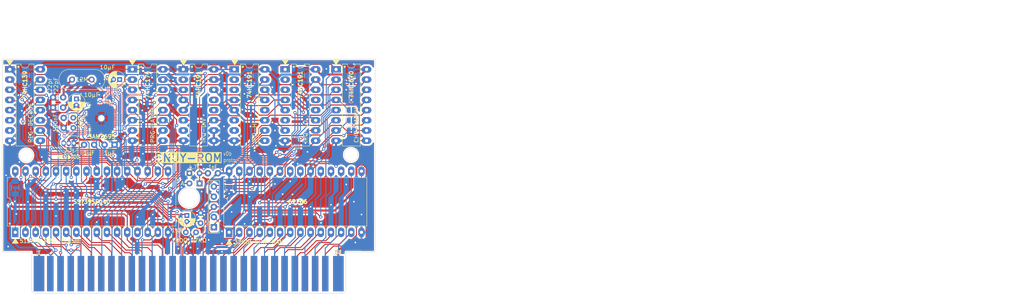
<source format=kicad_pcb>
(kicad_pcb (version 20221018) (generator pcbnew)
  (title_block (comment 4 "AISLER Project ID: VZOPRJAU"))
  (layers (0 "F.Cu" signal) (31 "B.Cu" signal) (34 "B.Paste" user) (35 "F.Paste" user) (36 "B.SilkS" user "B.Silkscreen") (37 "F.SilkS" user "F.Silkscreen") (38 "B.Mask" user) (39 "F.Mask" user) (44 "Edge.Cuts" user))
  (net 0 "")
  (net 1 "/R~{W}")
  (net 2 "/~{pWR}")
  (net 3 "GND")
  (net 4 "/cA11")
  (net 5 "VCC")
  (net 6 "/~{pRD}")
  (net 7 "/pD0")
  (net 8 "/pD1")
  (net 9 "/pD2")
  (net 10 "/pD3")
  (net 11 "/~{RESET}")
  (net 12 "/cD7")
  (net 13 "/cD6")
  (net 14 "/cD5")
  (net 15 "/cD4")
  (net 16 "/cD3")
  (net 17 "/cD2")
  (net 18 "/cD1")
  (net 19 "/cD0")
  (net 20 "/~{ROMSEL}")
  (net 21 "/pA10")
  (net 22 "/pA11")
  (net 24 "/pD7")
  (net 25 "/pD6")
  (net 26 "/pD5")
  (net 27 "/pD4")
  (net 28 "/pA13")
  (net 29 "/pA12")
  (net 30 "/pA7")
  (net 31 "/pA6")
  (net 32 "/pA5")
  (net 33 "/pA4")
  (net 34 "/pA3")
  (net 35 "/pA2")
  (net 36 "/pA1")
  (net 37 "/pA0")
  (net 38 "/pA9")
  (net 39 "/pA8")
  (net 40 "/cA14")
  (net 41 "/cA10")
  (net 42 "/cA9")
  (net 43 "/cA8")
  (net 44 "/cA7")
  (net 45 "/cA6")
  (net 46 "/cA5")
  (net 47 "/cA4")
  (net 48 "/cA3")
  (net 49 "/cA2")
  (net 50 "/cA1")
  (net 51 "/cA0")
  (net 52 "/~{IRQ}")
  (net 54 "/cA12")
  (net 55 "/cA13")
  (net 56 "/cBank3")
  (net 57 "/cBank2")
  (net 58 "/cBank1")
  (net 59 "/cBank0")
  (net 60 "/~{irqWr}")
  (net 61 "/pBank0")
  (net 62 "/pBank1")
  (net 63 "/pBank2")
  (net 64 "/pBank3")
  (net 65 "/~{R}")
  (net 66 "/~{chrWR}")
  (net 67 "/~{prgWR}")
  (net 68 "Net-(U2A-O0)")
  (net 74 "Net-(U5-Q3)")
  (net 82 "Net-(U4-Q2)")
  (net 83 "/~{IRQRun}")
  (net 84 "/~{SAMCS}")
  (net 102 "+3V3")
  (net 103 "Net-(U9-AOUTL)")
  (net 104 "Net-(C10-Pad2)")
  (net 105 "Net-(U9-VCM)")
  (net 106 "Net-(U9-X1)")
  (net 107 "Net-(U9-X2)")
  (net 108 "Net-(U9-OUTVC12)")
  (net 109 "/cAUDIO")
  (net 110 "/rfAUDIO")
  (net 111 "Net-(U9-VAD33)")
  (net 112 "/~{samWr}")
  (net 113 "Net-(D1-A)")
  (footprint "Package_TO_SOT_THT:TO-92_Inline" (layer "F.Cu") (at 46.355 53.975 180)
    (fp_text reference "U10" hide)
    (fp_text value "MCP1700")
  )
  (footprint "Capacitor_THT:CP_Radial_D4.0mm_P1.50mm" (layer "F.Cu") (at 46.99 42.95 -90)
    (fp_text reference "C11" hide)
    (fp_text value "10µF")
  )
  (footprint "PCM_Package_DIP_AKL:DIP-16_W7.62mm_LongPads" (layer "F.Cu") (at 73.66 35.56)
    (fp_text reference "U4" hide)
    (fp_text value "74HC191")
  )
  (footprint "Capacitor_THT:C_Disc_D3.0mm_W1.6mm_P2.50mm" (layer "F.Cu") (at 43.688 42.545 180)
    (fp_text reference "C13" hide)
    (fp_text value "22pF")
  )
  (footprint "PCM_Package_DIP_AKL:DIP-16_W7.62mm_LongPads" (layer "F.Cu") (at 99.06 35.56)
    (fp_text reference "U5" hide)
    (fp_text value "74HC191")
  )
  (footprint "Diode_THT:D_DO-34_SOD68_P2.54mm_Vertical_AnodeUp" (layer "F.Cu") (at 77.724 64.008 180)
    (fp_text reference "D1" hide)
    (fp_text value "1N4148")
  )
  (footprint "Capacitor_THT:CP_Radial_D4.0mm_P1.50mm" (layer "F.Cu") (at 74.549 72.009 -90)
    (fp_text reference "C10" hide)
    (fp_text value "1µF")
  )
  (footprint "PCM_Package_DIP_AKL:DIP-32_W15.24mm_LongPads" (layer "F.Cu") (at 31.75 76.2 90)
    (fp_text reference "U1" hide)
    (fp_text value "SST39SF040")
  )
  (footprint "Capacitor_THT:C_Disc_D3.0mm_W1.6mm_P2.50mm" (layer "F.Cu") (at 43.815 47.665 -90)
    (fp_text reference "C12" hide)
    (fp_text value "100nF")
  )
  (footprint "Package_DIP:DIP-28_W15.24mm_LongPads" (layer "F.Cu") (at 85.09 76.2 90)
    (fp_text reference "U8" hide)
    (fp_text value "62256")
  )
  (footprint "Capacitor_THT:C_Disc_D3.0mm_W1.6mm_P2.50mm" (layer "F.Cu") (at 79.796 61.468)
    (fp_text reference "C17" hide)
    (fp_text value "1nF")
  )
  (footprint "Capacitor_THT:C_Disc_D3.0mm_W1.6mm_P2.50mm" (layer "F.Cu") (at 43.688 45.085 180)
    (fp_text reference "C14" hide)
    (fp_text value "22pF")
  )
  (footprint "PCM_Package_DIP_AKL:DIP-16_W7.62mm_LongPads" (layer "F.Cu") (at 111.76 35.56)
    (fp_text reference "U7" hide)
    (fp_text value "74HC670")
  )
  (footprint "Capacitor_THT:C_Disc_D3.0mm_W1.6mm_P2.50mm" (layer "F.Cu") (at 54.015 54.356)
    (fp_text reference "C2" hide)
    (fp_text value "1µF")
  )
  (footprint "Capacitor_THT:CP_Radial_D4.0mm_P1.50mm" (layer "F.Cu") (at 57.785 38.1 180)
    (fp_text reference "C15" hide)
    (fp_text value "10µF")
  )
  (footprint "famicom:Famicom Cartridge Edge Connector (long legs)" (layer "F.Cu") (at 35.8 81.1)
    (fp_text reference "H1" hide)
    (fp_text value "Famicom_Cartridge_Edge" hide)
  )
  (footprint "PCM_Package_DIP_AKL:DIP-16_W7.62mm_LongPads" (layer "F.Cu") (at 86.36 35.56)
    (fp_text reference "U6" hide)
    (fp_text value "74HC191")
  )
  (footprint "Resistor_THT:R_Array_SIP5" (layer "F.Cu") (at 81.28 74.93 90)
    (fp_text reference "RN1" hide)
    (fp_text value "R_Network04")
  )
  (footprint "Crystal:Crystal_HC49-4H_Vertical" (layer "F.Cu") (at 50.8 38.1 180)
    (fp_text reference "Y1" hide)
    (fp_text value "12M")
  )
  (footprint "PCM_Resistor_THT_AKL:R_Axial_DIN0204_L3.6mm_D1.6mm_P2.54mm_Vertical" (layer "F.Cu") (at 75.184 61.468)
    (fp_text reference "R4" hide)
    (fp_text value "4.7K")
  )
  (footprint "PCM_Resistor_THT_AKL:R_Axial_DIN0204_L3.6mm_D1.6mm_P2.54mm_Vertical" (layer "F.Cu") (at 76.835 76.2 180)
    (fp_text reference "R2" hide)
    (fp_text value "100Ω")
  )
  (footprint "Capacitor_THT:C_Disc_D3.0mm_W1.6mm_P2.50mm" (layer "F.Cu") (at 48.915 54.356)
    (fp_text reference "C1" hide)
    (fp_text value "1µF")
  )
  (footprint "PCM_Resistor_THT_AKL:R_Axial_DIN0204_L3.6mm_D1.6mm_P2.54mm_Vertical" (layer "F.Cu") (at 46.228 47.625 -90)
    (fp_text reference "R3" hide)
    (fp_text value "10Ω")
  )
  (footprint "PCM_Package_DIP_AKL:DIP-16_W7.62mm_LongPads" (layer "F.Cu") (at 30.38 35.56)
    (fp_text reference "U2" hide)
    (fp_text value "74HC139")
  )
  (footprint "PCM_Package_DIP_AKL:DIP-16_W7.62mm_LongPads" (layer "F.Cu") (at 60.96 35.56)
    (fp_text reference "U3" hide)
    (fp_text value "74HC174")
  )
  (footprint "PCM_Resistor_THT_AKL:R_Axial_DIN0204_L3.6mm_D1.6mm_P2.54mm_Vertical" (layer "F.Cu") (at 77.978 73.914 90)
    (fp_text reference "R1" hide)
    (fp_text value "47KΩ")
  )
  (footprint "Smal:QFN-48-1EP_6x6mm_P0.4mm_EP4.2x4.2mm_HAND" (layer "F.Cu") (at 53.21 47.752)
    (fp_text reference "U9" hide)
    (fp_text value "SAM2695")
  )
  (footprint "Capacitor_SMD:C_1206_3216Metric_Pad1.33x1.80mm_HandSolder" (layer "B.Cu") (at 34.29 37.0625 90)
    (fp_text reference "C8" hide)
    (fp_text value "C_Small")
  )
  (footprint "Capacitor_SMD:C_1206_3216Metric_Pad1.33x1.80mm_HandSolder" (layer "B.Cu") (at 77.47 37.1225 90)
    (fp_text reference "C3" hide)
    (fp_text value "C_Small")
  )
  (footprint "Capacitor_SMD:C_1206_3216Metric_Pad1.33x1.80mm_HandSolder" (layer "B.Cu") (at 64.77 37.1225 90)
    (fp_text reference "C16" hide)
    (fp_text value "C_Small")
  )
  (footprint "Capacitor_SMD:C_1206_3216Metric_Pad1.33x1.80mm_HandSolder" (layer "B.Cu") (at 115.57 37.1225 90)
    (fp_text reference "C9" hide)
    (fp_text value "C_Small")
  )
  (footprint "Capacitor_SMD:C_1206_3216Metric_Pad1.33x1.80mm_HandSolder" (layer "B.Cu") (at 90.17 37.1225 90)
    (fp_text reference "C6" hide)
    (fp_text value "C_Small")
  )
  (footprint "Capacitor_SMD:C_1206_3216Metric_Pad1.33x1.80mm_HandSolder" (layer "B.Cu") (at 85.09 65.0625 90)
    (fp_text reference "C5" hide)
    (fp_text value "C_Small")
  )
  (footprint "Capacitor_SMD:C_1206_3216Metric_Pad1.33x1.80mm_HandSolder" (layer "B.Cu") (at 31.75 65.0625 90)
    (fp_text reference "C4" hide)
    (fp_text value "C_Small")
  )
  (footprint "Jumper:SolderJumper-2_P1.3mm_Open_RoundedPad1.0x1.5mm" (layer "B.Cu") (at 72.39 74.422 180)
    (fp_text reference "JP1" hide)
    (fp_text value "NOSAM")
  )
  (footprint "Jumper:SolderJumper-2_P1.3mm_Open_RoundedPad1.0x1.5mm" (layer "B.Cu") (at 115.57 45.72)
    (fp_text reference "JP3" hide)
    (fp_text value "SolderJumper_2_Open")
  )
  (footprint "Jumper:SolderJumper-2_P1.3mm_Open_RoundedPad1.0x1.5mm" (layer "B.Cu") (at 115.57 48.26 180)
    (fp_text reference "JP4" hide)
    (fp_text value "SolderJumper_2_Open")
  )
  (footprint "Capacitor_SMD:C_1206_3216Metric_Pad1.33x1.80mm_HandSolder" (layer "B.Cu") (at 103 37.1225 90)
    (fp_text reference "C7" hide)
    (fp_text value "C_Small")
  )
  (footprint "Jumper:SolderJumper-2_P1.3mm_Open_RoundedPad1.0x1.5mm" (layer "B.Cu") (at 115.57 50.8)
    (fp_text reference "JP2" hide)
    (fp_text value "SolderJumper_2_Open")
  )
  (gr_poly (pts (xy 31.75 77.800651) (xy 32.512 78.943651) (xy 30.988 78.943651)) (stroke (width 0.15)) (fill solid) (layer "F.SilkS"))
  (gr_poly (pts (xy 111.76 34.417) (xy 110.998 33.274) (xy 112.522 33.274)) (stroke (width 0.15)) (fill solid) (layer "F.SilkS"))
  (gr_poly (pts (xy 85.09 78.105) (xy 85.852 79.248) (xy 84.328 79.248)) (stroke (width 0.15)) (fill solid) (layer "F.SilkS"))
  (gr_poly (pts (xy 86.487 34.417) (xy 85.725 33.274) (xy 87.249 33.274)) (stroke (width 0.15)) (fill solid) (layer "F.SilkS"))
  (gr_poly (pts (xy 73.699077 34.475615) (xy 72.937077 33.332615) (xy 74.461077 33.332615)) (stroke (width 0.15)) (fill solid) (layer "F.SilkS"))
  (gr_poly (pts (xy 99.099077 34.358385) (xy 98.337077 33.215385) (xy 99.861077 33.215385)) (stroke (width 0.15)) (fill solid) (layer "F.SilkS"))
  (gr_poly (pts (xy 60.96 34.446308) (xy 60.198 33.303308) (xy 61.722 33.303308)) (stroke (width 0.15)) (fill solid) (layer "F.SilkS"))
  (gr_poly (pts (xy 30.392077 34.475615) (xy 29.630077 33.332615) (xy 31.154077 33.332615)) (stroke (width 0.15)) (fill solid) (layer "F.SilkS"))
  (gr_line (start 121.5 33) (end 121.5 81.1) (stroke (width 0.1)) (layer "Edge.Cuts"))
  (gr_line (start 28.5 81.1) (end 28.5 33) (stroke (width 0.1)) (layer "Edge.Cuts"))
  (gr_line (start 113.2 91.4) (end 36.8 91.4) (stroke (width 0.1)) (layer "Edge.Cuts"))
  (gr_circle (center 75.1 67.6) (end 77.6 67.6) (stroke (width 0.1)) (fill none) (layer "Edge.Cuts"))
  (gr_line (start 121.5 33) (end 28.5 33) (stroke (width 0.1)) (layer "Edge.Cuts"))
  (gr_line (start 114.2 81.1) (end 114.2 90.4) (stroke (width 0.1)) (layer "Edge.Cuts"))
  (gr_arc (start 114.2 90.4) (mid 113.907107 91.107107) (end 113.2 91.4) (stroke (width 0.1)) (layer "Edge.Cuts"))
  (gr_line (start 121.5 81.1) (end 114.2 81.1) (stroke (width 0.1)) (layer "Edge.Cuts"))
  (gr_arc (start 36.8 91.4) (mid 36.092893 91.107107) (end 35.8 90.4) (stroke (width 0.1)) (layer "Edge.Cuts"))
  (gr_circle (center 34.5 57) (end 36.195 57.15) (stroke (width 0.1)) (fill none) (layer "Edge.Cuts"))
  (gr_line (start 35.8 81.1) (end 28.5 81.1) (stroke (width 0.1)) (layer "Edge.Cuts"))
  (gr_line (start 35.8 90.4) (end 35.8 81.1) (stroke (width 0.1)) (layer "Edge.Cuts"))
  (gr_circle (center 115.5 56.896) (end 114.935 55.245) (stroke (width 0.1)) (fill none) (layer "Edge.Cuts"))
  (gr_text "60" (at 112.265952 81.28) (layer "B.SilkS") (effects (font (size 1 0.8) (thickness 0.15) italic) (justify mirror)))
  (gr_text "31\n" (at 37.589952 81.28) (layer "B.SilkS") (effects (font (size 1 0.8) (thickness 0.15) italic) (justify mirror)))
  (gr_text "NO670" (at 115.5446 42.0878 90) (layer "B.SilkS") (effects (font (size 1 0.8)) (justify mirror)))
  (gr_text "3.3v" (at 45.212 55.626) (layer "F.SilkS") (effects (font (size 1 0.8))))
  (gr_text "1" (at 37.592 81.28) (layer "F.SilkS") (effects (font (size 1 0.8) (thickness 0.15) italic)))
  (gr_text "v0b\nproto" (at 83.566 57.404) (layer "F.SilkS") (effects (font (size 1 0.8) (thickness 0.1)) (justify left)))
  (gr_text "IRQ-DIV" (at 78.74 53.975 90) (layer "F.SilkS") (effects (font (size 1 1)) (justify left)))
  (gr_text "IRQ-HI" (at 91.44 53.975 90) (layer "F.SilkS") (effects (font (size 1 1)) (justify left)))
  (gr_text "IRQ-LO" (at 104.14 53.975 90) (layer "F.SilkS") (effects (font (size 1 1)) (justify left)))
  (gr_text "PRG-LATCH" (at 66.04 53.975 90) (layer "F.SilkS") (effects (font (size 1 1)) (justify left)))
  (gr_text "30\n" (at 112.268 81.28) (layer "F.SilkS") (effects (font (size 1 0.8) (thickness 0.15) italic)))
  (gr_text "512KiB PRG-FLASH" (at 32.7 78.943651) (layer "F.SilkS") (effects (font (size 1 1)) (justify left bottom)))
  (gr_text "REG-DECODE" (at 35.56 53.975 90) (layer "F.SilkS") (effects (font (size 1 1)) (justify left)))
  (gr_text "BNUY-ROM" (at 74.93 57.658) (layer "F.SilkS" knockout) (effects (font (size 2 2) (thickness 0.3) bold)))
  (gr_text "22pF" (at 41.91 39.37 90) (layer "F.SilkS") (effects (font (size 1 1))))
  (gr_text "32KiB CHR-RAM" (at 86.2 79.23) (layer "F.SilkS") (effects (font (size 1 1)) (justify left bottom)))
  (gr_text "CHR-LATCH" (at 116.84 53.975 90) (layer "F.SilkS") (effects (font (size 1 1)) (justify left)))
  (segment (start 65.583172 67.945) (end 37.465 67.945) (width 0.25) (layer "F.Cu") (net 1))
  (segment (start 70.99 86.5) (end 70.99 78.87) (width 0.25) (layer "F.Cu") (net 1))
  (segment (start 72.263 77.597) (end 72.263 73.086174) (width 0.25) (layer "F.Cu") (net 1))
  (segment (start 37.465 67.945) (end 34.29 64.77) (width 0.25) (layer "F.Cu") (net 1))
  (segment (start 70.99 78.87) (end 72.263 77.597) (width 0.25) (layer "F.Cu") (net 1))
  (segment (start 72.263 73.086174) (end 71.476826 72.3) (width 0.25) (layer "F.Cu") (net 1))
  (segment (start 34.29 64.77) (end 34.29 60.96) (width 0.25) (layer "F.Cu") (net 1))
  (segment (start 71.476826 72.3) (end 69.938172 72.3) (width 0.25) (layer "F.Cu") (net 1))
  (segment (start 69.938172 72.3) (end 65.583172 67.945) (width 0.25) (layer "F.Cu") (net 1))
  (via (at 41.91 67.945) (size 0.8) (drill 0.4) (layers "F.Cu" "B.Cu") (net 1))
  (segment (start 43.2054 59.817) (end 43.2054 63.229905) (width 0.25) (layer "B.Cu") (net 1))
  (segment (start 30.38 38.1) (end 30.481396 38.1) (width 0.25) (layer "B.Cu") (net 1))
  (segment (start 43.2054 63.229905) (end 41.91 64.525305) (width 0.25) (layer "B.Cu") (net 1))
  (segment (start 44.704 56.927478) (end 44.704 58.3184) (width 0.25) (layer "B.Cu") (net 1))
  (segment (start 39.525 45.749396) (end 41.144579 47.368975) (width 0.25) (layer "B.Cu") (net 1))
  (segment (start 41.144579 47.368975) (end 41.144579 53.368057) (width 0.25) (layer "B.Cu") (net 1))
  (segment (start 36.831396 44.45) (end 38.89 44.45) (width 0.25) (layer "B.Cu") (net 1))
  (segment (start 39.525 45.085) (end 39.525 45.749396) (width 0.25) (layer "B.Cu") (net 1))
  (segment (start 44.704 58.3184) (end 43.2054 59.817) (width 0.25) (layer "B.Cu") (net 1))
  (segment (start 41.144579 53.368057) (end 44.704 56.927478) (width 0.25) (layer "B.Cu") (net 1))
  (segment (start 41.91 64.525305) (end 41.91 67.945) (width 0.25) (layer "B.Cu") (net 1))
  (segment (start 30.481396 38.1) (end 36.831396 44.45) (width 0.25) (layer "B.Cu") (net 1))
  (segment (start 38.89 44.45) (end 39.525 45.085) (width 0.25) (layer "B.Cu") (net 1))
  (segment (start 83.185 71.12) (end 87.63 66.675) (width 0.25) (layer "B.Cu") (net 2))
  (segment (start 80.155 71.924009) (end 80.959009 71.12) (width 0.25) (layer "B.Cu") (net 2))
  (segment (start 87.63 66.675) (end 87.63 60.96) (width 0.25) (layer "B.Cu") (net 2))
  (segment (start 78.6 86.5) (end 78.6 74.741569) (width 0.25) (layer "B.Cu") (net 2))
  (segment (start 80.155 73.186569) (end 80.155 71.924009) (width 0.25) (layer "B.Cu") (net 2))
  (segment (start 80.959009 71.12) (end 83.185 71.12) (width 0.25) (layer "B.Cu") (net 2))
  (segment (start 78.6 74.741569) (end 80.155 73.186569) (width 0.25) (layer "B.Cu") (net 2))
  (segment (start 95.885 36.195) (end 95.885 40.005) (width 0.25) (layer "F.Cu") (net 3))
  (segment (start 73.870431 77.225) (end 75.429 77.225) (width 0.25) (layer "F.Cu") (net 3))
  (segment (start 86.355347 78.989347) (end 83.316653 78.989347) (width 0.25) (layer "F.Cu") (net 3))
  (segment (start 43.815 50.165) (end 45.014561 48.965439) (width 0.25) (layer "F.Cu") (net 3))
  (segment (start 58.2356 57.81) (end 59.03 57.81) (width 0.25) (layer "F.Cu") (net 3))
  (segment (start 107.597247 57.762447) (end 107.597247 57.502753) (width 0.25) (layer "F.Cu") (net 3))
  (segment (start 74.93 35.56) (end 73.66 35.56) (width 0.25) (layer "F.Cu") (net 3))
  (segment (start 50.1475 46.752) (end 52.21 46.752) (width 0.13) (layer "F.Cu") (net 3))
  (segment (start 30.191295 68.4784) (end 29.21 69.459695) (width 0.25) (layer "F.Cu") (net 3))
  (segment (start 83.316653 78.989347) (end 83.312 78.994) (width 0.25) (layer "F.Cu") (net 3))
  (segment (start 99.06 53.34) (end 100.33 53.34) (width 0.25) (layer "F.Cu") (net 3))
  (segment (start 51.01 50.8145) (end 51.01 49.952) (width 0.13) (layer "F.Cu") (net 3))
  (segment (start 79.003 74.338569) (end 78.157569 75.184) (width 0.25) (layer "F.Cu") (net 3))
  (segment (start 88.9 36.83) (end 88.9 34.925) (width 0.25) (layer "F.Cu") (net 3))
  (segment (start 68.3884 78.83) (end 69.85 77.3684) (width 0.25) (layer "F.Cu") (net 3))
  (segment (start 63.59 53.34) (end 63.355698 53.105698) (width 0.25) (layer "F.Cu") (net 3))
  (segment (start 71.12 45.17099) (end 72.93901 46.99) (width 0.25) (layer "F.Cu") (net 3))
  (segment (start 60.51 56.33) (end 63.315 56.33) (width 0.25) (layer "F.Cu") (net 3))
  (segment (start 53.01 50.8145) (end 53.01 47.952) (width 0.13) (layer "F.Cu") (net 3))
  (segment (start 50.1475 48.752) (end 52.21 48.752) (width 0.13) (layer "F.Cu") (net 3))
  (segment (start 35.56 79.756) (end 37.67 81.866) (width 0.25) (layer "F.Cu") (net 3))
  (segment (start 59.03 57.81) (end 60.51 56.33) (width 0.25) (layer "F.Cu") (net 3))
  (segment (start 35.56 63.5) (end 38.608 66.548) (width 0.25) (layer "F.Cu") (net 3))
  (segment (start 100.965 39.37) (end 96.52 39.37) (width 0.25) (layer "F.Cu") (net 3))
  (segment (start 55.49 38.895) (end 55.49 42.536) (width 0.25) (layer "F.Cu") (net 3))
  (segment (start 102.87 63.5) (end 105.41 60.96) (width 0.25) (layer "F.Cu") (net 3))
  (segment (start 50.165 39.37) (end 52.705 41.91) (width 0.25) (layer "F.Cu") (net 3))
  (segment (start 73.025 76.379569) (end 73.870431 77.225) (width 0.25) (layer "F.Cu") (net 3))
  (segment (start 77.157153 49.207847) (end 75.565 50.8) (width 0.25) (layer "F.Cu") (net 3))
  (segment (start 46.141472 44.45) (end 44.236472 46.355) (width 0.25) (layer "F.Cu") (net 3))
  (segment (start 43.942 66.294) (end 46.736 66.294) (width 0.25) (layer "F.Cu") (net 3))
  (segment (start 51.01 49.952) (end 53.21 47.752) (width 0.13) (layer "F.Cu") (net 3))
  (segment (start 64.378847 45.788153) (end 64.955 45.212) (width 0.25) (layer "F.Cu") (net 3))
  (segment (start 88.41 34.435) (end 76.055 34.435) (width 0.25) (layer "F.Cu") (net 3))
  (segment (start 77.343 40.513) (end 76.835 40.513) (width 0.25) (layer "F.Cu") (net 3))
  (segment (start 62.161848 78.417848) (end 62.574 78.83) (width 0.25) (layer "F.Cu") (net 3))
  (segment (start 63.355698 53.105698) (end 62.864302 53.105698) (width 0.25) (layer "F.Cu") (net 3))
  (segment (start 44.236472 46.355) (end 42.458 46.355) (width 0.25) (layer "F.Cu") (net 3))
  (segment (start 55.88 43.434) (end 55.88 45.1595) (width 0.13) (layer "F.Cu") (net 3))
  (segment (start 100.33 63.5) (end 102.87 63.5) (width 0.25) (layer "F.Cu") (net 3))
  (segment (start 55.41 49.952) (end 53.21 47.752) (width 0.13) (layer "F.Cu") (net 3))
  (segment (start 56.285 38.1) (end 55.49 38.895) (width 0.25) (layer "F.Cu") (net 3))
  (segment (start 71.12 44.45) (end 71.12 45.17099) (width 0.25) (layer "F.Cu") (net 3))
  (segment (start 75.475 80.01) (end 76.06 80.595) (width 0.25) (layer "F.Cu") (net 3))
  (segment (start 40.66 42.545) (end 40.66 46.375) (width 0.25) (layer "F.Cu") (net 3))
  (segment (start 76.06 80.595) (end 76.06 86.5) (width 0.25) (layer "F.Cu") (net 3))
  (segment (start 32.512 40.988) (end 36.67 36.83) (width 0.25) (layer "F.Cu") (net 3))
  (segment (start 69.85 77.3684) (end 69.85 76.2) (width 0.25) (layer "F.Cu") (net 3))
  (segment (start 55.49 42.536) (end 56.134 43.18) (width 0.25) (layer "F.Cu") (net 3))
  (segment (start 73.025 72.644) (end 73.025 76.379569) (width 0.25) (layer "F.Cu") (net 3))
  (segment (start 52.21 44.6895) (end 52.21 46.752) (width 0.13) (layer "F.Cu") (net 3))
  (segment (start 43.815 49.53) (end 43.815 50.165) (width 0.25) (layer "F.Cu") (net 3))
  (segment (start 115.57 37.465) (end 115.57 36.83) (width 0.25) (layer "F.Cu") (net 3))
  (segment (start 54.120933 69) (end 54.540933 68.58) (width 0.25) (layer "F.Cu") (net 3))
  (segment (start 62.574 78.83) (end 68.3884 78.83) (width 0.25) (layer "F.Cu") (net 3))
  (segment (start 112.49 33.75) (end 98.33 33.75) (width 0.25) (layer "F.Cu") (net 3))
  (segment (start 41.91 36.83) (end 42.3 36.44) (width 0.25) (layer "F.Cu") (net 3))
  (segment (start 51.01 45.552) (end 53.21 47.752) (width 0.13) (layer "F.Cu") (net 3))
  (segment (start 43.942 66.294) (end 39.624 66.294) (width 0.25) (layer "F.Cu") (net 3))
  (segment (start 39.624 66.294) (end 39.37 66.548) (width 0.25) (layer "F.Cu") (net 3))
  (segment (start 56.134 43.18) (end 55.88 43.434) (width 0.13) (layer "F.Cu") (net 3))
  (segment (start 46.99 44.45) (end 46.141472 44.45) (width 0.25) (layer "F.Cu") (net 3))
  (segment (start 32.512 42) (end 32.512 40.988) (width 0.25) (layer "F.Cu") (net 3))
  (segment (start 29.21 76.31) (end 32.656 79.756) (width 0.25) (layer "F.Cu") (net 3))
  (segment (start 34.925 68.58) (end 31.75 68.58) (width 0.25) (layer "F.Cu") (net 3))
  (segment (start 79.756 38.1) (end 77.343 40.513) (width 0.25) (layer "F.Cu") (net 3))
  (segment (start 96.52 39.37) (end 95.885 40.005) (width 0.25) (layer "F.Cu") (net 3))
  (segment (start 55.88 45.1595) (end 56.2725 45.552) (width 0.13) (layer "F.Cu") (net 3))
  (segment (start 81.28 38.1) (end 79.756 38.1) (width 0.25) (layer "F.Cu") (net 3))
  (segment (start 55.41 45.552) (end 56.2725 45.552) (width 0.13) (layer "F.Cu") (net 3))
  (segment (start 32.656 79.756) (end 35.56 79.756) (width 0.25) (layer "F.Cu") (net 3))
  (segment (start 45.014561 48.965439) (end 46.978 48.965439) (width 0.25) (layer "F.Cu") (net 3))
  (segment (start 103.62699 45.46099) (end 104.88 45.46099) (width 0.25) (layer "F.Cu") (net 3))
  (segment (start 100.33 53.34) (end 100.965 53.975) (width 0.25) (layer "F.Cu") (net 3))
  (segment (start 29.21 69.459695) (end 29.21 76.31) (width 0.25) (layer "F.Cu") (net 3))
  (segment (start 111.76 59.69) (end 111.136 59.066) (width 0.25) (layer "F.Cu") (net 3))
  (segment (start 115.57 36.83) (end 112.49 33.75) (width 0.25) (layer "F.Cu") (net 3))
  (segment (start 56.2725 49.952) (end 55.41 49.952) (width 0.13) (layer "F.Cu") (net 3))
  (segment (start 89.046041 36.976041) (end 88.9 36.83) (width 0.25) (layer "F.Cu") (net 3))
  (segment (start 101.346 43.18) (end 103.62699 45.46099) (width 0.25) (layer "F.Cu") (net 3))
  (segment (start 36.67 36.83) (end 41.91 36.83) (width 0.25) (layer "F.Cu") (net 3))
  (segment (start 38.608 66.548) (end 39.37 66.548) (width 0.25) (layer "F.Cu") (net 3))
  (segment (start 77.978 71.374) (end 79.003 72.399) (width 0.25) (layer "F.Cu") (net 3))
  (segment (start 98.33 33.75) (end 95.885 36.195) (width 0.25) (layer "F.Cu") (net 3))
  (segment (start 88.9 34.925) (end 88.41 34.435) (width 0.25) (layer "F.Cu") (net 3))
  (segment (start 88.9 36.83) (end 83.82 36.83) (width 0.25) (layer "F.Cu") (net 3))
  (segment (start 116.205 34.25) (end 116.205 36.83) (width 0.25) (layer "F.Cu") (net 3))
  (segment (start 42.3 36.44) (end 55.245305 36.44) (width 0.25) (layer "F.Cu") (net 3))
  (segment (start 51.01 44.6895) (end 51.01 45.552) (width 0.13) (layer "F.Cu") (net 3))
  (segment (start 107.304 59.066) (end 105.41 60.96) (width 0.25) (layer "F.Cu") (net 3))
  (segment (start 40.66 46.375) (end 43.815 49.53) (width 0.25) (layer "F.Cu") (net 3))
  (segment (start 77.089 75.184) (end 76.2 74.295) (width 0.25) (layer "F.Cu") (net 3))
  (segment (start 116.205 36.83) (end 115.57 37.465) (width 0.25) (layer "F.Cu") (net 3))
  (segment (start 79.003 72.399) (end 79.003 74.338569) (width 0.25) (layer "F.Cu") (net 3))
  (segment (start 55.245305 36.44) (end 56.285 37.479695) (width 0.25) (layer "F.Cu") (net 3))
  (segment (start 63.315 56.33) (end 63.59 56.605) (width 0.25) (layer "F.Cu") (net 3))
  (segment (start 31.6484 68.4784) (end 30.191295 68.4784) (width 0.25) (layer "F.Cu") (net 3))
  (segment (start 46.736 66.294) (end 51.054 66.294) (width 0.25) (layer "F.Cu") (net 3))
  (segment (start 52.21 48.752) (end 53.21 47.752) (width 0.13) (layer "F.Cu") (net 3))
  (segment (start 53.21 47.752) (end 55.41 45.552) (width 0.13) (layer "F.Cu") (net 3))
  (segment (start 72.93901 46.99) (end 78.74 46.99) (width 0.25) (layer "F.Cu") (net 3))
  (segment (start 76.055 34.435) (end 74.93 35.56) (width 0.25) (layer "F.Cu") (net 3))
  (segment (start 53.01 47.952) (end 53.21 47.752) (width 0.13) (layer "F.Cu") (net 3))
  (segment (start 51.054 66.294) (end 51.435 66.675) (width 0.25) (layer "F.Cu") (net 3))
  (segment (start 60.96 53.34) (end 61.194302 53.105698) (width 0.25) (layer "F.Cu") (net 3))
  (segment (start 100.965 53.975) (end 104.14 53.975) (width 0.25) (layer "F.Cu") (net 3))
  (segment (start 64.985 68.58) (end 65.405 69) (width 0.25) (layer "F.Cu") (net 3))
  (segment (start 107.597247 57.502753) (end 111.76 53.34) (width 0.25) (layer "F.Cu") (net 3))
  (segment (start 78.157569 75.184) (end 77.089 75.184) (width 0.25) (layer "F.Cu") (net 3))
  (segment (start 31.75 68.58) (end 31.6484 68.4784) (width 0.25) (layer "F.Cu") (net 3))
  (segment (start 42.458 46.355) (end 41.188 45.085) (width 0.25) (layer "F.Cu") (net 3))
  (segment (start 37.67 81.866) (end 37.67 86.5) (width 0.25) (layer "F.Cu") (net 3))
  (segment (start 75.429 77.225) (end 75.438 77.216) (width 0.25) (layer "F.Cu") (net 3))
  (segment (start 61.194302 53.105698) (end 62.864302 53.105698) (width 0.25) (layer "F.Cu") (net 3))
  (segment (start 111.136 59.066) (end 107.304 59.066) (width 0.25) (layer "F.Cu") (net 3))
  (segment (start 56.285 37.479695) (end 56.285 38.1) (width 0.25) (layer "F.Cu") (net 3))
  (segment (start 52.21 46.752) (end 53.21 47.752) (width 0.13) (layer "F.Cu") (net 3))
  (segment (start 78.671847 49.207847) (end 77.157153 49.207847) (width 0.25) (layer "F.Cu") (net 3))
  (segment (start 83.82 36.83) (end 82.55 38.1) (width 0.25) (layer "F.Cu") (net 3))
  (segment (start 54.540933 68.58) (end 64.985 68.58) (width 0.25) (layer "F.Cu") (net 3))
  (segment (start 63.431847 45.788153) (end 64.378847 45.788153) (width 0.25) (layer "F.Cu") (net 3))
  (via (at 115.57 43.18) (size 0.8) (drill 0.4) (layers "F.Cu" "B.Cu") (net 3))
  (via (at 65.405 69) (size 0.8) (drill 0.4) (layers "F.Cu" "B.Cu") (net 3))
  (via (at 56.134 43.18) (size 0.8) (drill 0.4) (layers "F.Cu" "B.Cu") (net 3))
  (via (at 88.387347 45.597653) (size 0.8) (drill 0.4) (layers "F.Cu" "B.Cu") (net 3))
  (via (at 83.312 78.994) (size 0.8) (drill 0.4) (layers "F.Cu" "B.Cu") (net 3))
  (via (at 101.346 43.18) (size 0.8) (drill 0.4) (layers "F.Cu" "B.Cu") (net 3))
  (via (at 95.885 48.805) (size 0.8) (drill 0.4) (layers "F.Cu" "B.Cu") (net 3))
  (via (at 92.71 74.295) (size 0.8) (drill 0.4) (layers "F.Cu" "B.Cu") (net 3))
  (via (at 52.705 41.91) (size 0.8) (drill 0.4) (layers "F.Cu" "B.Cu") (net 3))
  (via (at 104.14 53.975) (size 0.8) (drill 0.4) (layers "F.Cu" "B.Cu") (net 3))
  (via (at 35.56 63.5) (size 0.8) (drill 0.4) (layers "F.Cu" "B.Cu") (net 3))
  (via (at 88.9508 74.0918) (size 0.8) (drill 0.4) (layers "F.Cu" "B.Cu") (net 3))
  (via (at 51.816 63.5) (size 0.8) (drill 0.4) (layers "F.Cu" "B.Cu") (net 3))
  (via (at 83.82 53.34) (size 0.8) (drill 0.4) (layers "F.Cu" "B.Cu") (net 3))
  (via (at 75.565 50.8) (size 0.8) (drill 0.4) (layers "F.Cu" "B.Cu") (net 3))
  (via (at 83.312 81.026) (size 0.8) (drill 0.4) (layers "F.Cu" "B.Cu") (net 3))
  (via (at 107.597247 57.762447) (size 0.8) (drill 0.4) (layers "F.Cu" "B.Cu") (net 3))
  (via (at 33.369347 45.869347) (size 0.8) (drill 0.4) (layers "F.Cu" "B.Cu") (net 3))
  (via (at 62.23 72.39) (size 0.8) (drill 0.4) (layers "F.Cu" "B.Cu") (net 3))
  (via (at 78.232 66.04) (size 0.8) (drill 0.4) (layers "F.Cu" "B.Cu") (net 3))
  (via (at 63.431847 45.788153) (size 0.8) (drill 0.4) (layers "F.Cu" "B.Cu") (net 3))
  (via (at 66.421 40.386) (size 0.8) (drill 0.4) (layers "F.Cu" "B.Cu") (net 3))
  (via (at 76.835 40.513) (size 0.8) (drill 0.4) (layers "F.Cu" "B.Cu") (net 3))
  (via (at 52.832 39.116) (size 0.8) (drill 0.4) (layers "F.Cu" "B.Cu") (net 3))
  (via (at 96.774 54.61) (size 0.8) (drill 0.4) (layers "F.Cu" "B.Cu") (net 3))
  (via (at 78.74 46.99) (size 0.8) (drill 0.4) (layers "F.Cu" "B.Cu") (net 3))
  (via (at 68.7324 56.3372) (size 0.8) (drill 0.4) (layers "F.Cu" "B.Cu") (net 3))
  (via (at 76.454 37.973) (size 0.8) (drill 0.4) (layers "F.Cu" "B.Cu") (net 3))
  (via (at 64.955 45.212) (size 0.8) (drill 0.4) (layers "F.Cu" "B.Cu") (net 3))
  (via (at 43.942 66.294) (size 0.8) (drill 0.4) (layers "F.Cu" "B.Cu") (net 3))
  (via (at 94.996 68.072) (size 0.8) (drill 0.4) (layers "F.Cu" "B.Cu") (net 3))
  (via (at 70.485 48.26) (size 0.8) (drill 0.4) (layers "F.Cu" "B.Cu") (net 3))
  (via (at 80.01 78.105) (size 0.8) (drill 0.4) (layers "F.Cu" "B.Cu") (net 3))
  (via (at 66.04 71.755) (size 0.8) (drill 0.4) (layers "F.Cu" "B.Cu") (net 3))
  (via (at 63.59 48.768) (size 0.8) (drill 0.4) (layers "F.Cu" "B.Cu") (net 3))
  (via (at 38.354 57.404) (size 0.8) (drill 0.4) (layers "F.Cu" "B.Cu") (net 3))
  (via (at 74.422 81.28) (size 0.8) (drill 0.4) (layers "F.Cu" "B.Cu") (net 3))
  (via (at 35.65 46.355) (size 0.8) (drill 0.4) (layers "F.Cu" "B.Cu") (net 3))
  (via (at 71.12 44.45) (size 0.8) (drill 0.4) (layers "F.Cu" "B.Cu") (net 3))
  (via (at 83.185 45.72) (size 0.8) (drill 0.4) (layers "F.Cu" "B.Cu") (net 3))
  (via (at 109.347 35.433) (size 0.8) (drill 0.4) (layers "F.Cu" "B.Cu") (net 3))
  (via (at 54.61 73.66) (size 0.8) (drill 0.4) (layers "F.Cu" "B.Cu") (net 3))
  (via (at 51.435 66.675) (size 0.8) (drill 0.4) (layers "F.Cu" "B.Cu") (net 3))
  (via (at 83.82 49.784) (size 0.8) (drill 0.4) (layers "F.Cu" "B.Cu") (net 3))
  (via (at 103.632 48.805) (size 0.8) (drill 0.4) (layers "F.Cu" "B.Cu") (net 3))
  (via (at 116.205 68.58) (size 0.8) (drill 0.4) (layers "F.Cu" "B.Cu") (net 3))
  (via (at 85.09 66.548) (size 0.8) (drill 0.4) (layers "F.Cu" "B.Cu") (net 3))
  (via (at 29.972 79.756) (size 0.8) (drill 0.4) (layers "F.Cu" "B.Cu") (net 3))
  (via (at 90.424 46.99) (size 0.8) (drill 0.4) (layers "F.Cu" "B.Cu") (net 3))
  (via (at 64.516 43.053) (size 0.8) (drill 0.4) (layers "F.Cu" "B.Cu") (net 3))
  (via (at 75.475 80.01) (size 0.8) (drill 0.4) (layers "F.Cu" "B.Cu") (net 3))
  (via (at 32.766 58.674) (size 0.8) (drill 0.4) (layers "F.Cu" "B.Cu") (net 3))
  (via (at 54.000727 38.074273) (size 0.8) (drill 0.4) (layers "F.Cu" "B.Cu") (net 3))
  (via (at 88.05 52.197) (size 0.8) (drill 0.4) (layers "F.Cu" "B.Cu") (net 3))
  (via (at 90.17 63.5) (size 0.8) (drill 0.4) (layers "F.Cu" "B.Cu") (net 3))
  (via (at 110.49 69.342) (size 0.8) (drill 0.4) (layers "F.Cu" "B.Cu") (net 3))
  (via (at 29.464 61.976) (size 0.8) (drill 0.4) (layers "F.Cu" "B.Cu") (net 3))
  (via (at 108.0008 73.8632) (size 0.8) (drill 0.4) (layers "F.Cu" "B.Cu") (net 3))
  (via (at 100.33 63.5) (size 0.8) (drill 0.4) (layers "F.Cu" "B.Cu") (net 3))
  (via (at 42.706991 51.841685) (size 0.8) (drill 0.4) (layers "F.Cu" "B.Cu") (net 3))
  (via (at 40.132 47.498) (size 0.8) (drill 0.4) (layers "F.Cu" "B.Cu") (net 3))
  (via (at 52.07 73.66) (size 0.8) (drill 0.4) (layers "F.Cu" "B.Cu") (net 3))
  (via (at 75.438 77.216) (size 0.8) (drill 0.4) (layers "F.Cu" "B.Cu") (net 3))
  (via (at 78.74 60.325) (size 0.8) (drill 0.4) (layers "F.Cu" "B.Cu") (net 3))
  (via (at 86.355347 78.989347) (size 0.8) (drill 0.4) (layers "F.Cu" "B.Cu") (net 3))
  (via (at 85.725 71.12) (size 0.8) (drill 0.4) (layers "F.Cu" "B.Cu") (net 3))
  (via (at 88.9 41.656) (size 0.8) (drill 0.4) (layers "F.Cu" "B.Cu") (net 3))
  (via (at 83.185 40.64) (size 0.8) (drill 0.4) (layers "F.Cu" "B.Cu") (net 3))
  (via (at 78.671847 49.207847) (size 0.8) (drill 0.4) (layers "F.Cu" "B.Cu") (net 3))
  (via (at 35.433 51.943) (size 0.8) (drill 0.4) (layers "F.Cu" "B.Cu") (net 3))
  (via (at 95.885 40.005) (size 0.8) (drill 0.4) (layers "F.Cu" "B.Cu") (net 3))
  (via (at 91.44 55.88) (size 0.8) (drill 0.4) (layers "F.Cu" "B.Cu") (net 3))
  (via (at 70.6177 67.5697) (size 0.8) (drill 0.4) (layers "F.Cu" "B.Cu") (net 3))
  (via (at 115.57 37.465) (size 0.8) (drill 0.4) (layers "F.Cu" "B.Cu") (net 3))
  (via (at 57.404 65.532) (size 0.8) (drill 0.4) (layers "F.Cu" "B.Cu") (net 3))
  (via (at 83.185 60.325) (size 0.8) (drill 0.4) (layers "F.Cu" "B.Cu") (net 3))
  (via (at 114.3 40.64) (size 0.8) (drill 0.4) (layers "F.Cu" "B.Cu") (net 3))
  (via (at 73.220851 64.965851) (size 0.8) (drill 0.4) (layers "F.Cu" "B.Cu") (net 3))
  (via (at 100.8888 66.7512) (size 0.8) (drill 0.4) (layers "F.Cu" "B.Cu") (net 3))
  (via (at 68.58 66.04) (size 0.8) (drill 0.4) (layers "F.Cu" "B.Cu") (net 3))
  (via (at 64.897 41.275) (size 0.8) (drill 0.4) (layers "F.Cu" "B.Cu") (net 3))
  (via (at 41.91 72.136) (size 0.8) (drill 0.4) (layers "F.Cu" "B.Cu") (net 3))
  (via (at 58.42 62.992) (size 0.8) (drill 0.4) (layers "F.Cu" "B.Cu") (net 3))
  (via (at 102.187819 59.096143) (size 0.8) (drill 0.4) (layers "F.Cu" "B.Cu") (net 3))
  (via (at 62.161848 78.417848) (size 0.8) (drill 0.4) (layers "F.Cu" "B.Cu") (net 3))
  (via (at 77.216 80.264) (size 0.8) (drill 0.4) (layers "F.Cu" "B.Cu") (net 3))
  (via (at 96.52 64.135) (size 0.8) (drill 0.4) (layers "F.Cu" "B.Cu") (net 3))
  (via (at 71.12 38.1) (size 0.8) (drill 0.4) (layers "F.Cu" "B.Cu") (net 3))
  (via (at 32.004 71.628) (size 0.8) (drill 0.4) (layers "F.Cu" "B.Cu") (net 3))
  (via (at 32.512 42) (size 0.8) (drill 0.4) (layers "F.Cu" "B.Cu") (net 3))
  (via (at 90.17 67.31) (size 0.8) (drill 0.4) (layers "F.Cu" "B.Cu") (net 3))
  (via (at 104.88 45.46099) (size 0.8) (drill 0.4) (layers "F.Cu" "B.Cu") (net 3))
  (via (at 50.165 39.37) (size 0.8) (drill 0.4) (layers "F.Cu" "B.Cu") (net 3))
  (via (at 98.425 66.675) (size 0.8) (drill 0.4) (layers "F.Cu" "B.Cu") (net 3))
  (via (at 90.424 49.784) (size 0.8) (drill 0.4) (layers "F.Cu" "B.Cu") (net 3))
  (via (at 111.76 59.69) (size 0.8) (drill 0.4) (layers "F.Cu" "B.Cu") (net 3))
  (via (at 89.046041 36.976041) (size 0.8) (drill 0.4) (layers "F.Cu" "B.Cu") (net 3))
  (via (at 59.187994 40.361431) (size 0.8) (drill 0.4) (layers "F.Cu" "B.Cu") (net 3))
  (via (at 48.006 38.1) (size 0.8) (drill 0.4) (layers "F.Cu" "B.Cu") (net 3))
  (via (at 96.52 50.8) (size 0.8) (drill 0.4) (layers "F.Cu" "B.Cu") (net 3))
  (via (at 118.11 71.755) (size 0.8) (drill 0.4) (layers "F.Cu" "B.Cu") (net 3))
  (via (at 100.33 69.85) (size 0.8) (drill 0.4) (layers "F.Cu" "B.Cu") (net 3))
  (via (at 39.37 66.548) (size 0.8) (drill 0.4) (layers "F.Cu" "B.Cu") (net 3))
  (via (at 72.39 80.264) (size 0.8) (drill 0.4) (layers "F.Cu" "B.Cu") (net 3))
  (via (at 103.415 69.85) (size 0.8) (drill 0.4) (layers "F.Cu" "B.Cu") (net 3))
  (via (at 83.312 75.946) (size 0.8) (drill 0.4) (layers "F.Cu" "B.Cu") (net 3))
  (via (at 116.586 78.74) (size 0.8) (drill 0.4) (layers "F.Cu" "B.Cu") (net 3))
  (via (at 63.59 53.34) (size 0.8) (drill 0.4) (layers "F.Cu" "B.Cu") (net 3))
  (via (at 31.6484 68.4784) (size 0.8) (drill 0.4) (layers "F.Cu" "B.Cu") (net 3))
  (via (at 116.205 34.25) (size 0.8) (drill 0.4) (layers "F.Cu" "B.Cu") (net 3))
  (via (at 63.59 56.605) (size 0.8) (drill 0.4) (layers "F.Cu" "B.Cu") (net 3))
  (via (at 104.648 56.134) (size 0.8) (drill 0.4) (layers "F.Cu" "B.Cu") (net 3))
  (via (at 105.41 69.85) (size 0.8) (drill 0.4) (layers "F.Cu" "B.Cu") (net 3))
  (via (at 100.965 39.37) (size 0.8) (drill 0.4) (layers "F.Cu" "B.Cu") (net 3))
  (via (at 65.913 37.592) (size 0.8) (drill 0.4) (layers "F.Cu" "B.Cu") (net 3))
  (via (at 104.775 43.18) (size 0.8) (drill 0.4) (layers "F.Cu" "B.Cu") (net 3))
  (via (at 58.2356 57.81) (size 0.8) (drill 0.4) (layers "F.Cu" "B.Cu") (net 3))
  (via (at 73.025 72.644) (size 0.8) (drill 0.4) (layers "F.Cu" "B.Cu") (net 3))
  (via (at 114.3 64.262) (size 0.8) (drill 0.4) (layers "F.Cu" "B.Cu") (net 3))
  (via (at 76.2 74.295) (size 0.8) (drill 0.4) (layers "F.Cu" "B.Cu") (net 3))
  (via (at 70.485 41.148) (size 0.8) (drill 0.4) (layers "F.Cu" "B.Cu") (net 3))
  (via (at 46.736 66.294) (size 0.8) (drill 0.4) (layers "F.Cu" "B.Cu") (net 3))
  (via (at 46.978 48.965439) (size 0.8) (drill 0.4) (layers "F.Cu" "B.Cu") (net 3))
  (via (at 39.37 68.834) (size 0.8) (drill 0.4) (layers "F.Cu" "B.Cu") (net 3))
  (via (at 54.120933 69) (size 0.8) (drill 0.4) (layers "F.Cu" "B.Cu") (net 3))
  (via (at 82.296 65.786) (size 0.8) (drill 0.4) (layers "F.Cu" "B.Cu") (net 3))
  (via (at 34.925 68.58) (size 0.8) (drill 0.4) (layers "F.Cu" "B.Cu") (net 3))
  (segment (start 50.546 45.72) (end 48.755877 45.72) (width 0.25) (layer "B.Cu") (net 3))
  (segment (start 75.475 73.877) (end 77.978 71.374) (width 0.25) (layer "B.Cu") (net 3))
  (segment (start 48.1965 44.45) (end 48.9215 43.725) (width 0.25) (layer "B.Cu") (net 3))
  (segment (start 57.404 65.532) (end 58.42 64.516) (width 0.25) (layer "B.Cu") (net 3))
  (segment (start 89.046041 36.976041) (end 91.585 39.515) (width 0.25) (layer "B.Cu") (net 3))
  (segment (start 58.42 56.261) (end 58.42 62.992) (width 0.25) (layer "B.Cu") (net 3))
  (segment (start 42.706991 51.841685) (end 42.044579 51.179273) (width 0.25) (layer "B.Cu") (net 3))
  (segment (start 34.925 64.135) (end 34.925 68.58) (width 0.25) (layer "B.Cu") (net 3))
  (segment (start 65.355 39.37) (end 64.77 39.955) (width 0.25) (layer "B.Cu") (net 3))
  (segment (start 50.77 39.975) (end 54.41 39.975) (width 0.25) (layer "B.Cu") (net 3))
  (segment (start 63.5 77.079696) (end 63.5 70.905) (width 0.25) (layer "B.Cu") (net 3))
  (segment (start 75.475 77.179) (end 75.475 73.877) (width 0.25) (layer "B.Cu") (net 3))
  (segment (start 58.42 64.516) (end 58.42 62.992) (width 0.25) (layer "B.Cu") (net 3))
  (segment (start 32.512 45.012) (end 32.512 42) (width 0.25) (layer "B.Cu") (net 3))
  (segment (start 91.585 39.515) (end 95.395 39.515) (width 0.25) (layer "B.Cu") (net 3))
  (segment (start 63.5 48.858) (end 63.5 53.25) (width 0.25) (layer "B.Cu") (net 3))
  (segment (start 47.253 53.077) (end 46.355 53.975) (width 0.25) (layer "B.Cu") (net 3))
  (segment (start 63.59 56.605) (end 63.59 53.34) (width 0.25) (layer "B.Cu") (net 3))
  (segment (start 78.74 49.139694) (end 78.74 46.99) (width 0.25) (layer "B.Cu") (net 3))
  (segment (start 56.515 54.356) (end 53.21 51.051) (width 0.25) (layer "B.Cu") (net 3))
  (segment (start 64.77 42.799) (end 64.77 41.402) (width 0.25) (layer "B.Cu") (net 3))
  (segment (start 59.187994 40.361431) (end 59.182 40.367425) (width 0.13) (layer "B.Cu") (net 3))
  (segment (start 54.41 39.975) (end 56.285 38.1) (width 0.25) (layer "B.Cu") (net 3))
  (segment (start 31.6484 66.7266) (end 31.75 66.625) (width 0.25) (layer "B.Cu") (net 3))
  (segment (start 63.5 53.25) (end 63.59 53.34) (width 0.25) (layer "B.Cu") (net 3))
  (segment (start 71.12 40.64) (end 69.85 39.37) (width 0.25) (layer "B.Cu") (net 3))
  (segment (start 50.075 43.725) (end 50.546 44.196) (width 0.25) (layer "B.Cu") (net 3))
  (segment (start 69.30099 36.83) (end 67.85901 36.83) (width 0.25) (layer "B.Cu") (net 3))
  (segment (start 50.546 44.196) (end 50.546 45.72) (width 0.25) (layer "B.Cu") (net 3))
  (segment (start 101.65 38.685) (end 103 38.685) (width 0.25) (layer "B.Cu") (net 3))
  (segment (start 34.29 38.625) (end 33.505 38.625) (width 0.5) (layer "B.Cu") (net 3))
  (segment (start 32.512 46.726694) (end 32.512 51.148) (width 0.25) (layer "B.Cu") (net 3))
  (segment (start 39.22937 39.455) (end 35.12 39.455) (width 0.25) (layer "B.Cu") (net 3))
  (segment (start 75.475 74.295) (end 75.475 73.877) (width 0.25) (layer "B.Cu") (net 3))
  (segment (start 84.318694 81.026) (end 86.36 78.984694) (width 0.25) (layer "B.Cu") (net 3))
  (segment (start 48.755877 45.72) (end 47.253 47.222877) (width 0.25) (layer "B.Cu") (net 3))
  (segment (start 33.369347 45.869347) (end 32.512 45.012) (width 0.25) (layer "B.Cu") (net 3))
  (segment (start 31.6484 68.4784) (end 31.6484 66.7266) (width 0.25) (layer "B.Cu") (net 3))
  (segment (start 66.04 39.37) (end 65.355 39.37) (width 0.25) (layer "B.Cu") (net 3))
  (segment (start 85.09 66.625) (end 85.09 66.625) (width 0.25) (layer "B.Cu") (net 3))
  (segment (start 85.09 66.625) (end 85.09 66.548) (width 0.25) (layer "B.Cu") (net 3))
  (segment (start 52.07 53.701) (end 52.07 48.892) (width 0.25) (layer "B.Cu") (net 3))
  (segment (start 64.77 37.846) (end 64.77 38.685) (width 0.25) (layer "B.Cu") (net 3))
  (segment (start 46.99 48.977439) (end 46.99 49.477431) (width 0.25) (layer "B.Cu") (net 3))
  (segment (start 33.505 38.625) (end 30.38 35.5) (width 0.5) (layer "B.Cu") (net 3))
  (segment (start 103.632 48.390614) (end 104.88 47.142614) (width 0.25) (layer "B.Cu") (net 3))
  (segment (start 62.161848 78.417848) (end 63.5 77.079696) (width 0.25) (layer "B.Cu") (net 3))
  (segment (start 59.182 49.1) (end 58.371 49.911) (width 0.13) (layer "B.Cu") (net 3))
  (segment (start 63.754 36.83) (end 64.77 37.846) (width 0.25) (layer "B.Cu") (net 3))
  (segment (start 104.14 55.881745) (end 104.14 53.975) (width 0.25) (layer "B.Cu") (net 3))
  (segment (start 63.59 48.768) (end 63.5 48.858) (width 0.25) (layer "B.Cu") (net 3))
  (segment (start 83.312 81.026) (end 84.318694 81.026) (width 0.25) (layer "B.Cu") (net 3))
  (segment (start 56.285 37.251472) (end 56.706472 36.83) (width 0.25) (layer "B.Cu") (net 3))
  (segment (start 50.165 39.37) (end 50.77 39.975) (width 0.25) (layer "B.Cu") (net 3))
  (segment (start 64.77 38.685) (end 64.77 39.955) (width 0.25) (layer "B.Cu") (net 3))
  (segment (start 52.07 48.892) (end 53.21 47.752) (width 0.25) (layer "B.Cu") (net 3))
  (segment (start 83.82 62.865) (end 81.594009 62.865) (width 0.25) (layer "B.Cu") (net 3))
  (segment (start 56.706472 36.83) (end 63.754 36.83) (width 0.25) (layer "B.Cu") (net 3))
  (segment (start 75.438 77.216) (end 75.475 77.179) (width 0.25) (layer "B.Cu") (net 3))
  (segment (start 64.77 45.027) (end 64.77 43.307) (width 0.25) (layer "B.Cu") (net 3))
  (segment (start 64.77 41.402) (end 64.897 41.275) (width 0.25) (layer "B.Cu") (net 3))
  (segment (start 63.59 48.768) (end 63.431847 48.609847) (width 0.25) (layer "B.Cu") (net 3))
  (segment (start 101.6 58.421745) (end 104.14 55.881745) (width 0.25) (layer "B.Cu") (net 3))
  (segment (start 67.85901 36.83) (end 64.77 39.91901) (width 0.25) (layer "B.Cu") (net 3))
  (segment (start 56.285 38.1) (end 56.285 37.251472) (width 0.25) (layer "B.Cu") (net 3))
  (segment (start 64.897 41.275) (end 64.77 41.148) (width 0.25) (layer "B.Cu") (net 3))
  (segment (start 85.09 66.548) (end 85.013 66.548) (width 0.25) (layer "B.Cu") (net 3))
  (segment (start 48.9215 43.725) (end 50.075 43.725) (width 0.25) (layer "B.Cu") (net 3))
  (segment (start 51.415 54.356) (end 52.07 53.701) (width 0.25) (layer "B.Cu") (net 3))
  (segment (start 75.475 77.253) (end 75.438 77.216) (width 0.25) (layer "B.Cu") (net 3))
  (segment (start 58.371 50.751) (end 60.96 53.34) (width 0.13) (layer "B.Cu") (net 3))
  (segment (start 47.253 49.740431) (end 47.253 53.077) (width 0.25) (layer "B.Cu") (net 3))
  (segment (start 42.044579 51.179273) (end 42.044579 45.941579) (width 0.25) (layer "B.Cu") (net 3))
  (segment (start 77.47 38.685) (end 77.166 38.685) (width 0.25) (layer "B.Cu") (net 3))
  (segment (start 64.77 41.148) (end 64.77 39.955) (width 0.25) (layer "B.Cu") (net 3))
  (segment (start 70.57099 38.1) (end 69.30099 36.83) (width 0.25) (layer "B.Cu") (net 3))
  (segment (start 63.431847 48.609847) (end 63.431847 45.788153) (width 0.25) (layer "B.Cu") (net 3))
  (segment (start 63.5 70.905) (end 65.405 69) (width 0.25) (layer "B.Cu") (net 3))
  (segment (start 46.99 44.45) (end 48.1965 44.45) (width 0.25) (layer "B.Cu") (net 3))
  (segment (start 42.044579 45.941579) (end 41.188 45.085) (width 0.25) (layer "B.Cu") (net 3))
  (segment (start 80.01 69.342) (end 77.978 71.374) (width 0.25) (layer "B.Cu") (net 3))
  (segment (start 85.013 66.548) (end 83.82 65.355) (width 0.25) (layer "B.Cu") (net 3))
  (segment (start 56.515 54.356) (end 58.42 56.261) (width 0.25) (layer "B.Cu") (net 3))
  (segment (start 33.369347 45.869347) (end 32.512 46.726694) (width 0.25) (layer "B.Cu") (net 3))
  (segment (start 58.371 49.911) (end 58.371 50.751) (width 0.13) (layer "B.Cu") (net 3))
  (segment (start 57.404 65.716933) (end 54.120933 69) (width 0.25) (layer "B.Cu") (net 3))
  (segment (start 59.182 40.367425) (end 59.182 49.1) (width 0.13) (layer "B.Cu") (net 3))
  (segment (start 46.99 49.477431) (end 47.253 49.740431) (width 0.25) (layer "B.Cu") (net 3))
  (segment (start 35.12 39.455) (end 34.29 38.625) (width 0.25) (layer "B.Cu") (net 3))
  (segment (start 105.41 59.949694) (end 105.41 60.96) (width 0.25) (layer "B.Cu") (net 3))
  (segment (start 41.188 41.41363) (end 39.22937 39.455) (width 0.25) (layer "B.Cu") (net 3))
  (segment (start 52.705 41.91) (end 52.110001 42.504999) (width 0.25) (layer "B.Cu") (net 3))
  (segment (start 104.88 47.142614) (end 104.88 45.46099) (width 0.25) (layer "B.Cu") (net 3))
  (segment (start 100.965 39.37) (end 101.65 38.685) (width 0.25) (layer "B.Cu") (net 3))
  (segment (start 103.632 48.805) (end 103.632 48.390614) (width 0.25) (layer "B.Cu") (net 3))
  (segment (start 86.36 78.984694) (end 86.355347 78.989347) (width 0.25) (layer "B.Cu") (net 3))
  (segment (start 46.355 53.975) (end 46.355 53.34) (width 0.25) (layer "B.Cu") (net 3))
  (segment (start 77.166 38.685) (end 76.454 37.973) (width 0.25) (layer "B.Cu") (net 3))
  (segment (start 52.110001 46.652001) (end 53.21 47.752) (width 0.25) (layer "B.Cu") (net 3))
  (segment (start 53.21 51.051) (end 53.21 47.752) (width 0.25) (layer "B.Cu") (net 3))
  (segment (start 71.12 44.45) (end 71.12 40.64) (width 0.25) (layer "B.Cu") (net 3))
  (segment (start 107.597247 57.762447) (end 105.41 59.949694) (width 0.25) (layer "B.Cu") (net 3))
  (segment (start 64.77 39.91901) (end 64.77 39.955) (width 0.25) (layer "B.Cu") (net 3))
  (segment (start 35.56 63.5) (end 34.925 64.135) (width 0.25) (layer "B.Cu") (net 3))
  (segment (start 47.253 48.690439) (end 46.978 48.965439) (width 0.25) (layer "B.Cu") (net 3))
  (segment (start 46.978 48.965439) (end 46.99 48.977439) (width 0.25) (layer "B.Cu") (net 3))
  (segment (start 47.253 47.222877) (end 47.253 48.690439) (width 0.25) (layer "B.Cu") (net 3))
  (segment (start 64.516 43.053) (end 64.77 42.799) (width 0.25) (layer "B.Cu") (net 3))
  (segment (start 80.01 64.449009) (end 80.01 69.342) (width 0.25) (layer "B.Cu") (net 3))
  (segment (start 81.594009 62.865) (end 80.01 64.449009) (width 0.25) (layer "B.Cu") (net 3))
  (segment (start 75.475 80.01) (end 75.475 77.253) (width 0.25) (layer "B.Cu") (net 3))
  (segment (start 78.671847 49.207847) (end 78.74 49.139694) (width 0.25) (layer "B.Cu") (net 3))
  (segment (start 101.6 58.421745) (end 101.6 62.23) (width 0.25) (layer "B.Cu") (net 3))
  (segment (start 41.188 42.545) (end 41.188 41.41363) (width 0.25) (layer "B.Cu") (net 3))
  (segment (start 71.12 38.1) (end 70.57099 38.1) (width 0.25) (layer "B.Cu") (net 3))
  (segment (start 64.955 45.212) (end 64.77 45.027) (width 0.25) (layer "B.Cu") (net 3))
  (segment (start 32.512 51.148) (end 30.38 53.28) (width 0.25) (layer "B.Cu") (net 3))
  (segment (start 52.110001 42.504999) (end 52.110001 46.652001) (width 0.25) (layer "B.Cu") (net 3))
  (segment (start 95.395 39.515) (end 95.885 40.005) (width 0.25) (layer "B.Cu") (net 3))
  (segment (start 101.6 62.23) (end 100.33 63.5) (width 0.25) (layer "B.Cu") (net 3))
  (segment (start 64.77 43.307) (end 64.516 43.053) (width 0.25) (layer "B.Cu") (net 3))
  (segment (start 83.82 65.355) (end 83.82 62.865) (width 0.25) (layer "B.Cu") (net 3))
  (segment (start 69.85 39.37) (end 66.04 39.37) (width 0.25) (layer "B.Cu") (net 3))
  (segment (start 76.962 72.39) (end 77.978 71.374) (width 0.25) (layer "B.Cu") (net 3))
  (segment (start 57.404 65.532) (end 57.404 65.716933) (width 0.25) (layer "B.Cu") (net 3))
  (segment (start 41.275 64.135) (end 41.365 64.045) (width 0.25) (layer "F.Cu") (net 4))
  (segment (start 48.35 64.045) (end 49.53 62.865) (width 0.25) (layer "F.Cu") (net 4))
  (segment (start 41.365 64.045) (end 48.35 64.045) (width 0.25) (layer "F.Cu") (net 4))
  (segment (start 49.53 62.865) (end 49.53 60.96) (width 0.25) (layer "F.Cu") (net 4))
  (segment (start 41.91 80.645) (end 40.5 82.055) (width 0.25) (layer "F.Cu") (net 4))
  (segment (start 40.5 82.055) (end 40.5 86.5) (width 0.25) (layer "F.Cu") (net 4))
  (via (at 41.275 64.135) (size 0.8) (drill 0.4) (layers "F.Cu" "B.Cu") (net 4))
  (via (at 41.91 80.645) (size 0.8) (drill 0.4) (layers "F.Cu" "B.Cu") (net 4))
  (segment (start 41.91 80.645) (end 40.64 79.375) (width 0.25) (layer "B.Cu") (net 4))
  (segment (start 40.64 64.77) (end 41.275 64.135) (width 0.25) (layer "B.Cu") (net 4))
  (segment (start 40.64 79.375) (end 40.64 64.77) (width 0.25) (layer "B.Cu") (net 4))
  (segment (start 54.015 54.356) (end 52.765 53.106) (width 0.5) (layer "F.Cu") (net 5))
  (segment (start 106.68 35.56) (end 107.95 36.83) (width 0.5) (layer "F.Cu") (net 5))
  (segment (start 112.34 80.7) (end 112.34 86.5) (width 0.5) (layer "F.Cu") (net 5))
  (segment (start 115.1 38.5) (end 116.44 38.5) (width 0.5) (layer "F.Cu") (net 5))
  (segment (start 48.026 53.106) (end 47.625 52.705) (width 0.5) (layer "F.Cu") (net 5))
  (segment (start 69.85 73.025) (end 70.575 73.025) (width 0.5) (layer "F.Cu") (net 5))
  (segment (start 52.451 69.342) (end 52.959 69.85) (width 0.5) (layer "F.Cu") (net 5))
  (segment (start 89.2556 70.7644) (end 111.4806 70.7644) (width 0.5) (layer "F.Cu") (net 5))
  (segment (start 117.592233 59.31) (end 118.627767 59.31) (width 0.5) (layer "F.Cu") (net 5))
  (segment (start 116.44 38.5) (end 119.38 35.56) (width 0.5) (layer "F.Cu") (net 5))
  (segment (start 45.085 53.07) (end 45.085 53.34) (width 0.5) (layer "F.Cu") (net 5))
  (segment (start 52.451 69.342) (end 51.943 69.85) (width 0.5) (layer "F.Cu") (net 5))
  (segment (start 118.627767 59.31) (end 119.38 60.062233) (width 0.5) (layer "F.Cu") (net 5))
  (segment (start 107.95 36.83) (end 113.43 36.83) (width 0.5) (layer "F.Cu") (net 5))
  (segment (start 113.43 36.83) (end 115.1 38.5) (width 0.5) (layer "F.Cu") (net 5))
  (segment (start 119.38 78.232) (end 117.397 80.215) (width 0.5) (layer "F.Cu") (net 5))
  (segment (start 51.943 69.85) (end 31.115 69.85) (width 0.5) (layer "F.Cu") (net 5))
  (segment (start 31.115 69.85) (end 30.48 69.215) (width 0.5) (layer "F.Cu") (net 5))
  (segment (start 116.84 60.062233) (end 117.592233 59.31) (width 0.5) (layer "F.Cu") (net 5))
  (segment (start 45.45 52.705) (end 45.085 53.07) (width 0.5) (layer "F.Cu") (net 5))
  (segment (start 111.4806 70.7644) (end 116.84 65.405) (width 0.5) (layer "F.Cu") (net 5))
  (segment (start 117.397 80.215) (end 112.825 80.215) (width 0.5) (layer "F.Cu") (net 5))
  (segment (start 52.959 69.85) (end 66.675 69.85) (width 0.5) (layer "F.Cu") (net 5))
  (segment (start 112.825 80.215) (end 112.34 80.7) (width 0.5) (layer "F.Cu") (net 5))
  (segment (start 52.765 53.106) (end 48.026 53.106) (width 0.5) (layer "F.Cu") (net 5))
  (segment (start 119.38 60.062233) (end 119.38 78.232) (width 0.5) (layer "F.Cu") (net 5))
  (segment (start 116.84 65.405) (end 116.84 60.062233) (width 0.5) (layer "F.Cu") (net 5))
  (segment (start 88.88 71.14) (end 89.2556 70.7644) (width 0.5) (layer "F.Cu") (net 5))
  (segment (start 66.675 69.85) (end 69.85 73.025) (width 0.5) (layer "F.Cu") (net 5))
  (segment (start 47.625 52.705) (end 45.45 52.705) (width 0.5) (layer "F.Cu") (net 5))
  (via (at 70.575 73.025) (size 0.8) (drill 0.4) (layers "F.Cu" "B.Cu") (net 5))
  (via (at 52.451 69.342) (size 0.8) (drill 0.4) (layers "F.Cu" "B.Cu") (net 5))
  (via (at 30.48 69.215) (size 0.8) (drill 0.4) (layers "F.Cu" "B.Cu") (net 5))
  (via (at 88.88 71.14) (size 0.8) (drill 0.4) (layers "F.Cu" "B.Cu") (net 5))
  (segment (start 54.015 57.147082) (end 54.015 54.356) (width 0.5) (layer "B.Cu") (net 5))
  (segment (start 71.755 36.81) (end 70.505 35.56) (width 0.5) (layer "B.Cu") (net 5))
  (segment (start 72.517 70.104) (end 73.07157 70.65857) (width 0.5) (layer "B.Cu") (net 5))
  (segment (start 81.28 35.56) (end 77.47 35.56) (width 0.5) (layer "B.Cu") (net 5))
  (segment (start 85.09 63.5) (end 85.09 60.96) (width 0.5) (layer "B.Cu") (net 5))
  (segment (start 103 35.56) (end 106.68 35.56) (width 0.5) (layer "B.Cu") (net 5))
  (segment (start 79.125418 64.520419) (end 82.177837 61.468) (width 0.5) (layer "B.Cu") (net 5))
  (segment (start 77.067084 70.65857) (end 79.125418 68.600236) (width 0.5) (layer "B.Cu") (net 5))
  (segment (start 99.06 45.72) (end 97.41 44.07) (width 0.5) (layer "B.Cu") (net 5))
  (segment (start 70.575 73.025) (end 70.575 70.828459) (width 0.5) (layer "B.Cu") (net 5))
  (segment (start 101.71 36.85) (end 103 35.56) (width 0.5) (layer "B.Cu") (net 5))
  (segment (start 30.48 77.83) (end 32.66 80.01) (width 0.5) (layer "B.Cu") (net 5))
  (segment (start 82.177837 61.468) (end 84.582 61.468) (width 0.5) (layer "B.Cu") (net 5))
  (segment (start 30.4 69.135) (end 30.48 69.215) (width 0.5) (layer "B.Cu") (net 5))
  (segment (start 86.36 45.72) (end 84.455 43.815) (width 0.5) (layer "B.Cu") (net 5))
  (segment (start 63.52 34.31) (end 39.25 34.31) (width 0.5) (layer "B.Cu") (net 5))
  (segment (start 32.66 80.01) (end 36.83 80.01) (width 0.5) (layer "B.Cu") (net 5))
  (segment (start 115.57 35.56) (end 118.11 35.56) (width 0.5) (layer "B.Cu") (net 5))
  (segment (start 97.155 37.837233) (end 98.142233 36.85) (width 0.5) (layer "B.Cu") (net 5))
  (segment (start 70.575 70.828459) (end 71.299459 70.104) (width 0.5) (layer "B.Cu") (net 5))
  (segment (start 86.34 73.68) (end 86.34 77.744) (width 0.5) (layer "B.Cu") (net 5))
  (segment (start 70.505 35.56) (end 68.58 35.56) (width 0.5) (layer "B.Cu") (net 5))
  (segment (start 86.34 77.744) (end 84.24 79.844) (width 0.5) (layer "B.Cu") (net 5))
  (segment (start 84.455 36.81) (end 83.205 35.56) (width 0.5) (layer "B.Cu") (net 5))
  (segment (start 97.41 44.07) (end 97.41 38.335) (width 0.5) (layer "B.Cu") (net 5))
  (segment (start 30.988 63.5) (end 30.4 64.088) (width 0.5) (layer "B.Cu") (net 5))
  (segment (start 38 35.56) (end 34.35 35.56) (width 0.5) (layer "B.Cu") (net 5))
  (segment (start 77.47 35.56) (end 76.22 36.81) (width 0.5) (layer "B.Cu") (net 5))
  (segment (start 75.311 37.719) (end 75.311 44.069) (width 0.5) (layer "B.Cu") (net 5))
  (segment (start 88.88 58.4) (end 88.265 57.785) (width 0.5) (layer "B.Cu") (net 5))
  (segment (start 39.25 34.31) (end 38 35.56) (width 0.5) (layer "B.Cu") (net 5))
  (segment (start 82.081 79.844) (end 81.14 80.785) (width 0.5) (layer "B.Cu") (net 5))
  (segment (start 71.299459 70.104) (end 72.517 70.104) (width 0.5) (layer "B.Cu") (net 5))
  (segment (start 88.88 71.14) (end 88.88 58.4) (width 0.5) (layer "B.Cu") (net 5))
  (segment (start 76.22 36.81) (end 71.755 36.81) (width 0.5) (layer "B.Cu") (net 5))
  (segment (start 64.77 35.56) (end 63.52 34.31) (width 0.5) (layer "B.Cu") (net 5))
  (segment (start 88.88 71.14) (end 86.34 73.68) (width 0.5) (layer "B.Cu") (net 5))
  (segment (start 55.88 65.913) (end 55.88 59.012082) (width 0.5) (layer "B.Cu") (net 5))
  (segment (start 83.205 35.56) (end 81.28 35.56) (width 0.5) (layer "B.Cu") (net 5))
  (segment (start 79.125418 68.600236) (end 79.125418 64.520419) (width 0.5) (layer "B.Cu") (net 5))
  (segment (start 55.88 59.012082) (end 54.015 57.147082) (width 0.5) (layer "B.Cu") (net 5))
  (segment (start 30.48 69.215) (end 30.48 77.83) (width 0.5) (layer "B.Cu") (net 5))
  (segment (start 84.24 79.844) (end 82.081 79.844) (width 0.5) (layer "B.Cu") (net 5))
  (segment (start 84.455 43.815) (end 84.455 36.81) (width 0.5) (layer "B.Cu") (net 5))
  (segment (start 68.58 35.56) (end 64.77 35.56) (width 0.5) (layer "B.Cu") (net 5))
  (segment (start 88.265 57.785) (end 88.9 57.15) (width 0.5) (layer "B.Cu") (net 5))
  (segment (start 97.41 38.335) (end 97.155 38.08) (width 0.5) (layer "B.Cu") (net 5))
  (segment (start 84.455 36.81) (end 88.01 36.81) (width 0.5) (layer "B.Cu") (net 5))
  (segment (start 77.47 35.56) (end 75.311 37.719) (width 0.5) (layer "B.Cu") (net 5))
  (segment (start 88.9 57.15) (end 88.9 48.26) (width 0.5) (layer "B.Cu") (net 5))
  (segment (start 98.142233 36.85) (end 101.71 36.85) (width 0.5) (layer "B.Cu") (net 5))
  (segment (start 81.14 80.785) (end 81.14 86.5) (width 0.5) (layer "B.Cu") (net 5))
  (segment (start 31.75 63.5) (end 30.988 63.5) (width 0.5) (layer "B.Cu") (net 5))
  (segment (start 88.01 36.81) (end 89.26 35.56) (width 0.5) (layer "B.Cu") (net 5))
  (segment (start 37.67 80.85) (end 37.67 86.5) (width 0.5) (layer "B.Cu") (net 5))
  (segment (start 94.635 35.56) (end 97.155 38.08) (width 0.5) (layer "B.Cu") (net 5))
  (segment (start 75.311 44.069) (end 73.66 45.72) (width 0.5) (layer "B.Cu") (net 5))
  (segment (start 31.75 60.96) (end 31.75 63.5) (width 0.5) (layer "B.Cu") (net 5))
  (segment (start 97.155 38.08) (end 97.155 37.837233) (width 0.5) (layer "B.Cu") (net 5))
  (segment (start 30.4 64.088) (end 30.4 69.135) (width 0.5) (layer "B.Cu") (net 5))
  (segment (start 52.451 69.342) (end 55.88 65.913) (width 0.5) (layer "B.Cu") (net 5))
  (segment (start 88.9 48.26) (end 86.36 45.72) (width 0.5) (layer "B.Cu") (net 5))
  (segment (start 34.35 35.56) (end 34.29 35.5) (width 0.5) (layer "B.Cu") (net 5))
  (segment (start 89.26 35.56) (end 94.635 35.56) (width 0.5) (layer "B.Cu") (net 5))
  (segment (start 73.07157 70.65857) (end 77.067084 70.65857) (width 0.5) (layer "B.Cu") (net 5))
  (segment (start 36.83 80.01) (end 37.67 80.85) (width 0.5) (layer "B.Cu") (net 5))
  (segment (start 84.582 61.468) (end 85.09 60.96) (width 0.5) (layer "B.Cu") (net 5))
  (segment (start 85.09 60.96) (end 88.265 57.785) (width 0.5) (layer "B.Cu") (net 5))
  (segment (start 95.25 73.115) (end 95.16 73.025) (width 0.25) (layer "F.Cu") (net 6))
  (segment (start 78.6 81.42) (end 78.6 86.5) (width 0.25) (layer "F.Cu") (net 6))
  (segment (start 88.9 75.47901) (end 88.9 77.47) (width 0.25) (layer "F.Cu") (net 6))
  (segment (start 91.35401 73.025) (end 88.9 75.47901) (width 0.25) (layer "F.Cu") (net 6))
  (segment (start 95.16 73.025) (end 91.35401 73.025) (width 0.25) (layer "F.Cu") (net 6))
  (segment (start 86.36 80.01) (end 80.01 80.01) (width 0.25) (layer "F.Cu") (net 6))
  (segment (start 80.01 80.01) (end 78.6 81.42) (width 0.25) (layer "F.Cu") (net 6))
  (segment (start 88.9 77.47) (end 86.36 80.01) (width 0.25) (layer "F.Cu") (net 6))
  (via (at 95.25 73.115) (size 0.8) (drill 0.4) (layers "F.Cu" "B.Cu") (net 6))
  (segment (start 100.33 62.23) (end 100.33 60.96) (width 0.25) (layer "B.Cu") (net 6))
  (segment (start 95.25 73.115) (end 95.885 72.48) (width 0.25) (layer "B.Cu") (net 6))
  (segment (start 95.885 72.48) (end 95.885 66.675) (width 0.25) (layer "B.Cu") (net 6))
  (segment (start 95.885 66.675) (end 100.33 62.23) (width 0.25) (layer "B.Cu") (net 6))
  (segment (start 106.876 78.29) (end 103.886 81.28) (width 0.25) (layer "F.Cu") (net 7))
  (segment (start 103.886 81.28) (end 102.87 81.28) (width 0.25) (layer "F.Cu") (net 7))
  (segment (start 101.48 82.67) (end 101.48 86.5) (width 0.25) (layer "F.Cu") (net 7))
  (segment (start 110.49 77.02) (end 109.22 78.29) (width 0.25) (layer "F.Cu") (net 7))
  (segment (start 110.49 76.2) (end 110.49 77.02) (width 0.25) (layer "F.Cu") (net 7))
  (segment (start 102.87 81.28) (end 101.48 82.67) (width 0.25) (layer "F.Cu") (net 7))
  (segment (start 109.22 78.29) (end 106.876 78.29) (width 0.25) (layer "F.Cu") (net 7))
  (segment (start 110.49 78.74) (end 113.03 76.2) (width 0.25) (layer "F.Cu") (net 8))
  (segment (start 104 82.182) (end 107.442 78.74) (width 0.25) (layer "F.Cu") (net 8))
  (segment (start 104 86.5) (end 104 82.182) (width 0.25) (layer "F.Cu") (net 8))
  (segment (start 107.442 78.74) (end 110.49 78.74) (width 0.25) (layer "F.Cu") (net 8))
  (segment (start 109.024 79.19) (end 112.58 79.19) (width 0.25) (layer "F.Cu") (net 9))
  (segment (start 106.54 86.5) (end 106.54 81.674) (width 0.25) (layer "F.Cu") (net 9))
  (segment (start 106.54 81.674) (end 109.024 79.19) (width 0.25) (layer "F.Cu") (net 9))
  (segment (start 112.58 79.19) (end 115.57 76.2) (width 0.25) (layer "F.Cu") (net 9))
  (segment (start 116.84 76.92099) (end 116.84 69.85) (width 0.25) (layer "F.Cu") (net 10))
  (segment (start 111.114 79.64) (end 114.12099 79.64) (width 0.25) (layer "F.Cu") (net 10))
  (segment (start 109.08 86.5) (end 109.08 81.674) (width 0.25) (layer "F.Cu") (net 10))
  (segment (start 109.08 81.674) (end 111.114 79.64) (width 0.25) (layer "F.Cu") (net 10))
  (segment (start 114.12099 79.64) (end 116.84 76.92099) (width 0.25) (layer "F.Cu") (net 10))
  (segment (start 118.11 68.58) (end 118.11 60.96) (width 0.25) (layer "F.Cu") (net 10))
  (segment (start 116.84 69.85) (end 118.11 68.58) (width 0.25) (layer "F.Cu") (net 10))
  (segment (start 77.724 64.008) (end 77.724 61.468) (width 0.25) (layer "F.Cu") (net 11))
  (segment (start 65.31901 36.83) (end 64.04901 35.56) (width 0.25) (layer "F.Cu") (net 11))
  (segment (start 78.857694 36.83) (end 65.31901 36.83) (width 0.25) (layer "F.Cu") (net 11))
  (segment (start 54.707835 38.391834) (end 55.01 38.693999) (width 0.13) (layer "F.Cu") (net 11))
  (segment (start 55.01 38.693999) (end 55.01 44.6895) (width 0.13) (layer "F.Cu") (net 11))
  (segment (start 79.796 61.468) (end 77.724 61.468) (width 0.25) (layer "F.Cu") (net 11))
  (segment (start 79.116347 36.571347) (end 78.857694 36.83) (width 0.25) (layer "F.Cu") (net 11))
  (segment (start 64.04901 35.56) (end 60.96 35.56) (width 0.25) (layer "F.Cu") (net 11))
  (segment (start 54.707835 37.367165) (end 54.707835 38.391834) (width 0.13) (layer "F.Cu") (net 11))
  (via (at 54.707835 37.367165) (size 0.8) (drill 0.4) (layers "F.Cu" "B.Cu") (net 11))
  (via (at 79.116347 36.571347) (size 0.8) (drill 0.4) (layers "F.Cu" "B.Cu") (net 11))
  (segment (start 79.116347 36.571347) (end 78.994 36.693694) (width 0.25) (layer "B.Cu") (net 11))
  (segment (start 78.994 41.148) (end 77.724 42.418) (width 0.25) (layer "B.Cu") (net 11))
  (segment (start 78.994 36.693694) (end 78.994 41.148) (width 0.25) (layer "B.Cu") (net 11))
  (segment (start 77.724 42.418) (end 77.724 60.96) (width 0.25) (layer "B.Cu") (net 11))
  (segment (start 54.707835 37.367165) (end 56.515 35.56) (width 0.25) (layer "B.Cu") (net 11))
  (segment (start 56.515 35.56) (end 60.96 35.56) (width 0.25) (layer "B.Cu") (net 11))
  (segment (start 56.59565 40.09266) (end 57.34371 39.3446) (width 0.13) (layer "F.Cu") (net 12))
  (segment (start 56.59565 41.79865) (end 57.734999 42.937999) (width 0.13) (layer "F.Cu") (net 12))
  (segment (start 68.072 41.148) (end 68.58 40.64) (width 0.13) (layer "F.Cu") (net 12))
  (segment (start 63.948361 39.3446) (end 65.751761 41.148) (width 0.13) (layer "F.Cu") (net 12))
  (segment (start 65.751761 41.148) (end 68.072 41.148) (width 0.13) (layer "F.Cu") (net 12))
  (segment (start 67.31 63.32) (end 62.05 63.32) (width 0.25) (layer "F.Cu") (net 12))
  (segment (start 92.704416 53.34) (end 89.449416 56.595) (width 0.25) (layer "F.Cu") (net 12))
  (segment (start 70.993 59.182) (end 69.342 59.182) (width 0.25) (layer "F.Cu") (net 12))
  (segment (start 56.59565 41.685196) (end 56.59565 41.79865) (width 0.13) (layer "F.Cu") (net 12))
  (segment (start 69.342 59.182) (end 68.58 59.944) (width 0.25) (layer "F.Cu") (net 12))
  (segment (start 68.58 62.05) (end 67.31 63.32) (width 0.25) (layer "F.Cu") (net 12))
  (segment (start 56.59565 41.685196) (end 56.59565 40.09266) (width 0.13) (layer "F.Cu") (net 12))
  (segment (start 89.449416 56.595) (end 73.58 56.595) (width 0.25) (layer "F.Cu") (net 12))
  (segment (start 57.734999 42.937999) (end 57.734999 46.565001) (width 0.13) (layer "F.Cu") (net 12))
  (segment (start 62.05 63.32) (end 59.69 60.96) (width 0.25) (layer "F.Cu") (net 12))
  (segment (start 68.58 59.944) (end 68.58 62.05) (width 0.25) (layer "F.Cu") (net 12))
  (segment (start 73.58 56.595) (end 70.993 59.182) (width 0.25) (layer "F.Cu") (net 12))
  (segment (start 57.548 46.752) (end 56.2725 46.752) (width 0.13) (layer "F.Cu") (net 12))
  (segment (start 93.98 53.34) (end 92.704416 53.34) (width 0.25) (layer "F.Cu") (net 12))
  (segment (start 57.734999 46.565001) (end 57.548 46.752) (width 0.13) (layer "F.Cu") (net 12))
  (segment (start 57.34371 39.3446) (end 63.948361 39.3446) (width 0.13) (layer "F.Cu") (net 12))
  (via (at 56.59565 41.685196) (size 0.8) (drill 0.4) (layers "F.Cu" "B.Cu") (net 12))
  (segment (start 58.9606 53.2456) (end 58.9606 60.2306) (width 0.25) (layer "B.Cu") (net 12))
  (segment (start 59.69 64.77) (end 59.69 60.96) (width 0.25) (layer "B.Cu") (net 12))
  (segment (start 50.8 86.36) (end 50.8 73.66) (width 0.25) (layer "B.Cu") (net 12))
  (segment (start 56.59565 42.616345) (end 57.531 43.551695) (width 0.25) (layer "B.Cu") (net 12))
  (segment (start 50.66 86.5) (end 50.8 86.36) (width 0.25) (layer "B.Cu") (net 12))
  (segment (start 56.59565 41.685196) (end 56.59565 42.616345) (width 0.25) (layer "B.Cu") (net 12))
  (segment (start 57.531 51.816) (end 58.9606 53.2456) (width 0.25) (layer "B.Cu") (net 12))
  (segment (start 57.531 43.551695) (end 57.531 51.816) (width 0.25) (layer "B.Cu") (net 12))
  (segment (start 58.9606 60.2306) (end 59.69 60.96) (width 0.25) (layer "B.Cu") (net 12))
  (segment (start 50.8 73.66) (end 59.69 64.77) (width 0.25) (layer "B.Cu") (net 12))
  (segment (start 57.668419 41.741966) (end 57.120132 41.193679) (width 0.13) (layer "F.Cu") (net 13))
  (segment (start 57.668419 41.759043) (end 57.668419 42.404729) (width 0.13) (layer "F.Cu") (net 13))
  (segment (start 66.04 62.23) (end 65.405 62.865) (width 0.25) (layer "F.Cu") (net 13))
  (segment (start 88.997614 55.695) (end 72.067 55.695) (width 0.25) (layer "F.Cu") (net 13))
  (segment (start 58.064999 42.801309) (end 58.064999 46.701691) (width 0.13) (layer "F.Cu") (net 13))
  (segment (start 57.668419 42.404729) (end 58.064999 42.801309) (width 0.13) (layer "F.Cu") (net 13))
  (segment (start 60.016431 39.696431) (end 60.726655 40.406655) (width 0.13) (layer "F.Cu") (net 13))
  (segment (start 65.405 62.865) (end 62.865 62.865) (width 0.25) (layer "F.Cu") (net 13))
  (segment (start 93.98 50.8) (end 93.892614 50.8) (width 0.25) (layer "F.Cu") (net 13))
  (segment (start 62.23 62.23) (end 62.23 60.96) (width 0.25) (layer "F.Cu") (net 13))
  (segment (start 57.61469 47.152) (end 56.2725 47.152) (width 0.13) (layer "F.Cu") (net 13))
  (segment (start 66.04 59.838901) (end 66.04 62.23) (width 0.25) (layer "F.Cu") (net 13))
  (segment (start 72.067 55.695) (end 68.992 58.77) (width 0.25) (layer "F.Cu") (net 13))
  (segment (start 62.865 62.865) (end 62.23 62.23) (width 0.25) (layer "F.Cu") (net 13))
  (segment (start 93.892614 50.8) (end 88.997614 55.695) (width 0.25) (layer "F.Cu") (net 13))
  (segment (start 58.064999 46.701691) (end 57.61469 47.152) (width 0.13) (layer "F.Cu") (net 13))
  (segment (start 57.668419 41.759043) (end 57.668419 41.741966) (width 0.13) (layer "F.Cu") (net 13))
  (segment (start 57.458569 39.696431) (end 60.016431 39.696431) (width 0.13) (layer "F.Cu") (net 13))
  (segment (start 68.992 58.77) (end 67.108901 58.77) (width 0.25) (layer "F.Cu") (net 13))
  (segment (start 57.120132 41.193679) (end 57.120132 40.034868) (width 0.13) (layer "F.Cu") (net 13))
  (segment (start 67.108901 58.77) (end 66.04 59.838901) (width 0.25) (layer "F.Cu") (net 13))
  (segment (start 57.120132 40.034868) (end 57.458569 39.696431) (width 0.13) (layer "F.Cu") (net 13))
  (via (at 57.668419 41.759043) (size 0.8) (drill 0.4) (layers "F.Cu" "B.Cu") (net 13))
  (segment (start 57.981 51.629604) (end 59.4106 53.059204) (width 0.25) (layer "B.Cu") (net 13))
  (segment (start 53.34 72.39) (end 53.34 86.36) (width 0.25) (layer "B.Cu") (net 13))
  (segment (start 59.4106 58.1406) (end 62.23 60.96) (width 0.25) (layer "B.Cu") (net 13))
  (segment (start 57.668419 41.759043) (end 57.981 42.071624) (width 0.25) (layer "B.Cu") (net 13))
  (segment (start 53.34 86.36) (end 53.2 86.5) (width 0.25) (layer "B.Cu") (net 13))
  (segment (start 57.981 42.071624) (end 57.981 51.629604) (width 0.25) (layer "B.Cu") (net 13))
  (segment (start 59.4106 53.059204) (end 59.4106 58.1406) (width 0.25) (layer "B.Cu") (net 13))
  (segment (start 62.23 63.5) (end 53.34 72.39) (width 0.25) (layer "B.Cu") (net 13))
  (segment (start 62.23 60.96) (end 62.23 63.5) (width 0.25) (layer "B.Cu") (net 13))
  (segment (start 77.343 39.37) (end 79.883 36.83) (width 0.25) (layer "F.Cu") (net 14))
  (segment (start 63.0934 41.7324) (end 63.5 41.3258) (width 0.13) (layer "F.Cu") (net 14))
  (segment (start 67.31 39.3446) (end 67.3354 39.37) (width 0.25) (layer "F.Cu") (net 14))
  (segment (start 57.74807 47.952) (end 58.724999 46.975071) (width 0.13) (layer "F.Cu") (net 14))
  (segment (start 59.8676 41.7324) (end 63.0934 41.7324) (width 0.13) (layer "F.Cu") (net 14))
  (segment (start 63.241347 38.086042) (end 64.499905 39.3446) (width 0.25) (layer "F.Cu") (net 14))
  (segment (start 67.3354 39.37) (end 77.343 39.37) (width 0.25) (layer "F.Cu") (net 14))
  (segment (start 83.82 35.56) (end 86.36 35.56) (width 0.25) (layer "F.Cu") (net 14))
  (segment (start 82.55 36.83) (end 83.82 35.56) (width 0.25) (layer "F.Cu") (net 14))
  (segment (start 58.724999 46.975071) (end 58.724999 42.875001) (width 0.13) (layer "F.Cu") (net 14))
  (segment (start 63.241347 37.555) (end 63.241347 38.086042) (width 0.25) (layer "F.Cu") (net 14))
  (segment (start 58.724999 42.875001) (end 59.8676 41.7324) (width 0.13) (layer "F.Cu") (net 14))
  (segment (start 79.883 36.83) (end 82.55 36.83) (width 0.25) (layer "F.Cu") (net 14))
  (segment (start 56.2725 47.952) (end 57.74807 47.952) (width 0.13) (layer "F.Cu") (net 14))
  (segment (start 64.499905 39.3446) (end 67.31 39.3446) (width 0.25) (layer "F.Cu") (net 14))
  (via (at 63.241347 37.555) (size 0.8) (drill 0.4) (layers "F.Cu" "B.Cu") (net 14))
  (via (at 63.5 41.3258) (size 0.8) (drill 0.4) (layers "F.Cu" "B.Cu") (net 14))
  (segment (start 64.77 60.96) (end 64.77 46.101) (width 0.25) (layer "B.Cu") (net 14))
  (segment (start 62.484 40.3098) (end 63.5 41.3258) (width 0.25) (layer "B.Cu") (net 14))
  (segment (start 63.241347 37.555) (end 62.484 38.312347) (width 0.25) (layer "B.Cu") (net 14))
  (segment (start 55.88 71.12) (end 64.77 62.23) (width 0.25) (layer "B.Cu") (net 14))
  (segment (start 64.77 46.101) (end 63.5 44.831) (width 0.25) (layer "B.Cu") (net 14))
  (segment (start 55.88 86.36) (end 55.88 71.12) (width 0.25) (layer "B.Cu") (net 14))
  (segment (start 55.74 86.5) (end 55.88 86.36) (width 0.25) (layer "B.Cu") (net 14))
  (segment (start 62.484 38.312347) (end 62.484 40.3098) (width 0.25) (layer "B.Cu") (net 14))
  (segment (start 63.5 44.831) (end 63.5 41.3258) (width 0.25) (layer "B.Cu") (net 14))
  (segment (start 64.77 62.23) (end 64.77 60.96) (width 0.25) (layer "B.Cu") (net 14))
  (segment (start 59.054998 47.111762) (end 57.81476 48.352) (width 0.13) (layer "F.Cu") (net 15))
  (segment (start 59.054998 43.113292) (end 59.054998 47.111762) (width 0.13) (layer "F.Cu") (net 15))
  (segment (start 93.98 38.1) (end 92.71 39.37) (width 0.25) (layer "F.Cu") (net 15))
  (segment (start 60.10589 42.0624) (end 59.054998 43.113292) (width 0.13) (layer "F.Cu") (net 15))
  (segment (start 92.71 39.37) (end 79.375 39.37) (width 0.25) (layer "F.Cu") (net 15))
  (segment (start 79.375 39.37) (end 76.835 41.91) (width 0.25) (layer "F.Cu") (net 15))
  (segment (start 66.6676 42.0624) (end 60.10589 42.0624) (width 0.13) (layer "F.Cu") (net 15))
  (segment (start 57.81476 48.352) (end 56.2725 48.352) (width 0.13) (layer "F.Cu") (net 15))
  (segment (start 66.82 41.91) (end 66.6676 42.0624) (width 0.13) (layer "F.Cu") (net 15))
  (segment (start 76.835 41.91) (end 66.82 41.91) (width 0.25) (layer "F.Cu") (net 15))
  (via (at 66.82 41.91) (size 0.8) (drill 0.4) (layers "F.Cu" "B.Cu") (net 15))
  (segment (start 65.68 43.05) (end 66.82 41.91) (width 0.25) (layer "B.Cu") (net 15))
  (segment (start 58.28 86.5) (end 58.28 71.26) (width 0.25) (layer "B.Cu") (net 15))
  (segment (start 67.31 60.96) (end 67.31 60.452) (width 0.25) (layer "B.Cu") (net 15))
  (segment (start 67.31 62.23) (end 67.31 60.96) (width 0.25) (layer "B.Cu") (net 15))
  (segment (start 67.31 60.452) (end 65.68 58.822) (width 0.25) (layer "B.Cu") (net 15))
  (segment (start 58.28 71.26) (end 67.31 62.23) (width 0.25) (layer "B.Cu") (net 15))
  (segment (start 65.68 58.822) (end 65.68 43.05) (width 0.25) (layer "B.Cu") (net 15))
  (segment (start 63.119 43.18) (end 62.23 43.18) (width 0.25) (layer "F.Cu") (net 16))
  (segment (start 63.754 43.815) (end 63.119 43.18) (width 0.25) (layer "F.Cu") (net 16))
  (segment (start 74.139188 57.945) (end 98.265 57.945) (width 0.25) (layer "F.Cu") (net 16))
  (segment (start 98.265 57.945) (end 101.346 54.864) (width 0.25) (layer "F.Cu") (net 16))
  (segment (start 57.88145 48.752) (end 59.384998 47.248452) (width 0.13) (layer "F.Cu") (net 16))
  (segment (start 73.014 59.070188) (end 74.139188 57.945) (width 0.25) (layer "F.Cu") (net 16))
  (segment (start 73.014 61.354792) (end 73.014 59.070188) (width 0.25) (layer "F.Cu") (net 16))
  (segment (start 66.405 43.815) (end 63.754 43.815) (width 0.25) (layer "F.Cu") (net 16))
  (segment (start 69.328795 65.039997) (end 73.014 61.354792) (width 0.25) (layer "F.Cu") (net 16))
  (segment (start 68.58 65.039997) (end 69.328795 65.039997) (width 0.25) (layer "F.Cu") (net 16))
  (segment (start 59.384998 47.248452) (end 59.384998 44.755002) (width 0.13) (layer "F.Cu") (net 16))
  (segment (start 101.346 54.864) (end 105.156 54.864) (width 0.25) (layer "F.Cu") (net 16))
  (segment (start 59.384998 44.755002) (end 60.96 43.18) (width 0.13) (layer "F.Cu") (net 16))
  (segment (start 56.2725 48.752) (end 57.88145 48.752) (width 0.13) (layer "F.Cu") (net 16))
  (segment (start 105.156 54.864) (end 106.68 53.34) (width 0.25) (layer "F.Cu") (net 16))
  (via (at 66.405 43.815) (size 0.8) (drill 0.4) (layers "F.Cu" "B.Cu") (net 16))
  (via (at 68.58 65.039997) (size 0.8) (drill 0.4) (layers "F.Cu" "B.Cu") (net 16))
  (segment (start 66.405 43.815) (end 66.13 44.09) (width 0.25) (layer "B.Cu") (net 16))
  (segment (start 108.655 51.365) (end 106.68 53.34) (width 0.25) (layer "B.Cu") (net 16))
  (segment (start 110.235 45.972208) (end 108.655 47.552208) (width 0.25) (layer "B.Cu") (net 16))
  (segment (start 67.675003 65.039997) (end 60.96 71.755) (width 0.25) (layer "B.Cu") (net 16))
  (segment (start 68.58 65.039997) (end 69.85 63.769997) (width 0.25) (layer "B.Cu") (net 16))
  (segment (start 69.469 60.96) (end 69.85 60.96) (width 0.25) (layer "B.Cu") (net 16))
  (segment (start 68.58 65.039997) (end 67.675003 65.039997) (width 0.25) (layer "B.Cu") (net 16))
  (segment (start 66.13 57.621) (end 69.469 60.96) (width 0.25) (layer "B.Cu") (net 16))
  (segment (start 66.13 44.09) (end 66.13 57.621) (width 0.25) (layer "B.Cu") (net 16))
  (segment (start 60.96 86.36) (end 60.82 86.5) (width 0.25) (layer "B.Cu") (net 16))
  (segment (start 69.85 63.769997) (end 69.85 60.96) (width 0.25) (layer "B.Cu") (net 16))
  (segment (start 108.655 47.552208) (end 108.655 51.365) (width 0.25) (layer "B.Cu") (net 16))
  (segment (start 60.96 71.755) (end 60.96 86.36) (width 0.25) (layer "B.Cu") (net 16))
  (segment (start 111.36 40.64) (end 110.235 41.765) (width 0.25) (layer "B.Cu") (net 16))
  (segment (start 110.235 41.765) (end 110.235 45.972208) (width 0.25) (layer "B.Cu") (net 16))
  (segment (start 111.76 40.64) (end 111.36 40.64) (width 0.25) (layer "B.Cu") (net 16))
  (segment (start 64.975 46.785) (end 60.31514 46.785) (width 0.13) (layer "F.Cu") (net 17))
  (segment (start 68.58 43.18) (end 64.975 46.785) (width 0.13) (layer "F.Cu") (net 17))
  (segment (start 103.505 52.07) (end 104.775 50.8) (width 0.25) (layer "F.Cu") (net 17))
  (segment (start 57.94814 49.152) (end 56.2725 49.152) (width 0.13) (layer "F.Cu") (net 17))
  (segment (start 65.405 78.105) (end 63.5 78.105) (width 0.25) (layer "F.Cu") (net 17))
  (segment (start 104.775 50.8) (end 106.68 50.8) (width 0.25) (layer "F.Cu") (net 17))
  (segment (start 60.31514 46.785) (end 57.94814 49.152) (width 0.13) (layer "F.Cu") (net 17))
  (segment (start 71.533 56.865396) (end 72.253396 56.145) (width 0.25) (layer "F.Cu") (net 17))
  (segment (start 93.25901 52.07) (end 103.505 52.07) (width 0.25) (layer "F.Cu") (net 17))
  (segment (start 71.533 57.404) (end 71.533 56.865396) (width 0.25) (layer "F.Cu") (net 17))
  (segment (start 89.18401 56.145) (end 93.25901 52.07) (width 0.25) (layer "F.Cu") (net 17))
  (segment (start 67.31 76.2) (end 65.405 78.105) (width 0.25) (layer "F.Cu") (net 17))
  (segment (start 72.253396 56.145) (end 89.18401 56.145) (width 0.25) (layer "F.Cu") (net 17))
  (via (at 71.533 57.404) (size 0.8) (drill 0.4) (layers "F.Cu" "B.Cu") (net 17))
  (via (at 63.5 78.105) (size 0.8) (drill 0.4) (layers "F.Cu" "B.Cu") (net 17))
  (segment (start 67.31 69.215698) (end 67.31 76.2) (width 0.25) (layer "B.Cu") (net 17))
  (segment (start 109.785 40.075) (end 111.76 38.1) (width 0.25) (layer "B.Cu") (net 17))
  (segment (start 108.205 49.275) (end 108.205 47.365812) (width 0.25) (layer "B.Cu") (net 17))
  (segment (start 63.36 78.245) (end 63.36 86.5) (width 0.25) (layer "B.Cu") (net 17))
  (segment (start 71.57 64.955698) (end 67.31 69.215698) (width 0.25) (layer "B.Cu") (net 17))
  (segment (start 71.533 57.404) (end 71.258 57.129) (width 0.25) (layer "B.Cu") (net 17))
  (segment (start 106.68 50.8) (end 108.205 49.275) (width 0.25) (layer "B.Cu") (net 17))
  (segment (start 63.5 78.105) (end 63.36 78.245) (width 0.25) (layer "B.Cu") (net 17))
  (segment (start 109.785 45.785812) (end 109.785 40.075) (width 0.25) (layer "B.Cu") (net 17))
  (segment (start 71.57 57.441) (end 71.57 64.955698) (width 0.25) (layer "B.Cu") (net 17))
  (segment (start 108.205 47.365812) (end 109.785 45.785812) (width 0.25) (layer "B.Cu") (net 17))
  (segment (start 71.533 57.404) (end 71.57 57.441) (width 0.25) (layer "B.Cu") (net 17))
  (segment (start 71.258 57.129) (end 71.258 45.858) (width 0.25) (layer "B.Cu") (net 17))
  (segment (start 71.258 45.858) (end 68.58 43.18) (width 0.25) (layer "B.Cu") (net 17))
  (segment (start 98.554792 58.928) (end 74.42898 58.928) (width 0.25) (layer "F.Cu") (net 18))
  (segment (start 56.2725 49.552) (end 67.288 49.552) (width 0.13) (layer "F.Cu") (net 18))
  (segment (start 67.288 49.552) (end 68.58 48.26) (width 0.13) (layer "F.Cu") (net 18))
  (segment (start 100.4241 57.058692) (end 98.554792 58.928) (width 0.25) (layer "F.Cu") (net 18))
  (segment (start 110.49 34.29) (end 100.33 34.29) (width 0.25) (layer "F.Cu") (net 18))
  (segment (start 100.813009 57.058692) (end 100.4241 57.058692) (width 0.25) (layer "F.Cu") (net 18))
  (segment (start 71.269016 65.255984) (end 70.244408 65.255984) (width 0.25) (layer "F.Cu") (net 18))
  (segment (start 111.76 35.56) (end 110.49 34.29) (width 0.25) (layer "F.Cu") (net 18))
  (segment (start 100.33 34.29) (end 99.06 35.56) (width 0.25) (layer "F.Cu") (net 18))
  (segment (start 73.914 59.44298) (end 73.914 62.611) (width 0.25) (layer "F.Cu") (net 18))
  (segment (start 74.42898 58.928) (end 73.914 59.44298) (width 0.25) (layer "F.Cu") (net 18))
  (segment (start 73.914 62.611) (end 71.269016 65.255984) (width 0.25) (layer "F.Cu") (net 18))
  (via (at 100.813009 57.058692) (size 0.8) (drill 0.4) (layers "F.Cu" "B.Cu") (net 18))
  (via (at 70.244408 65.255984) (size 0.8) (drill 0.4) (layers "F.Cu" "B.Cu") (net 18))
  (segment (start 104.9782 49.24081) (end 104.9782 47.68081) (width 0.25) (layer "B.Cu") (net 18))
  (segment (start 71.12 64.769302) (end 71.12 58.166) (width 0.25) (layer "B.Cu") (net 18))
  (segment (start 70.808 49.853) (end 69.215 48.26) (width 0.25) (layer "B.Cu") (net 18))
  (segment (start 104.9782 47.68081) (end 105.61821 47.0408) (width 0.25) (layer "B.Cu") (net 18))
  (segment (start 71.12 58.166) (end 70.808 57.854) (width 0.25) (layer "B.Cu") (net 18))
  (segment (start 109.335 37.985) (end 111.76 35.56) (width 0.25) (layer "B.Cu") (net 18))
  (segment (start 105.61821 47.0408) (end 107.893616 47.0408) (width 0.25) (layer "B.Cu") (net 18))
  (segment (start 102.234302 51.984708) (end 104.9782 49.24081) (width 0.25) (layer "B.Cu") (net 18))
  (segment (start 109.335 45.599416) (end 109.335 37.985) (width 0.25) (layer "B.Cu") (net 18))
  (segment (start 70.633318 65.255984) (end 71.12 64.769302) (width 0.25) (layer "B.Cu") (net 18))
  (segment (start 70.808 57.854) (end 70.808 49.853) (width 0.25) (layer "B.Cu") (net 18))
  (segment (start 100.813009 57.058692) (end 101.289305 57.058692) (width 0.25) (layer "B.Cu") (net 18))
  (segment (start 101.289305 57.058692) (end 102.234302 56.113695) (width 0.25) (layer "B.Cu") (net 18))
  (segment (start 65.9 86.5) (end 65.9 77.33) (width 0.25) (layer "B.Cu") (net 18))
  (segment (start 70.244408 65.255984) (end 70.244408 65.644894) (width 0.25) (layer "B.Cu") (net 18))
  (segment (start 65.9 77.33) (end 64.77 76.2) (width 0.25) (layer "B.Cu") (net 18))
  (segment (start 70.244408 65.255984) (end 70.633318 65.255984) (width 0.25) (layer "B.Cu") (net 18))
  (segment (start 107.893616 47.0408) (end 109.335 45.599416) (width 0.25) (layer "B.Cu") (net 18))
  (segment (start 102.234302 56.113695) (end 102.234302 51.984708) (width 0.25) (layer "B.Cu") (net 18))
  (segment (start 64.77 71.119302) (end 64.77 76.2) (width 0.25) (layer "B.Cu") (net 18))
  (segment (start 70.244408 65.644894) (end 64.77 71.119302) (width 0.25) (layer "B.Cu") (net 18))
  (segment (start 69.215 48.26) (end 68.58 48.26) (width 0.25) (layer "B.Cu") (net 18))
  (segment (start 59.055 50.217) (end 58.472 50.8) (width 0.13) (layer "F.Cu") (net 19))
  (segment (start 60.96 48.26) (end 61.2775 48.26) (width 0.25) (layer "F.Cu") (net 19))
  (segment (start 74.325584 58.395) (end 98.451396 58.395) (width 0.25) (layer "F.Cu") (net 19))
  (segment (start 118.11 39.37) (end 119.38 38.1) (width 0.25) (layer "F.Cu") (net 19))
  (segment (start 98.451396 58.395) (end 100.72755 56.118846) (width 0.25) (layer "F.Cu") (net 19))
  (segment (start 73.464 61.541188) (end 73.464 59.256584) (width 0.25) (layer "F.Cu") (net 19))
  (segment (start 65.405 73.025) (end 68.58 73.025) (width 0.25) (layer "F.Cu") (net 19))
  (segment (start 71.983 49.53) (end 71.983 48.097695) (width 0.25) (layer "F.Cu") (net 19))
  (segment (start 70.875305 46.99) (end 65.405 46.99) (width 0.25) (layer "F.Cu") (net 19))
  (segment (start 73.464 59.256584) (end 74.325584 58.395) (width 0.25) (layer "F.Cu") (net 19))
  (segment (start 72.295 63.125049) (end 72.295 62.710188) (width 0.25) (layer "F.Cu") (net 19))
  (segment (start 62.23 76.2) (end 65.405 73.025) (width 0.25) (layer "F.Cu") (net 19))
  (segment (start 55.4245 50.8) (end 55.41 50.8145) (width 0.13) (layer "F.Cu") (net 19))
  (segment (start 61.495 48.795) (end 60.1075 48.795) (width 0.13) (layer "F.Cu") (net 19))
  (segment (start 64.352 48.043) (end 61.177 48.043) (width 0.25) (layer "F.Cu") (net 19))
  (segment (start 61.595 48.895) (end 61.495 48.795) (width 0.13) (layer "F.Cu") (net 19))
  (segment (start 58.472 50.8) (end 55.4245 50.8) (width 0.13) (layer "F.Cu") (net 19))
  (segment (start 72.295 62.710188) (end 73.464 61.541188) (width 0.25) (layer "F.Cu") (net 19))
  (segment (start 107.95 39.37) (end 118.11 39.37) (width 0.25) (layer "F.Cu") (net 19))
  (segment (start 71.983 48.097695) (end 70.875305 46.99) (width 0.25) (layer "F.Cu") (net 19))
  (segment (start 106.68 38.1) (end 107.95 39.37) (width 0.25) (layer "F.Cu") (net 19))
  (segment (start 65.405 46.99) (end 64.352 48.043) (width 0.25) (layer "F.Cu") (net 19))
  (segment (start 100.72755 56.118846) (end 101.203846 56.118846) (width 0.25) (layer "F.Cu") (net 19))
  (segment (start 61.177 48.043) (end 60.96 48.26) (width 0.25) (layer "F.Cu") (net 19))
  (via (at 71.983 49.53) (size 0.8) (drill 0.4) (layers "F.Cu" "B.Cu") (net 19))
  (via (at 101.203846 56.118846) (size 0.8) (drill 0.4) (layers "F.Cu" "B.Cu") (net 19))
  (via (at 59.055 50.217) (size 0.8) (drill 0.4) (layers "F.Cu" "B.Cu") (net 19))
  (via (at 72.295 63.125049) (size 0.8) (drill 0.4) (layers "F.Cu" "B.Cu") (net 19))
  (via (at 68.58 73.025) (size 0.8) (drill 0.4) (layers "F.Cu" "B.Cu") (net 19))
  (segment (start 101.784302 55.53839) (end 101.784302 51.798312) (width 0.25) (layer "B.Cu") (net 19))
  (segment (start 102.87 41.91) (end 106.68 38.1) (width 0.25) (layer "B.Cu") (net 19))
  (segment (start 68.58 73.025) (end 68.58 86.36) (width 0.25) (layer "B.Cu") (net 19))
  (segment (start 71.708 49.805) (end 71.708 54.563) (width 0.25) (layer "B.Cu") (net 19))
  (segment (start 101.203846 56.118846) (end 101.784302 55.53839) (width 0.25) (layer "B.Cu") (net 19))
  (segment (start 68.58 68.582094) (end 68.58 73.025) (width 0.25) (layer "B.Cu") (net 19))
  (segment (start 71.708 54.563) (end 72.295 55.15) (width 0.25) (layer "B.Cu") (net 19))
  (segment (start 68.58 86.36) (end 68.44 86.5) (width 0.25) (layer "B.Cu") (net 19))
  (segment (start 101.784302 51.798312) (end 102.87 50.712614) (width 0.25) (layer "B.Cu") (net 19))
  (segment (start 71.983 49.53) (end 71.708 49.805) (width 0.25) (layer "B.Cu") (net 19))
  (segment (start 59.055 50.165) (end 60.96 48.26) (width 0.25) (layer "B.Cu") (net 19))
  (segment (start 102.87 50.712614) (end 102.87 41.91) (width 0.25) (layer "B.Cu") (net 19))
  (segment (start 72.02 63.400049) (end 72.02 65.142094) (width 0.25) (layer "B.Cu") (net 19))
  (segment (start 72.295 55.15) (end 72.295 63.125049) (width 0.25) (layer "B.Cu") (net 19))
  (segment (start 59.055 50.217) (end 59.055 50.165) (width 0.25) (layer "B.Cu") (net 19))
  (segment (start 72.295 63.125049) (end 72.02 63.400049) (width 0.25) (layer "B.Cu") (net 19))
  (segment (start 72.02 65.142094) (end 68.58 68.582094) (width 0.25) (layer "B.Cu") (net 19))
  (segment (start 59.944 66.04) (end 57.15 63.246) (width 0.25) (layer "F.Cu") (net 20))
  (segment (start 55.859 56.87) (end 56.134 57.145) (width 0.25) (layer "F.Cu") (net 20))
  (segment (start 57.15 63.246) (end 57.15 60.96) (width 0.25) (layer "F.Cu") (net 20))
  (segment (start 68.673756 68.49) (end 66.223756 66.04) (width 0.25) (layer "F.Cu") (net 20))
  (segment (start 69.85 68.49) (end 68.673756 68.49) (width 0.25) (layer "F.Cu") (net 20))
  (segment (start 66.223756 66.04) (end 59.944 66.04) (width 0.25) (layer "F.Cu") (net 20))
  (segment (start 43.979 57.36) (end 44.469 56.87) (width 0.25) (layer "F.Cu") (net 20))
  (segment (start 44.469 56.87) (end 55.859 56.87) (width 0.25) (layer "F.Cu") (net 20))
  (via (at 43.979 57.36) (size 0.8) (drill 0.4) (layers "F.Cu" "B.Cu") (net 20))
  (via (at 56.134 57.145) (size 0.8) (drill 0.4) (layers "F.Cu" "B.Cu") (net 20))
  (via (at 69.85 68.49) (size 0.8) (drill 0.4) (layers "F.Cu" "B.Cu") (net 20))
  (segment (start 70.99 75.34901) (end 70.99 86.5) (width 0.25) (layer "B.Cu") (net 20))
  (segment (start 57.15 59.182) (end 57.15 60.96) (width 0.25) (layer "B.Cu") (net 20))
  (segment (start 34.925 49.911) (end 34.925 43.18) (width 0.25) (layer "B.Cu") (net 20))
  (segment (start 69.85 74.20901) (end 70.99 75.34901) (width 0.25) (layer "B.Cu") (net 20))
  (segment (start 69.85 68.49) (end 69.85 74.20901) (width 0.25) (layer "B.Cu") (net 20))
  (segment (start 39.210126 52.07) (end 37.084 52.07) (width 0.25) (layer "B.Cu") (net 20))
  (segment (start 56.134 57.145) (end 56.134 58.166) (width 0.25) (layer "B.Cu") (net 20))
  (segment (start 43.979 56.838874) (end 39.210126 52.07) (width 0.25) (layer "B.Cu") (net 20))
  (segment (start 34.925 43.18) (end 32.385 40.64) (width 0.25) (layer "B.Cu") (net 20))
  (segment (start 56.134 58.166) (end 57.15 59.182) (width 0.25) (layer "B.Cu") (net 20))
  (segment (start 43.979 57.36) (end 43.979 56.838874) (width 0.25) (layer "B.Cu") (net 20))
  (segment (start 37.084 52.07) (end 34.925 49.911) (width 0.25) (layer "B.Cu") (net 20))
  (segment (start 32.385 40.64) (end 31.623 40.64) (width 0.25) (layer "B.Cu") (net 20))
  (segment (start 93.92 80.07) (end 96.52 77.47) (width 0.25) (layer "B.Cu") (net 21))
  (segment (start 93.92 86.5) (end 93.92 80.07) (width 0.25) (layer "B.Cu") (net 21))
  (segment (start 96.52 69.85) (end 102.87 63.5) (width 0.25) (layer "B.Cu") (net 21))
  (segment (start 96.52 77.47) (end 96.52 69.85) (width 0.25) (layer "B.Cu") (net 21))
  (segment (start 102.87 63.5) (end 102.87 60.96) (width 0.25) (layer "B.Cu") (net 21))
  (segment (start 81.28 74.295) (end 85.725 69.85) (width 0.25) (layer "F.Cu") (net 22))
  (segment (start 108.681947 54.260449) (end 110.872396 52.07) (width 0.25) (layer "F.Cu") (net 22))
  (segment (start 110.872396 52.07) (end 113.665 52.07) (width 0.25) (layer "F.Cu") (net 22))
  (segment (start 108.681947 55.392747) (end 108.681947 54.260449) (width 0.25) (layer "F.Cu") (net 22))
  (segment (start 81.28 74.93) (end 81.28 74.295) (width 0.25) (layer "F.Cu") (net 22))
  (segment (start 85.725 69.85) (end 99.06 69.85) (width 0.25) (layer "F.Cu") (net 22))
  (via (at 113.665 52.07) (size 0.8) (drill 0.4) (layers "F.Cu" "B.Cu") (net 22))
  (via (at 108.681947 55.392747) (size 0.8) (drill 0.4) (layers "F.Cu" "B.Cu") (net 22))
  (via (at 99.06 69.85) (size 0.8) (drill 0.4) (layers "F.Cu" "B.Cu") (net 22))
  (segment (start 104.14 59.934694) (end 104.14 64.77) (width 0.25) (layer "B.Cu") (net 22))
  (segment (start 108.681947 55.392747) (end 104.14 59.934694) (width 0.25) (layer "B.Cu") (net 22))
  (segment (start 96.44 86.5) (end 96.44 80.09) (width 0.25) (layer "B.Cu") (net 22))
  (segment (start 109.105 54.969694) (end 109.105 47.738604) (width 0.25) (layer "B.Cu") (net 22))
  (segment (start 99.06 77.47) (end 99.06 69.85) (width 0.25) (layer "B.Cu") (net 22))
  (segment (start 108.681947 55.392747) (end 109.105 54.969694) (width 0.25) (layer "B.Cu") (net 22))
  (segment (start 114.92 50.815) (end 113.665 52.07) (width 0.25) (layer "B.Cu") (net 22))
  (segment (start 114.92 50.8) (end 114.92 50.815) (width 0.25) (layer "B.Cu") (net 22))
  (segment (start 109.105 47.738604) (end 111.123604 45.72) (width 0.25) (layer "B.Cu") (net 22))
  (segment (start 104.14 64.77) (end 99.06 69.85) (width 0.25) (layer "B.Cu") (net 22))
  (segment (start 97.79 78.74) (end 99.06 77.47) (width 0.25) (layer "B.Cu") (net 22))
  (segment (start 96.44 80.09) (end 97.79 78.74) (width 0.25) (layer "B.Cu") (net 22))
  (segment (start 111.123604 45.72) (end 111.76 45.72) (width 0.25) (layer "B.Cu") (net 22))
  (segment (start 104 80.01) (end 104 86.5) (width 0.25) (layer "B.Cu") (net 24))
  (segment (start 107.95 60.96) (end 107.95 66.675) (width 0.25) (layer "B.Cu") (net 24))
  (segment (start 107.95 66.675) (end 106.68 67.945) (width 0.25) (layer "B.Cu") (net 24))
  (segment (start 106.68 67.945) (end 106.68 77.33) (width 0.25) (layer "B.Cu") (net 24))
  (segment (start 106.68 77.33) (end 104 80.01) (width 0.25) (layer "B.Cu") (net 24))
  (segment (start 106.54 80.15) (end 106.54 86.5) (width 0.25) (layer "B.Cu") (net 25))
  (segment (start 109.22 67.31) (end 109.22 77.47) (width 0.25) (layer "B.Cu") (net 25))
  (segment (start 110.49 66.04) (end 109.22 67.31) (width 0.25) (layer "B.Cu") (net 25))
  (segment (start 110.49 60.96) (end 110.49 66.04) (width 0.25) (layer "B.Cu") (net 25))
  (segment (start 109.22 77.47) (end 106.54 80.15) (width 0.25) (layer "B.Cu") (net 25))
  (segment (start 111.76 77.47) (end 111.76 67.31) (width 0.25) (layer "B.Cu") (net 26))
  (segment (start 109.08 80.15) (end 111.76 77.47) (width 0.25) (layer "B.Cu") (net 26))
  (segment (start 111.76 67.31) (end 113.03 66.04) (width 0.25) (layer "B.Cu") (net 26))
  (segment (start 109.08 86.5) (end 109.08 80.15) (width 0.25) (layer "B.Cu") (net 26))
  (segment (start 113.03 66.04) (end 113.03 60.96) (width 0.25) (layer "B.Cu") (net 26))
  (segment (start 112.37 86.5) (end 112.37 79.51099) (width 0.25) (layer "B.Cu") (net 27))
  (segment (start 112.37 79.51099) (end 114.3 77.58099) (width 0.25) (layer "B.Cu") (net 27))
  (segment (start 114.3 77.58099) (end 114.3 67.31) (width 0.25) (layer "B.Cu") (net 27))
  (segment (start 115.57 66.04) (end 115.57 60.96) (width 0.25) (layer "B.Cu") (net 27))
  (segment (start 114.3 67.31) (end 115.57 66.04) (width 0.25) (layer "B.Cu") (net 27))
  (segment (start 119.38 48.26) (end 118.19 49.45) (width 0.25) (layer "F.Cu") (net 28))
  (segment (start 118.19 49.45) (end 116.205 49.45) (width 0.25) (layer "F.Cu") (net 28))
  (via (at 116.205 49.45) (size 0.8) (drill 0.4) (layers "F.Cu" "B.Cu") (net 28))
  (segment (start 104.14 76.92099) (end 101.6 79.46099) (width 0.25) (layer "B.Cu") (net 28))
  (segment (start 109.555 56.83) (end 106.68 59.705) (width 0.25) (layer "B.Cu") (net 28))
  (segment (start 115.7 46.99) (end 110.49 46.99) (width 0.25) (layer "B.Cu") (net 28))
  (segment (start 101.6 79.46099) (end 101.6 86.38) (width 0.25) (layer "B.Cu") (net 28))
  (segment (start 116.22 47.51) (end 115.7 46.99) (width 0.25) (layer "B.Cu") (net 28))
  (segment (start 116.22 48.26) (end 116.22 47.51) (width 0.25) (layer "B.Cu") (net 28))
  (segment (start 110.49 46.99) (end 109.555 47.925) (width 0.25) (layer "B.Cu") (net 28))
  (segment (start 106.68 66.675) (end 104.14 69.215) (width 0.25) (layer "B.Cu") (net 28))
  (segment (start 101.6 86.38) (end 101.48 86.5) (width 0.25) (layer "B.Cu") (net 28))
  (segment (start 104.14 69.215) (end 104.14 76.92099) (width 0.25) (layer "B.Cu") (net 28))
  (segment (start 109.555 47.925) (end 109.555 56.83) (width 0.25) (layer "B.Cu") (net 28))
  (segment (start 116.205 49.45) (end 116.205 48.275) (width 0.25) (layer "B.Cu") (net 28))
  (segment (start 106.68 59.705) (end 106.68 66.675) (width 0.25) (layer "B.Cu") (net 28))
  (segment (start 116.205 48.275) (end 116.22 48.26) (width 0.25) (layer "B.Cu") (net 28))
  (segment (start 91.44 43.815) (end 91.44 43.18) (width 0.25) (layer "F.Cu") (net 29))
  (segment (start 102.616 68.834) (end 92.71 68.834) (width 0.25) (layer "F.Cu") (net 29))
  (segment (start 110.31 43.18) (end 111.76 43.18) (width 0.25) (layer "F.Cu") (net 29))
  (segment (start 101.429305 41.91) (end 103.969305 44.45) (width 0.25) (layer "F.Cu") (net 29))
  (segment (start 87.63 41.91) (end 82.55 41.91) (width 0.25) (layer "F.Cu") (net 29))
  (segment (start 102.87 68.58) (end 102.616 68.834) (width 0.25) (layer "F.Cu") (net 29))
  (segment (start 92.71 41.91) (end 101.429305 41.91) (width 0.25) (layer "F.Cu") (net 29))
  (segment (start 82.55 41.91) (end 81.28 40.64) (width 0.25) (layer "F.Cu") (net 29))
  (segment (start 109.04 44.45) (end 110.31 43.18) (width 0.25) (layer "F.Cu") (net 29))
  (segment (start 89.535 43.815) (end 87.63 41.91) (width 0.25) (layer "F.Cu") (net 29))
  (segment (start 91.44 43.18) (end 92.71 41.91) (width 0.25) (layer "F.Cu") (net 29))
  (segment (start 91.44 43.815) (end 89.535 43.815) (width 0.25) (layer "F.Cu") (net 29))
  (segment (start 103.969305 44.45) (end 109.04 44.45) (width 0.25) (layer "F.Cu") (net 29))
  (via (at 91.44 43.815) (size 0.8) (drill 0.4) (layers "F.Cu" "B.Cu") (net 29))
  (via (at 102.87 68.58) (size 0.8) (drill 0.4) (layers "F.Cu" "B.Cu") (net 29))
  (via (at 92.71 68.834) (size 0.8) (drill 0.4) (layers "F.Cu" "B.Cu") (net 29))
  (segment (start 114.92 45.72) (end 112.38 43.18) (width 0.25) (layer "B.Cu") (net 29))
  (segment (start 91.44 54.61) (end 93.98 57.15) (width 0.25) (layer "B.Cu") (net 29))
  (segment (start 101.6 77.47) (end 98.92 80.15) (width 0.25) (layer "B.Cu") (net 29))
  (segment (start 101.6 69.85) (end 101.6 77.47) (width 0.25) (layer "B.Cu") (net 29))
  (segment (start 93.98 67.31) (end 92.71 68.58) (width 0.25) (layer "B.Cu") (net 29))
  (segment (start 112.38 43.18) (end 111.76 43.18) (width 0.25) (layer "B.Cu") (net 29))
  (segment (start 92.71 68.58) (end 92.71 68.834) (width 0.25) (layer "B.Cu") (net 29))
  (segment (start 91.44 43.815) (end 91.44 54.61) (width 0.25) (layer "B.Cu") (net 29))
  (segment (start 98.92 80.15) (end 98.92 86.5) (width 0.25) (layer "B.Cu") (net 29))
  (segment (start 102.87 68.58) (end 101.6 69.85) (width 0.25) (layer "B.Cu") (net 29))
  (segment (start 93.98 57.15) (end 93.98 67.31) (width 0.25) (layer "B.Cu") (net 29))
  (segment (start 90.17 76.708) (end 86.22 80.658) (width 0.25) (layer "B.Cu") (net 30))
  (segment (start 90.17 76.2) (end 90.17 76.708) (width 0.25) (layer "B.Cu") (net 30))
  (segment (start 86.22 80.658) (end 86.22 86.5) (width 0.25) (layer "B.Cu") (net 30))
  (segment (start 83.68 86.5) (end 83.68 81.928) (width 0.25) (layer "F.Cu") (net 31))
  (segment (start 84.328 81.28) (end 86.36 81.28) (width 0.25) (layer "F.Cu") (net 31))
  (segment (start 91.185 77.725) (end 92.71 76.2) (width 0.25) (layer "F.Cu") (net 31))
  (segment (start 86.36 81.28) (end 89.915 77.725) (width 0.25) (layer "F.Cu") (net 31))
  (segment (start 89.915 77.725) (end 91.185 77.725) (width 0.25) (layer "F.Cu") (net 31))
  (segment (start 83.68 81.928) (end 84.328 81.28) (width 0.25) (layer "F.Cu") (net 31))
  (segment (start 95.25 76.2) (end 93.16 78.29) (width 0.25) (layer "F.Cu") (net 32))
  (segment (start 90.112 78.29) (end 86.21 82.192) (width 0.25) (layer "F.Cu") (net 32))
  (segment (start 86.21 82.192) (end 86.21 86.5) (width 0.25) (layer "F.Cu") (net 32))
  (segment (start 93.16 78.29) (end 90.112 78.29) (width 0.25) (layer "F.Cu") (net 32))
  (segment (start 91.186 78.994) (end 88.76 81.42) (width 0.25) (layer "F.Cu") (net 33))
  (segment (start 96.266 78.994) (end 91.186 78.994) (width 0.25) (layer "F.Cu") (net 33))
  (segment (start 97.79 77.47) (end 96.266 78.994) (width 0.25) (layer "F.Cu") (net 33))
  (segment (start 88.76 81.42) (end 88.76 86.5) (width 0.25) (layer "F.Cu") (net 33))
  (segment (start 97.79 76.2) (end 97.79 77.47) (width 0.25) (layer "F.Cu") (net 33))
  (segment (start 99.93 76.2) (end 96.12 80.01) (width 0.25) (layer "F.Cu") (net 34))
  (segment (start 91.3 81.67) (end 91.3 86.5) (width 0.25) (layer "F.Cu") (net 34))
  (segment (start 100.33 76.2) (end 99.93 76.2) (width 0.25) (layer "F.Cu") (net 34))
  (segment (start 92.96 80.01) (end 91.3 81.67) (width 0.25) (layer "F.Cu") (net 34))
  (segment (start 96.12 80.01) (end 92.96 80.01) (width 0.25) (layer "F.Cu") (net 34))
  (segment (start 100.33 79.56) (end 97.206396 79.56) (width 0.25) (layer "F.Cu") (net 35))
  (segment (start 102.87 76.2) (end 102.87 77.02) (width 0.25) (layer "F.Cu") (net 35))
  (segment (start 97.206396 79.56) (end 96.306396 80.46) (width 0.25) (layer "F.Cu") (net 35))
  (segment (start 96.306396 80.46) (end 94.8 80.46) (width 0.25) (layer "F.Cu") (net 35))
  (segment (start 93.92 81.34) (end 93.92 86.5) (width 0.25) (layer "F.Cu") (net 35))
  (segment (start 102.87 77.02) (end 100.33 79.56) (width 0.25) (layer "F.Cu") (net 35))
  (segment (start 94.8 80.46) (end 93.92 81.34) (width 0.25) (layer "F.Cu") (net 35))
  (segment (start 96.44 81.36) (end 96.44 86.5) (width 0.25) (layer "F.Cu") (net 36))
  (segment (start 97.79 80.01) (end 96.44 81.36) (width 0.25) (layer "F.Cu") (net 36))
  (segment (start 105.41 76.2) (end 105.41 77.47) (width 0.25) (layer "F.Cu") (net 36))
  (segment (start 102.87 80.01) (end 97.79 80.01) (width 0.25) (layer "F.Cu") (net 36))
  (segment (start 105.41 77.47) (end 102.87 80.01) (width 0.25) (layer "F.Cu") (net 36))
  (segment (start 107.696 76.2) (end 107.95 76.2) (width 0.25) (layer "F.Cu") (net 37))
  (segment (start 98.92 86.5) (end 98.92 81.42) (width 0.25) (layer "F.Cu") (net 37))
  (segment (start 103.378 80.518) (end 107.696 76.2) (width 0.25) (layer "F.Cu") (net 37))
  (segment (start 99.822 80.518) (end 103.378 80.518) (width 0.25) (layer "F.Cu") (net 37))
  (segment (start 98.92 81.42) (end 99.822 80.518) (width 0.25) (layer "F.Cu") (net 37))
  (segment (start 91.3 80.15) (end 91.3 86.5) (width 0.25) (layer "B.Cu") (net 38))
  (segment (start 93.98 77.47) (end 91.3 80.15) (width 0.25) (layer "B.Cu") (net 38))
  (segment (start 95.25 60.96) (end 95.25 66.676396) (width 0.25) (layer "B.Cu") (net 38))
  (segment (start 93.98 67.946396) (end 93.98 77.47) (width 0.25) (layer "B.Cu") (net 38))
  (segment (start 95.25 66.676396) (end 93.98 67.946396) (width 0.25) (layer "B.Cu") (net 38))
  (segment (start 93.1164 66.9036) (end 93.1164 61.3664) (width 0.25) (layer "B.Cu") (net 39))
  (segment (start 88.76 80.15) (end 91.44 77.47) (width 0.25) (layer "B.Cu") (net 39))
  (segment (start 91.44 77.47) (end 91.44 68.58) (width 0.25) (layer "B.Cu") (net 39))
  (segment (start 88.76 86.5) (end 88.76 80.15) (width 0.25) (layer "B.Cu") (net 39))
  (segment (start 93.1164 61.3664) (end 92.71 60.96) (width 0.25) (layer "B.Cu") (net 39))
  (segment (start 91.44 68.58) (end 93.1164 66.9036) (width 0.25) (layer "B.Cu") (net 39))
  (segment (start 33.655 48.514) (end 33.655 47.2275) (width 0.25) (layer "F.Cu") (net 40))
  (segment (start 43.424695 79.709695) (end 44.36 80.645) (width 0.25) (layer "F.Cu") (net 40))
  (segment (start 37.379695 79.709695) (end 43.424695 79.709695) (width 0.25) (layer "F.Cu") (net 40))
  (segment (start 37.7625 43.12) (end 38 43.12) (width 0.25) (layer "F.Cu") (net 40))
  (segment (start 44.36 80.645) (end 45.677434 80.645) (width 0.25) (layer "F.Cu") (net 40))
  (segment (start 35.56 77.89) (end 37.379695 79.709695) (width 0.25) (layer "F.Cu") (net 40))
  (segment (start 33.655 47.2275) (end 37.7625 43.12) (width 0.25) (layer "F.Cu") (net 40))
  (via (at 33.655 48.514) (size 0.8) (drill 0.4) (layers "F.Cu" "B.Cu") (net 40))
  (via (at 45.677434 80.645) (size 0.8) (drill 0.4) (layers "F.Cu" "B.Cu") (net 40))
  (via (at 35.56 77.89) (size 0.8) (drill 0.4) (layers "F.Cu" "B.Cu") (net 40))
  (segment (start 36.38 65.474) (end 39.37 62.484) (width 0.25) (layer "B.Cu") (net 40))
  (segment (start 39.37 60.96) (end 39.37 59.944) (width 0.25) (layer "B.Cu") (net 40))
  (segment (start 39.37 59.944) (end 37.104302 57.678302) (width 0.25) (layer "B.Cu") (net 40))
  (segment (start 35.56 77.89) (end 35.56 74.295) (width 0.25) (layer "B.Cu") (net 40))
  (segment (start 47.625 80.645) (end 48.12 81.14) (width 0.25) (layer "B.Cu") (net 40))
  (segment (start 37.104302 57.678302) (end 37.104302 56.240698) (width 0.25) (layer "B.Cu") (net 40))
  (segment (start 39.37 62.484) (end 39.37 60.96) (width 0.25) (layer "B.Cu") (net 40))
  (segment (start 45.677434 80.645) (end 47.625 80.645) (width 0.25) (layer "B.Cu") (net 40))
  (segment (start 48.12 81.14) (end 48.12 86.5) (width 0.25) (layer "B.Cu") (net 40))
  (segment (start 33.655 52.791396) (end 33.655 48.514) (width 0.25) (layer "B.Cu") (net 40))
  (segment (start 35.56 74.295) (end 36.38 73.475) (width 0.25) (layer "B.Cu") (net 40))
  (segment (start 37.104302 56.240698) (end 33.655 52.791396) (width 0.25) (layer "B.Cu") (net 40))
  (segment (start 36.38 73.475) (end 36.38 65.474) (width 0.25) (layer "B.Cu") (net 40))
  (segment (start 43.18 64.77) (end 52.07 64.77) (width 0.25) (layer "F.Cu") (net 41))
  (segment (start 54.61 62.23) (end 54.61 60.96) (width 0.25) (layer "F.Cu") (net 41))
  (segment (start 43.04 81.28) (end 43.04 86.5) (width 0.25) (layer "F.Cu") (net 41))
  (segment (start 52.07 64.77) (end 54.61 62.23) (width 0.25) (layer "F.Cu") (net 41))
  (via (at 43.04 81.28) (size 0.8) (drill 0.4) (layers "F.Cu" "B.Cu") (net 41))
  (via (at 43.18 64.77) (size 0.8) (drill 0.4) (layers "F.Cu" "B.Cu") (net 41))
  (segment (start 43.04 81.28) (end 43.18 81.14) (width 0.25) (layer "B.Cu") (net 41))
  (segment (start 43.18 81.14) (end 43.18 64.77) (width 0.25) (layer "B.Cu") (net 41))
  (segment (start 45.59 81.757739) (end 45.59 86.5) (width 0.25) (layer "F.Cu") (net 42))
  (segment (start 47.395 79.73) (end 47.395 79.952739) (width 0.25) (layer "F.Cu") (net 42))
  (segment (start 47.395 79.952739) (end 45.59 81.757739) (width 0.25) (layer "F.Cu") (net 42))
  (via (at 47.395 79.73) (size 0.8) (drill 0.4) (layers "F.Cu" "B.Cu") (net 42))
  (segment (start 47.395 79.73) (end 48.26 78.865) (width 0.25) (layer "B.Cu") (net 42))
  (segment (start 48.26 78.865) (end 48.26 65.405) (width 0.25) (layer "B.Cu") (net 42))
  (segment (start 46.99 64.135) (end 46.99 60.96) (width 0.25) (layer "B.Cu") (net 42))
  (segment (start 48.26 65.405) (end 46.99 64.135) (width 0.25) (layer "B.Cu") (net 42))
  (segment (start 45.72 79.28) (end 45.995 79.005) (width 0.25) (layer "F.Cu") (net 43))
  (segment (start 48.12 79.239188) (end 48.12 86.5) (width 0.25) (layer "F.Cu") (net 43))
  (segment (start 45.995 79.005) (end 47.885812 79.005) (width 0.25) (layer "F.Cu") (net 43))
  (segment (start 47.885812 79.005) (end 48.12 79.239188) (width 0.25) (layer "F.Cu") (net 43))
  (via (at 45.72 79.28) (size 0.8) (drill 0.4) (layers "F.Cu" "B.Cu") (net 43))
  (segment (start 45.72 79.28) (end 45.72 65.405) (width 0.25) (layer "B.Cu") (net 43))
  (segment (start 45.72 65.405) (end 44.45 64.135) (width 0.25) (layer "B.Cu") (net 43))
  (segment (start 44.45 64.135) (end 44.45 60.96) (width 0.25) (layer "B.Cu") (net 43))
  (segment (start 50.66 81.142792) (end 50.66 86.5) (width 0.25) (layer "F.Cu") (net 44))
  (segment (start 41.91 77.47) (end 42.995 78.555) (width 0.25) (layer "F.Cu") (net 44))
  (segment (start 48.072208 78.555) (end 50.66 81.142792) (width 0.25) (layer "F.Cu") (net 44))
  (segment (start 41.91 76.2) (end 41.91 77.47) (width 0.25) (layer "F.Cu") (net 44))
  (segment (start 42.995 78.555) (end 48.072208 78.555) (width 0.25) (layer "F.Cu") (net 44))
  (segment (start 46.355 78.105) (end 48.258604 78.105) (width 0.25) (layer "F.Cu") (net 45))
  (segment (start 53.2 81.775) (end 53.2 86.5) (width 0.25) (layer "F.Cu") (net 45))
  (segment (start 50.163604 80.01) (end 51.435 80.01) (width 0.25) (layer "F.Cu") (net 45))
  (segment (start 48.258604 78.105) (end 50.163604 80.01) (width 0.25) (layer "F.Cu") (net 45))
  (segment (start 51.435 80.01) (end 53.2 81.775) (width 0.25) (layer "F.Cu") (net 45))
  (segment (start 44.45 76.2) (end 46.355 78.105) (width 0.25) (layer "F.Cu") (net 45))
  (segment (start 55.74 81.14) (end 53.975 79.375) (width 0.25) (layer "F.Cu") (net 46))
  (segment (start 55.74 86.5) (end 55.74 81.14) (width 0.25) (layer "F.Cu") (net 46))
  (segment (start 50.165 79.375) (end 46.99 76.2) (width 0.25) (layer "F.Cu") (net 46))
  (segment (start 53.975 79.375) (end 50.165 79.375) (width 0.25) (layer "F.Cu") (net 46))
  (segment (start 55.245 78.74) (end 58.28 81.775) (width 0.25) (layer "F.Cu") (net 47))
  (segment (start 49.53 77.47) (end 50.8 78.74) (width 0.25) (layer "F.Cu") (net 47))
  (segment (start 50.8 78.74) (end 55.245 78.74) (width 0.25) (layer "F.Cu") (net 47))
  (segment (start 49.53 76.2) (end 49.53 77.47) (width 0.25) (layer "F.Cu") (net 47))
  (segment (start 58.28 81.775) (end 58.28 86.5) (width 0.25) (layer "F.Cu") (net 47))
  (segment (start 52.07 77.02) (end 53.34 78.29) (width 0.25) (layer "F.Cu") (net 48))
  (segment (start 60.82 81.775) (end 60.82 86.5) (width 0.25) (layer "F.Cu") (net 48))
  (segment (start 59.055 81.28) (end 60.325 81.28) (width 0.25) (layer "F.Cu") (net 48))
  (segment (start 52.07 76.2) (end 52.07 77.02) (width 0.25) (layer "F.Cu") (net 48))
  (segment (start 53.34 78.29) (end 56.065 78.29) (width 0.25) (layer "F.Cu") (net 48))
  (segment (start 60.325 81.28) (end 60.82 81.775) (width 0.25) (layer "F.Cu") (net 48))
  (segment (start 56.065 78.29) (end 59.055 81.28) (width 0.25) (layer "F.Cu") (net 48))
  (segment (start 62.865 80.645) (end 63.36 81.14) (width 0.25) (layer "F.Cu") (net 49))
  (segment (start 59.35 80.645) (end 62.865 80.645) (width 0.25) (layer "F.Cu") (net 49))
  (segment (start 54.905 76.2) (end 59.35 80.645) (width 0.25) (layer "F.Cu") (net 49))
  (segment (start 63.36 81.14) (end 63.36 86.5) (width 0.25) (layer "F.Cu") (net 49))
  (segment (start 54.61 76.2) (end 54.905 76.2) (width 0.25) (layer "F.Cu") (net 49))
  (segment (start 101.51 46.355) (end 102.145 46.99) (width 0.25) (layer "F.Cu") (net 50))
  (segment (start 118.11 44.45) (end 119.38 43.18) (width 0.25) (layer "F.Cu") (net 50))
  (segment (start 70.231 62.865) (end 68.401396 62.865) (width 0.25) (layer "F.Cu") (net 50))
  (segment (start 67.496396 63.77) (end 64.59 63.77) (width 0.25) (layer "F.Cu") (net 50))
  (segment (start 60.11 80.01) (end 64.77 80.01) (width 0.25) (layer "F.Cu") (net 50))
  (segment (start 68.401396 62.865) (end 67.496396 63.77) (width 0.25) (layer "F.Cu") (net 50))
  (segment (start 96.158469 57.045) (end 73.766396 57.045) (width 0.25) (layer "F.Cu") (net 50))
  (segment (start 57.15 76.2) (end 57.15 77.05) (width 0.25) (layer "F.Cu") (net 50))
  (segment (start 102.145 46.99) (end 107.95 46.99) (width 0.25) (layer "F.Cu") (net 50))
  (segment (start 64.59 63.77) (end 64.225 64.135) (width 0.25) (layer "F.Cu") (net 50))
  (segment (start 72.114 58.697396) (end 72.114 60.982) (width 0.25) (layer "F.Cu") (net 50))
  (segment (start 57.15 77.05) (end 60.11 80.01) (width 0.25) (layer "F.Cu") (net 50))
  (segment (start 65.9 81.14) (end 65.9 86.5) (width 0.25) (layer "F.Cu") (net 50))
  (segment (start 73.766396 57.045) (end 72.114 58.697396) (width 0.25) (layer "F.Cu") (net 50))
  (segment (start 64.77 80.01) (end 65.9 81.14) (width 0.25) (layer "F.Cu") (net 50))
  (segment (start 107.95 46.99) (end 110.49 44.45) (width 0.25) (layer "F.Cu") (net 50))
  (segment (start 72.114 60.982) (end 70.231 62.865) (width 0.25) (layer "F.Cu") (net 50))
  (segment (start 96.948088 56.255381) (end 96.158469 57.045) (width 0.25) (layer "F.Cu") (net 50))
  (segment (start 110.49 44.45) (end 118.11 44.45) (width 0.25) (layer "F.Cu") (net 50))
  (via (at 64.225 64.135) (size 0.8) (drill 0.4) (layers "F.Cu" "B.Cu") (net 50))
  (via (at 96.948088 56.255381) (size 0.8) (drill 0.4) (layers "F.Cu" "B.Cu") (net 50))
  (via (at 101.51 46.355) (size 0.8) (drill 0.4) (layers "F.Cu" "B.Cu") (net 50))
  (segment (start 64.225 64.135) (end 57.15 71.21) (width 0.25) (layer "B.Cu") (net 50))
  (segment (start 100.775 54.88599) (end 99.92599 55.735) (width 0.25) (layer "B.Cu") (net 50))
  (segment (start 101.51 46.355) (end 101.51 50.799822) (width 0.25) (layer "B.Cu") (net 50))
  (segment (start 100.775 51.534822) (end 100.775 54.88599) (width 0.25) (layer "B.Cu") (net 50))
  (segment (start 101.51 50.799822) (end 100.775 51.534822) (width 0.25) (layer "B.Cu") (net 50))
  (segment (start 99.92599 55.735) (end 97.468469 55.735) (width 0.25) (layer "B.Cu") (net 50))
  (segment (start 57.15 71.21) (end 57.15 76.2) (width 0.25) (layer "B.Cu") (net 50))
  (segment (start 97.468469 55.735) (end 96.948088 56.255381) (width 0.25) (layer "B.Cu") (net 50))
  (segment (start 50.165 71.755) (end 50.292 71.628) (width 0.25) (layer "F.Cu") (net 51))
  (segment (start 68.567348 64.027342) (end 69.705054 64.027342) (width 0.25) (layer "F.Cu") (net 51))
  (segment (start 97.695 56.7) (end 97.79 56.795) (width 0.25) (layer "F.Cu") (net 51))
  (segment (start 97.09 57.495) (end 97.79 56.795) (width 0.25) (layer "F.Cu") (net 51))
  (segment (start 59.69 78.105) (end 59.69 76.2) (width 0.25) (layer "F.Cu") (net 51))
  (segment (start 60.96 79.375) (end 59.69 78.105) (width 0.25) (layer "F.Cu") (net 51))
  (segment (start 72.564 61.168396) (end 72.564 58.883792) (width 0.25) (layer "F.Cu") (net 51))
  (segment (start 59.69 72.39) (end 59.69 76.2) (width 0.25) (layer "F.Cu") (net 51))
  (segment (start 68.42 80.485) (end 67.31 79.375) (width 0.25) (layer "F.Cu") (net 51))
  (segment (start 48.618678 50.029768) (end 49.496446 49.152) (width 0.13) (layer "F.Cu") (net 51))
  (segment (start 68.42 86.5) (end 68.42 80.485) (width 0.25) (layer "F.Cu") (net 51))
  (segment (start 103.079936 40.674759) (end 104.315177 41.91) (width 0.25) (layer "F.Cu") (net 51))
  (segment (start 72.564 58.883792) (end 73.952792 57.495) (width 0.25) (layer "F.Cu") (net 51))
  (segment (start 67.31 79.375) (end 60.96 79.375) (width 0.25) (layer "F.Cu") (net 51))
  (segment (start 49.496446 49.152) (end 50.1475 49.152) (width 0.13) (layer "F.Cu") (net 51))
  (segment (start 69.705054 64.027342) (end 72.564 61.168396) (width 0.25) (layer "F.Cu") (net 51))
  (segment (start 104.315177 41.91) (end 118.11 41.91) (width 0.25) (layer "F.Cu") (net 51))
  (segment (start 50.292 71.628) (end 58.928 71.628) (width 0.25) (layer "F.Cu") (net 51))
  (segment (start 118.11 41.91) (end 119.38 40.64) (width 0.25) (layer "F.Cu") (net 51))
  (segment (start 73.952792 57.495) (end 97.09 57.495) (width 0.25) (layer "F.Cu") (net 51))
  (segment (start 48.618678 50.073678) (end 48.618678 50.029768) (width 0.13) (layer "F.Cu") (net 51))
  (segment (start 58.928 71.628) (end 59.69 72.39) (width 0.25) (layer "F.Cu") (net 51))
  (via (at 68.567348 64.027342) (size 0.8) (drill 0.4) (layers "F.Cu" "B.Cu") (net 51))
  (via (at 50.165 71.755) (size 0.8) (drill 0.4) (layers "F.Cu" "B.Cu") (net 51))
  (via (at 48.618678 50.073678) (size 0.8) (drill 0.4) (layers "F.Cu" "B.Cu") (net 51))
  (via (at 103.079936 40.674759) (size 0.8) (drill 0.4) (layers "F.Cu" "B.Cu") (net 51))
  (via (at 97.79 56.795) (size 0.8) (drill 0.4) (layers "F.Cu" "B.Cu") (net 51))
  (segment (start 68.567348 64.027342) (end 67.417658 64.027342) (width 0.25) (layer "B.Cu") (net 51))
  (segment (start 50.165 53.975) (end 48.618678 52.428678) (width 0.25) (layer "B.Cu") (net 51))
  (segment (start 50.165 71.755) (end 50.655 71.265) (width 0.25) (layer "B.Cu") (net 51))
  (segment (start 101.225 55.072386) (end 99.502386 56.795) (width 0.25) (layer "B.Cu") (net 51))
  (segment (start 50.655 71.265) (end 50.655 60.09401) (width 0.25) (layer "B.Cu") (net 51))
  (segment (start 99.502386 56.795) (end 97.79 56.795) (width 0.25) (layer "B.Cu") (net 51))
  (segment (start 48.618678 52.428678) (end 48.618678 50.073678) (width 0.25) (layer "B.Cu") (net 51))
  (segment (start 101.225 51.721218) (end 101.225 55.072386) (width 0.25) (layer "B.Cu") (net 51))
  (segment (start 102.235 41.519695) (end 102.235 50.711218) (width 0.25) (layer "B.Cu") (net 51))
  (segment (start 50.655 60.09401) (end 50.165 59.60401) (width 0.25) (layer "B.Cu") (net 51))
  (segment (start 67.417658 64.027342) (end 59.69 71.755) (width 0.25) (layer "B.Cu") (net 51))
  (segment (start 50.165 59.60401) (end 50.165 53.975) (width 0.25) (layer "B.Cu") (net 51))
  (segment (start 102.235 50.711218) (end 101.225 51.721218) (width 0.25) (layer "B.Cu") (net 51))
  (segment (start 103.079936 40.674759) (end 102.235 41.519695) (width 0.25) (layer "B.Cu") (net 51))
  (segment (start 59.69 71.755) (end 59.69 76.2) (width 0.25) (layer "B.Cu") (net 51))
  (segment (start 79.56 76.015) (end 77.469695 78.105305) (width 0.25) (layer "F.Cu") (net 52))
  (segment (start 80.518 68.579302) (end 79.56 69.537302) (width 0.25) (layer "F.Cu") (net 52))
  (segment (start 77.469695 78.105305) (end 75.32 78.105305) (width 0.25) (layer "F.Cu") (net 52))
  (segment (start 79.56 69.537302) (end 79.56 76.015) (width 0.25) (layer "F.Cu") (net 52))
  (segment (start 81.914302 68.579302) (end 80.518 68.579302) (width 0.25) (layer "F.Cu") (net 52))
  (segment (start 85.178604 65.315) (end 81.914302 68.579302) (width 0.25) (layer "F.Cu") (net 52))
  (segment (start 73.52 79.905305) (end 73.52 86.5) (width 0.25) (layer "F.Cu") (net 52))
  (segment (start 90.805 65.315) (end 85.178604 65.315) (width 0.25) (layer "F.Cu") (net 52))
  (segment (start 75.32 78.105305) (end 73.52 79.905305) (width 0.25) (layer "F.Cu") (net 52))
  (via (at 90.805 65.315) (size 0.8) (drill 0.4) (layers "F.Cu" "B.Cu") (net 52))
  (segment (start 89.662 44.323) (end 89.662 57.912) (width 0.25) (layer "B.Cu") (net 52))
  (segment (start 91.44 59.69) (end 91.44 64.68) (width 0.25) (layer "B.Cu") (net 52))
  (segment (start 93.98 43.18) (end 93.255 42.455) (width 0.25) (layer "B.Cu") (net 52))
  (segment (start 89.662 57.912) (end 91.44 59.69) (width 0.25) (layer "B.Cu") (net 52))
  (segment (start 91.44 64.68) (end 90.805 65.315) (width 0.25) (layer "B.Cu") (net 52))
  (segment (start 91.53 42.455) (end 89.662 44.323) (width 0.25) (layer "B.Cu") (net 52))
  (segment (start 93.255 42.455) (end 91.53 42.455) (width 0.25) (layer "B.Cu") (net 52))
  (segment (start 43.04 82.9) (end 39.37 79.23) (width 0.25) (layer "B.Cu") (net 54))
  (segment (start 43.04 86.5) (end 43.04 82.9) (width 0.25) (layer "B.Cu") (net 54))
  (segment (start 39.37 79.23) (end 39.37 76.2) (width 0.25) (layer "B.Cu") (net 54))
  (segment (start 38.1 77.4192) (end 39.940495 79.259695) (width 0.25) (layer "F.Cu") (net 55))
  (segment (start 33.468257 43.094354) (end 33.468257 42.705444) (width 0.25) (layer "F.Cu") (net 55))
  (segment (start 44.334695 79.259695) (end 44.45 79.375) (width 0.25) (layer "F.Cu") (net 55))
  (segment (start 33.468257 42.705444) (end 35.593701 40.58) (width 0.25) (layer "F.Cu") (net 55))
  (segment (start 35.593701 40.58) (end 38 40.58) (width 0.25) (layer "F.Cu") (net 55))
  (segment (start 39.940495 79.259695) (end 44.334695 79.259695) (width 0.25) (layer "F.Cu") (net 55))
  (via (at 38.1 77.4192) (size 0.8) (drill 0.4) (layers "F.Cu" "B.Cu") (net 55))
  (via (at 33.468257 43.094354) (size 0.8) (drill 0.4) (layers "F.Cu" "B.Cu") (net 55))
  (via (at 44.45 79.375) (size 0.8) (drill 0.4) (layers "F.Cu" "B.Cu") (net 55))
  (segment (start 38.1 77.4192) (end 38.1 66.284695) (width 0.25) (layer "B.Cu") (net 55))
  (segment (start 34.38 52.88) (end 36.11 54.61) (width 0.25) (layer "B.Cu") (net 55))
  (segment (start 33.468257 43.094354) (end 34.38 44.006097) (width 0.25) (layer "B.Cu") (net 55))
  (segment (start 44.45 80.645) (end 45.59 81.785) (width 0.25) (layer "B.Cu") (net 55))
  (segment (start 42.45 55.954646) (end 42.45 60.42) (width 0.25) (layer "B.Cu") (net 55))
  (segment (start 42.45 60.42) (end 41.91 60.96) (width 0.25) (layer "B.Cu") (net 55))
  (segment (start 34.38 44.006097) (end 34.38 52.88) (width 0.25) (layer "B.Cu") (net 55))
  (segment (start 45.59 81.785) (end 45.59 86.5) (width 0.25) (layer "B.Cu") (net 55))
  (segment (start 41.91 62.474695) (end 41.91 60.96) (width 0.25) (layer "B.Cu") (net 55))
  (segment (start 44.45 79.375) (end 44.45 80.645) (width 0.25) (layer "B.Cu") (net 55))
  (segment (start 36.11 54.61) (end 41.105354 54.61) (width 0.25) (layer "B.Cu") (net 55))
  (segment (start 38.1 66.284695) (end 41.91 62.474695) (width 0.25) (layer "B.Cu") (net 55))
  (segment (start 41.105354 54.61) (end 42.45 55.954646) (width 0.25) (layer "B.Cu") (net 55))
  (segment (start 46.177305 57.87) (end 45.512305 58.535) (width 0.25) (layer "F.Cu") (net 56))
  (segment (start 34.07701 59.182) (end 33.165 60.09401) (width 0.25) (layer "F.Cu") (net 56))
  (segment (start 38.520614 59.182) (end 34.07701 59.182) (width 0.25) (layer "F.Cu") (net 56))
  (segment (start 33.165 60.09401) (end 33.165 62.484) (width 0.25) (layer "F.Cu") (net 56))
  (segment (start 55.579695 58.535) (end 54.914695 57.87) (width 0.25) (layer "F.Cu") (net 56))
  (segment (start 45.512305 58.535) (end 39.167614 58.535) (width 0.25) (layer "F.Cu") (net 56))
  (segment (start 39.167614 58.535) (end 38.520614 59.182) (width 0.25) (layer "F.Cu") (net 56))
  (segment (start 61.734 58.535) (end 55.579695 58.535) (width 0.25) (layer "F.Cu") (net 56))
  (segment (start 54.914695 57.87) (end 46.177305 57.87) (width 0.25) (layer "F.Cu") (net 56))
  (segment (start 62.103 58.166) (end 61.734 58.535) (width 0.25) (layer "F.Cu") (net 56))
  (via (at 33.165 62.484) (size 0.8) (drill 0.4) (layers "F.Cu" "B.Cu") (net 56))
  (via (at 62.103 58.166) (size 0.8) (drill 0.4) (layers "F.Cu" "B.Cu") (net 56))
  (segment (start 62.865 53.975) (end 62.865 47.625) (width 0.25) (layer "B.Cu") (net 56))
  (segment (start 33.165 67.0926) (end 32.7152 67.5424) (width 0.25) (layer "B.Cu") (net 56))
  (segment (start 31.75 74.676) (end 31.75 76.2) (width 0.25) (layer "B.Cu") (net 56))
  (segment (start 62.865 47.625) (end 60.96 45.72) (width 0.25) (layer "B.Cu") (net 56))
  (segment (start 62.103 58.166) (end 62.103 54.737) (width 0.25) (layer "B.Cu") (net 56))
  (segment (start 32.7152 67.5424) (end 32.7152 71.313895) (width 0.25) (layer "B.Cu") (net 56))
  (segment (start 62.103 54.737) (end 62.865 53.975) (width 0.25) (layer "B.Cu") (net 56))
  (segment (start 32.729 71.327695) (end 32.729 73.697) (width 0.25) (layer "B.Cu") (net 56))
  (segment (start 32.729 73.697) (end 31.75 74.676) (width 0.25) (layer "B.Cu") (net 56))
  (segment (start 32.7152 71.313895) (end 32.729 71.327695) (width 0.25) (layer "B.Cu") (net 56))
  (segment (start 33.165 62.484) (end 33.165 67.0926) (width 0.25) (layer "B.Cu") (net 56))
  (segment (start 40.64 60.23901) (end 40.64 62.23) (width 0.25) (layer "F.Cu") (net 57))
  (segment (start 40.64 62.23) (end 39.624 63.246) (width 0.25) (layer "F.Cu") (net 57))
  (segment (start 68.551604 58.32) (end 66.922505 58.32) (width 0.25) (layer "F.Cu") (net 57))
  (segment (start 41.44401 59.435) (end 40.64 60.23901) (width 0.25) (layer "F.Cu") (net 57))
  (segment (start 65.807505 59.435) (end 55.206903 59.435) (width 0.25) (layer "F.Cu") (net 57))
  (segment (start 70.083 56.435547) (end 70.083 56.788604) (width 0.25) (layer "F.Cu") (net 57))
  (segment (start 37.649302 63.049302) (end 36.83 62.23) (width 0.25) (layer "F.Cu") (net 57))
  (segment (start 45.885097 59.435) (end 41.44401 59.435) (width 0.25) (layer "F.Cu") (net 57))
  (segment (start 70.083 56.788604) (end 68.551604 58.32) (width 0.25) (layer "F.Cu") (net 57))
  (segment (start 39.624 63.246) (end 37.848792 63.246) (width 0.25) (layer "F.Cu") (net 57))
  (segment (start 37.652094 63.049302) (end 37.649302 63.049302) (width 0.25) (layer "F.Cu") (net 57))
  (segment (start 36.83 62.23) (end 36.83 60.96) (width 0.25) (layer "F.Cu") (net 57))
  (segment (start 54.541903 58.77) (end 46.550097 58.77) (width 0.25) (layer "F.Cu") (net 57))
  (segment (start 55.206903 59.435) (end 54.541903 58.77) (width 0.25) (layer "F.Cu") (net 57))
  (segment (start 46.550097 58.77) (end 45.885097 59.435) (width 0.25) (layer "F.Cu") (net 57))
  (segment (start 66.922505 58.32) (end 65.807505 59.435) (width 0.25) (layer "F.Cu") (net 57))
  (segment (start 37.848792 63.246) (end 37.652094 63.049302) (width 0.25) (layer "F.Cu") (net 57))
  (via (at 70.083 56.435547) (size 0.8) (drill 0.4) (layers "F.Cu" "B.Cu") (net 57))
  (segment (start 70.358 50.58701) (end 69.30099 49.53) (width 0.25) (layer "B.Cu") (net 57))
  (segment (start 70.358 56.160547) (end 70.358 50.58701) (width 0.25) (layer "B.Cu") (net 57))
  (segment (start 67.055 49.01599) (end 67.055 47.245) (width 0.25) (layer "B.Cu") (net 57))
  (segment (start 69.30099 49.53) (end 67.56901 49.53) (width 0.25) (layer "B.Cu") (net 57))
  (segment (start 70.083 56.435547) (end 70.358 56.160547) (width 0.25) (layer "B.Cu") (net 57))
  (segment (start 67.055 47.245) (end 68.58 45.72) (width 0.25) (layer "B.Cu") (net 57))
  (segment (start 67.56901 49.53) (end 67.055 49.01599) (width 0.25) (layer "B.Cu") (net 57))
  (segment (start 65.621109 58.985) (end 55.393299 58.985) (width 0.25) (layer "F.Cu") (net 58))
  (segment (start 55.393299 58.985) (end 54.728299 58.32) (width 0.25) (layer "F.Cu") (net 58))
  (segment (start 54.728299 58.32) (end 46.363701 58.32) (width 0.25) (layer "F.Cu") (net 58))
  (segment (start 67.011109 57.595) (end 65.621109 58.985) (width 0.25) (layer "F.Cu") (net 58))
  (segment (start 38.101762 60.237248) (end 38.101762 62.476456) (width 0.25) (layer "F.Cu") (net 58))
  (segment (start 45.698701 58.985) (end 39.35401 58.985) (width 0.25) (layer "F.Cu") (net 58))
  (segment (start 39.35401 58.985) (end 38.101762 60.237248) (width 0.25) (layer "F.Cu") (net 58))
  (segment (start 46.363701 58.32) (end 45.698701 58.985) (width 0.25) (layer "F.Cu") (net 58))
  (segment (start 67.553758 57.595) (end 67.011109 57.595) (width 0.25) (layer "F.Cu") (net 58))
  (via (at 38.101762 62.476456) (size 0.8) (drill 0.4) (layers "F.Cu" "B.Cu") (net 58))
  (via (at 67.553758 57.595) (size 0.8) (drill 0.4) (layers "F.Cu" "B.Cu") (net 58))
  (segment (start 35.93 73.288604) (end 34.29 74.928604) (width 0.25) (layer "B.Cu") (net 58))
  (segment (start 67.055 57.096242) (end 67.055 52.325) (width 0.25) (layer "B.Cu") (net 58))
  (segment (start 35.93 65.287604) (end 35.93 73.288604) (width 0.25) (layer "B.Cu") (net 58))
  (segment (start 34.29 74.928604) (end 34.29 76.2) (width 0.25) (layer "B.Cu") (net 58))
  (segment (start 38.101762 63.115842) (end 35.93 65.287604) (width 0.25) (layer "B.Cu") (net 58))
  (segment (start 38.101762 62.476456) (end 38.101762 63.115842) (width 0.25) (layer "B.Cu") (net 58))
  (segment (start 67.553758 57.595) (end 67.055 57.096242) (width 0.25) (layer "B.Cu") (net 58))
  (segment (start 67.055 52.325) (end 68.58 50.8) (width 0.25) (layer "B.Cu") (net 58))
  (segment (start 61.68099 50.8) (end 60.071 50.8) (width 0.25) (layer "F.Cu") (net 59))
  (segment (start 40.799 55.335) (end 40.984 55.52) (width 0.25) (layer "F.Cu") (net 59))
  (segment (start 57.256 55.52) (end 59.055 53.721) (width 0.25) (layer "F.Cu") (net 59))
  (segment (start 60.51 51.25) (end 60.96 51.25) (width 0.25) (layer "F.Cu") (net 59))
  (segment (start 59.055 53.721) (end 59.055 52.705) (width 0.25) (layer "F.Cu") (net 59))
  (segment (start 40.984 55.52) (end 57.256 55.52) (width 0.25) (layer "F.Cu") (net 59))
  (segment (start 59.055 52.705) (end 60.51 51.25) (width 0.25) (layer "F.Cu") (net 59))
  (via (at 40.799 55.335) (size 0.8) (drill 0.4) (layers "F.Cu" "B.Cu") (net 59))
  (segment (start 40.799 55.335) (end 40.64 55.494) (width 0.25) (layer "B.Cu") (net 59))
  (segment (start 40.64 62.23) (end 36.83 66.04) (width 0.25) (layer "B.Cu") (net 59))
  (segment (start 36.83 66.04) (end 36.83 76.2) (width 0.25) (layer "B.Cu") (net 59))
  (segment (start 40.64 55.494) (end 40.64 62.23) (width 0.25) (layer "B.Cu") (net 59))
  (segment (start 67.268401 55.287995) (end 67.946396 54.61) (width 0.25) (layer "F.Cu") (net 60))
  (segment (start 94.067386 48.26) (end 89.027 48.26) (width 0.25) (layer "F.Cu") (net 60))
  (segment (start 78.74 50.165) (end 80.645 48.26) (width 0.25) (layer "F.Cu") (net 60))
  (segment (start 100.372995 46.99) (end 95.337386 46.99) (width 0.25) (layer "F.Cu") (net 60))
  (segment (start 80.645 48.26) (end 81.28 48.26) (width 0.25) (layer "F.Cu") (net 60))
  (segment (start 57.628792 56.42) (end 58.760797 55.287995) (width 0.25) (layer "F.Cu") (net 60))
  (segment (start 78.74 52.703604) (end 78.74 50.165) (width 0.25) (layer "F.Cu") (net 60))
  (segment (start 87.902 47.135) (end 85.029594 47.135) (width 0.25) (layer "F.Cu") (net 60))
  (segment (start 43.847198 56.42) (end 57.628792 56.42) (width 0.25) (layer "F.Cu") (net 60))
  (segment (start 38 50.74) (end 39.624 52.364) (width 0.25) (layer "F.Cu") (net 60))
  (segment (start 39.624 52.364) (end 39.624 56.132604) (width 0.25) (layer "F.Cu") (net 60))
  (segment (start 67.946396 54.61) (end 76.833604 54.61) (width 0.25) (layer "F.Cu") (net 60))
  (segment (start 106.68 48.26) (end 106.045 47.625) (width 0.25) (layer "F.Cu") (net 60))
  (segment (start 39.624 56.132604) (end 40.202396 56.711) (width 0.25) (layer "F.Cu") (net 60))
  (segment (start 85.029594 47.135) (end 83.904594 48.26) (width 0.25) (layer "F.Cu") (net 60))
  (segment (start 89.027 48.26) (end 87.902 47.135) (width 0.25) (layer "F.Cu") (net 60))
  (segment (start 101.007995 47.625) (end 100.372995 46.99) (width 0.25) (layer "F.Cu") (net 60))
  (segment (start 40.202396 56.711) (end 43.556198 56.711) (width 0.25) (layer "F.Cu") (net 60))
  (segment (start 43.556198 56.711) (end 43.847198 56.42) (width 0.25) (layer "F.Cu") (net 60))
  (segment (start 83.904594 48.26) (end 81.28 48.26) (width 0.25) (layer "F.Cu") (net 60))
  (segment (start 106.045 47.625) (end 101.007995 47.625) (width 0.25) (layer "F.Cu") (net 60))
  (segment (start 95.337386 46.99) (end 94.067386 48.26) (width 0.25) (layer "F.Cu") (net 60))
  (segment (start 76.833604 54.61) (end 78.74 52.703604) (width 0.25) (layer "F.Cu") (net 60))
  (segment (start 58.760797 55.287995) (end 67.268401 55.287995) (width 0.25) (layer "F.Cu") (net 60))
  (segment (start 110.49 49.53) (end 113.03 49.53) (width 0.25) (layer "F.Cu") (net 61))
  (segment (start 94.234 64.516) (end 97.79 60.96) (width 0.25) (layer "F.Cu") (net 61))
  (segment (start 102.959302 52.795) (end 103.416396 52.795) (width 0.25) (layer "F.Cu") (net 61))
  (segment (start 113.03 49.53) (end 114.3 50.8) (width 0.25) (layer "F.Cu") (net 61))
  (segment (start 103.416396 52.795) (end 104.286396 51.925) (width 0.25) (layer "F.Cu") (net 61))
  (segment (start 108.095 51.925) (end 110.49 49.53) (width 0.25) (layer "F.Cu") (net 61))
  (segment (start 104.286396 51.925) (end 108.095 51.925) (width 0.25) (layer "F.Cu") (net 61))
  (segment (start 114.3 50.8) (end 116.84 50.8) (width 0.25) (layer "F.Cu") (net 61))
  (segment (start 81.28 64.516) (end 94.234 64.516) (width 0.25) (layer "F.Cu") (net 61))
  (segment (start 116.84 50.8) (end 119.38 50.8) (width 0.25) (layer "F.Cu") (net 61))
  (via (at 102.959302 52.795) (size 0.8) (drill 0.4) (layers "F.Cu" "B.Cu") (net 61))
  (via (at 116.84 50.8) (size 0.8) (drill 0.4) (layers "F.Cu" "B.Cu") (net 61))
  (segment (start 99.9744 59.1312) (end 99.3648 59.1312) (width 0.25) (layer "B.Cu") (net 61))
  (segment (start 102.684302 53.07) (end 102.684302 56.421298) (width 0.25) (layer "B.Cu") (net 61))
  (segment (start 99.3648 59.1312) (end 97.79 60.706) (width 0.25) (layer "B.Cu") (net 61))
  (segment (start 97.79 60.706) (end 97.79 60.96) (width 0.25) (layer "B.Cu") (net 61))
  (segment (start 102.684302 56.421298) (end 99.9744 59.1312) (width 0.25) (layer "B.Cu") (net 61))
  (segment (start 116.22 50.8) (end 116.84 50.8) (width 0.25) (layer "B.Cu") (net 61))
  (segment (start 102.959302 52.795) (end 102.684302 53.07) (width 0.25) (layer "B.Cu") (net 61))
  (segment (start 106.379695 58.362) (end 106.633695 58.616) (width 0.25) (layer "F.Cu") (net 62))
  (segment (start 93.472 66.04) (end 96.774 62.738) (width 0.25) (layer "F.Cu") (net 62))
  (segment (start 80.01 75.91) (end 80.01 71.12) (width 0.25) (layer "F.Cu") (net 62))
  (segment (start 98.298 62.738) (end 99.06 61.976) (width 0.25) (layer "F.Cu") (net 62))
  (segment (start 106.633695 58.616) (end 110.294 58.616) (width 0.25) (layer "F.Cu") (net 62))
  (segment (start 99.06 61.976) (end 99.06 59.94901) (width 0.25) (layer "F.Cu") (net 62))
  (segment (start 100.64701 58.362) (end 106.379695 58.362) (width 0.25) (layer "F.Cu") (net 62))
  (segment (start 83.185 69.85) (end 86.995 66.04) (width 0.25) (layer "F.Cu") (net 62))
  (segment (start 99.06 59.94901) (end 100.64701 58.362) (width 0.25) (layer "F.Cu") (net 62))
  (segment (start 81.825 77.725) (end 80.01 75.91) (width 0.25) (layer "F.Cu") (net 62))
  (segment (start 96.774 62.738) (end 98.298 62.738) (width 0.25) (layer "F.Cu") (net 62))
  (segment (start 81.28 69.85) (end 83.185 69.85) (width 0.25) (layer "F.Cu") (net 62))
  (segment (start 80.01 71.12) (end 81.28 69.85) (width 0.25) (layer "F.Cu") (net 62))
  (segment (start 86.995 66.04) (end 93.472 66.04) (width 0.25) (layer "F.Cu") (net 62))
  (segment (start 86.105 77.725) (end 81.825 77.725) (width 0.25) (layer "F.Cu") (net 62))
  (segment (start 110.294 58.616) (end 115.57 53.34) (width 0.25) (layer "F.Cu") (net 62))
  (segment (start 87.63 76.2) (end 86.105 77.725) (width 0.25) (layer "F.Cu") (net 62))
  (segment (start 115.57 53.34) (end 119.38 53.34) (width 0.25) (layer "F.Cu") (net 62))
  (segment (start 117.565 51.525) (end 119.38 53.34) (width 0.25) (layer "B.Cu") (net 62))
  (segment (start 116.22 45.72) (end 117.565 47.065) (width 0.25) (layer "B.Cu") (net 62))
  (segment (start 117.565 47.065) (end 117.565 51.525) (width 0.25) (layer "B.Cu") (net 62))
  (segment (start 90.17 60.96) (end 91.752 59.378) (width 0.25) (layer "F.Cu") (net 63))
  (segment (start 80.01 63.974504) (end 80.01 66.04) (width 0.25) (layer "F.Cu") (net 63))
  (segment (start 88.129 63.001) (end 80.983504 63.001) (width 0.25) (layer "F.Cu") (net 63))
  (segment (start 80.983504 63.001) (end 80.01 63.974504) (width 0.25) (layer "F.Cu") (net 63))
  (segment (start 80.01 66.04) (end 81.28 67.31) (width 0.25) (layer "F.Cu") (net 63))
  (segment (start 111.506 50.8) (end 111.76 50.8) (width 0.25) (layer "F.Cu") (net 63))
  (segment (start 90.17 60.96) (end 88.129 63.001) (width 0.25) (layer "F.Cu") (net 63))
  (segment (start 104.394 57.912) (end 111.506 50.8) (width 0.25) (layer "F.Cu") (net 63))
  (segment (start 98.741188 59.378) (end 100.207188 57.912) (width 0.25) (layer "F.Cu") (net 63))
  (segment (start 91.752 59.378) (end 98.741188 59.378) (width 0.25) (layer "F.Cu") (net 63))
  (segment (start 100.207188 57.912) (end 104.394 57.912) (width 0.25) (layer "F.Cu") (net 63))
  (segment (start 112.38 50.8) (end 111.76 50.8) (width 0.25) (layer "B.Cu") (net 63))
  (segment (start 114.92 48.26) (end 112.38 50.8) (width 0.25) (layer "B.Cu") (net 63))
  (segment (start 85.09 76.2) (end 89.9506 71.3394) (width 0.25) (layer "F.Cu") (net 64))
  (segment (start 89.9506 71.3394) (end 106.8994 71.3394) (width 0.25) (layer "F.Cu") (net 64))
  (segment (start 106.8994 71.3394) (end 107.95 72.39) (width 0.25) (layer "F.Cu") (net 64))
  (via (at 107.95 72.39) (size 0.8) (drill 0.4) (layers "F.Cu" "B.Cu") (net 64))
  (segment (start 107.95 67.943604) (end 107.95 72.39) (width 0.25) (layer "B.Cu") (net 64))
  (segment (start 110.005 57.016396) (end 109.219302 57.802094) (width 0.25) (layer "B.Cu") (net 64))
  (segment (start 111.125 48.26) (end 110.005 49.38) (width 0.25) (layer "B.Cu") (net 64))
  (segment (start 109.219302 66.674302) (end 107.95 67.943604) (width 0.25) (layer "B.Cu") (net 64))
  (segment (start 111.76 48.26) (end 111.125 48.26) (width 0.25) (layer "B.Cu") (net 64))
  (segment (start 109.219302 57.802094) (end 109.219302 66.674302) (width 0.25) (layer "B.Cu") (net 64))
  (segment (start 81.28 72.39) (end 85.09 76.2) (width 0.25) (layer "B.Cu") (net 64))
  (segment (start 110.005 49.38) (end 110.005 57.016396) (width 0.25) (layer "B.Cu") (net 64))
  (segment (start 32.314695 45.66) (end 30.38 45.66) (width 0.25) (layer "F.Cu") (net 65))
  (segment (start 45.72 60.236493) (end 46.736493 59.22) (width 0.25) (layer "F.Cu") (net 65))
  (segment (start 39.495 41.995) (end 36.005 41.995) (width 0.25) (layer "F.Cu") (net 65))
  (segment (start 32.725 45.275) (end 32.699695 45.275) (width 0.25) (layer "F.Cu") (net 65))
  (segment (start 45.72 62.484) (end 45.72 60.236493) (width 0.25) (layer "F.Cu") (net 65))
  (segment (start 39.5 42) (end 39.495 41.995) (width 0.25) (layer "F.Cu") (net 65))
  (segment (start 46.736493 59.22) (end 51.473 59.22) (width 0.25) (layer "F.Cu") (net 65))
  (segment (start 51.473 59.22) (end 52.07 59.817) (width 0.25) (layer "F.Cu") (net 65))
  (segment (start 36.005 41.995) (end 32.725 45.275) (width 0.25) (layer "F.Cu") (net 65))
  (segment (start 32.699695 45.275) (end 32.314695 45.66) (width 0.25) (layer "F.Cu") (net 65))
  (segment (start 52.07 59.817) (end 52.07 60.96) (width 0.25) (layer "F.Cu") (net 65))
  (via (at 39.5 42) (size 0.8) (drill 0.4) (layers "F.Cu" "B.Cu") (net 65))
  (via (at 45.72 62.484) (size 0.8) (drill 0.4) (layers "F.Cu" "B.Cu") (net 65))
  (segment (start 40.063 42.563) (end 39.5 42) (width 0.25) (layer "B.Cu") (net 65))
  (segment (start 40.063 45.651) (end 40.063 42.563) (width 0.25) (layer "B.Cu") (net 65))
  (segment (start 41.594579 47.182579) (end 40.063 45.651) (width 0.25) (layer "B.Cu") (net 65))
  (segment (start 45.72 57.307082) (end 41.594579 53.181661) (width 0.25) (layer "B.Cu") (net 65))
  (segment (start 45.72 62.484) (end 45.72 57.307082) (width 0.25) (layer "B.Cu") (net 65))
  (segment (start 41.594579 53.181661) (end 41.594579 47.182579) (width 0.25) (layer "B.Cu") (net 65))
  (segment (start 107.907005 49.53) (end 110.447005 46.99) (width 0.25) (layer "F.Cu") (net 66))
  (segment (start 92.455 50.33401) (end 93.25901 49.53) (width 0.25) (layer "F.Cu") (net 66))
  (segment (start 118.11 46.99) (end 119.38 45.72) (width 0.25) (layer "F.Cu") (net 66))
  (segment (start 93.25901 49.53) (end 107.907005 49.53) (width 0.25) (layer "F.Cu") (net 66))
  (segment (start 58.947193 55.737995) (end 67.454797 55.737995) (width 0.25) (layer "F.Cu") (net 66))
  (segment (start 56.815188 57.87) (end 58.947193 55.737995) (width 0.25) (layer "F.Cu") (net 66))
  (segment (start 46.090909 57.32) (end 55.283695 57.32) (width 0.25) (layer "F.Cu") (net 66))
  (segment (start 55.283695 57.32) (end 55.833695 57.87) (width 0.25) (layer "F.Cu") (net 66))
  (segment (start 55.833695 57.87) (end 56.815188 57.87) (width 0.25) (layer "F.Cu") (net 66))
  (segment (start 38 55.145) (end 40.94 58.085) (width 0.25) (layer "F.Cu") (net 66))
  (segment (start 67.947792 55.245) (end 88.811218 55.245) (width 0.25) (layer "F.Cu") (net 66))
  (segment (start 45.325909 58.085) (end 46.090909 57.32) (width 0.25) (layer "F.Cu") (net 66))
  (segment (start 67.454797 55.737995) (end 67.947792 55.245) (width 0.25) (layer "F.Cu") (net 66))
  (segment (start 110.447005 46.99) (end 118.11 46.99) (width 0.25) (layer "F.Cu") (net 66))
  (segment (start 88.811218 55.245) (end 92.455 51.601218) (width 0.25) (layer "F.Cu") (net 66))
  (segment (start 40.94 58.085) (end 45.325909 58.085) (width 0.25) (layer "F.Cu") (net 66))
  (segment (start 38 53.28) (end 38 55.145) (width 0.25) (layer "F.Cu") (net 66))
  (segment (start 92.455 51.601218) (end 92.455 50.33401) (width 0.25) (layer "F.Cu") (net 66))
  (segment (start 39.016 49.615) (end 36.491 49.615) (width 0.25) (layer "F.Cu") (net 67))
  (segment (start 40.074 50.673) (end 39.016 49.615) (width 0.25) (layer "F.Cu") (net 67))
  (segment (start 43.660802 55.97) (end 43.369802 56.261) (width 0.25) (layer "F.Cu") (net 67))
  (segment (start 68.58 53.34) (end 67.082005 54.837995) (width 0.25) (layer "F.Cu") (net 67))
  (segment (start 40.074 55.946208) (end 40.074 50.673) (width 0.25) (layer "F.Cu") (net 67))
  (segment (start 57.442396 55.97) (end 43.660802 55.97) (width 0.25) (layer "F.Cu") (net 67))
  (segment (start 36.068 49.192) (end 36.068 47.752) (width 0.25) (layer "F.Cu") (net 67))
  (segment (start 38 45.82) (end 38 45.66) (width 0.25) (layer "F.Cu") (net 67))
  (segment (start 36.068 47.752) (end 38 45.82) (width 0.25) (layer "F.Cu") (net 67))
  (segment (start 40.388792 56.261) (end 40.074 55.946208) (width 0.25) (layer "F.Cu") (net 67))
  (segment (start 67.082005 54.837995) (end 58.574401 54.837995) (width 0.25) (layer "F.Cu") (net 67))
  (segment (start 36.491 49.615) (end 36.068 49.192) (width 0.25) (layer "F.Cu") (net 67))
  (segment (start 43.369802 56.261) (end 40.388792 56.261) (width 0.25) (layer "F.Cu") (net 67))
  (segment (start 58.574401 54.837995) (end 57.442396 55.97) (width 0.25) (layer "F.Cu") (net 67))
  (segment (start 30.38 43.12) (end 30.657 43.397) (width 0.25) (layer "F.Cu") (net 68))
  (segment (start 30.657 43.397) (end 32.140305 43.397) (width 0.25) (layer "F.Cu") (net 68))
  (segment (start 37.497305 38.04) (end 38 38.04) (width 0.25) (layer "F.Cu") (net 68))
  (segment (start 32.140305 43.397) (end 37.497305 38.04) (width 0.25) (layer "F.Cu") (net 68))
  (segment (start 99.06 50.8) (end 96.52 48.26) (width 0.25) (layer "B.Cu") (net 74))
  (segment (start 96.52 48.26) (end 96.52 43.18) (width 0.25) (layer "B.Cu") (net 74))
  (segment (start 96.52 43.18) (end 93.98 40.64) (width 0.25) (layer "B.Cu") (net 74))
  (segment (start 94.70099 46.99) (end 92.667005 46.99) (width 0.25) (layer "F.Cu") (net 82))
  (segment (start 91.252005 45.575) (end 89.39 45.575) (width 0.25) (layer "F.Cu") (net 82))
  (segment (start 85.63901 44.45) (end 83.185 46.90401) (width 0.25) (layer "F.Cu") (net 82))
  (segment (start 97.24099 44.45) (end 94.70099 46.99) (width 0.25) (layer "F.Cu") (net 82))
  (segment (start 103.627347 46.265) (end 103.415 46.265) (width 0.25) (layer "F.Cu") (net 82))
  (segment (start 83.185 46.9265) (end 80.0735 46.9265) (width 0.25) (layer "F.Cu") (net 82))
  (segment (start 103.415 46.265) (end 101.6 44.45) (width 0.25) (layer "F.Cu") (net 82))
  (segment (start 101.6 44.45) (end 97.24099 44.45) (width 0.25) (layer "F.Cu") (net 82))
  (segment (start 83.185 46.90401) (end 83.185 46.9265) (width 0.25) (layer "F.Cu") (net 82))
  (segment (start 89.39 45.575) (end 88.265 44.45) (width 0.25) (layer "F.Cu") (net 82))
  (segment (start 88.265 44.45) (end 85.63901 44.45) (width 0.25) (layer "F.Cu") (net 82))
  (segment (start 92.667005 46.99) (end 91.252005 45.575) (width 0.25) (layer "F.Cu") (net 82))
  (segment (start 80.0735 46.9265) (end 78.74 48.26) (width 0.25) (layer "F.Cu") (net 82))
  (segment (start 78.74 48.26) (end 73.66 48.26) (width 0.25) (layer "F.Cu") (net 82))
  (via (at 103.627347 46.265) (size 0.8) (drill 0.4) (layers "F.Cu" "B.Cu") (net 82))
  (segment (start 105.41 40.64) (end 106.68 40.64) (width 0.25) (layer "B.Cu") (net 82))
  (segment (start 103.627347 42.422653) (end 105.41 40.64) (width 0.25) (layer "B.Cu") (net 82))
  (segment (start 103.627347 46.265) (end 103.627347 42.422653) (width 0.25) (layer "B.Cu") (net 82))
  (segment (start 75.42 44.45) (end 83.185 44.45) (width 0.25) (layer "F.Cu") (net 83))
  (segment (start 94.84599 44.595) (end 96.26099 43.18) (width 0.25) (layer "F.Cu") (net 83))
  (segment (start 86.36 43.18) (end 88.12 43.18) (width 0.25) (layer "F.Cu") (net 83))
  (segment (start 88.12 43.18) (end 89.535 44.595) (width 0.25) (layer "F.Cu") (net 83))
  (segment (start 74.54 43.57) (end 75.42 44.45) (width 0.25) (layer "F.Cu") (net 83))
  (segment (start 84.455 43.18) (end 86.36 43.18) (width 0.25) (layer "F.Cu") (net 83))
  (segment (start 96.26099 43.18) (end 99.06 43.18) (width 0.25) (layer "F.Cu") (net 83))
  (segment (start 83.185 44.45) (end 84.455 43.18) (width 0.25) (layer "F.Cu") (net 83))
  (segment (start 89.535 44.595) (end 94.84599 44.595) (width 0.25) (layer "F.Cu") (net 83))
  (segment (start 69.85 38.1) (end 68.58 38.1) (width 0.25) (layer "B.Cu") (net 83))
  (segment (start 72.135 41.10599) (end 72.135 40.385) (width 0.25) (layer "B.Cu") (net 83))
  (segment (start 72.135 40.385) (end 69.85 38.1) (width 0.25) (layer "B.Cu") (net 83))
  (segment (start 73.66 42.63099) (end 73.66 43.18) (width 0.25) (layer "B.Cu") (net 83))
  (segment (start 72.135 41.10599) (end 73.66 42.63099) (width 0.25) (layer "B.Cu") (net 83))
  (segment (start 49.42725 51.13894) (end 50.350077 51.138941) (width 0.13) (layer "F.Cu") (net 84))
  (segment (start 49.006191 51.559999) (end 49.42725 51.13894) (width 0.13) (layer "F.Cu") (net 84))
  (segment (start 51.41 51.46) (end 51.41 50.8145) (width 0.13) (layer "F.Cu") (net 84))
  (segment (start 50.350077 51.138941) (end 50.828136 51.617) (width 0.13) (layer "F.Cu") (net 84))
  (segment (start 50.828136 51.617) (end 51.253 51.617) (width 0.13) (layer "F.Cu") (net 84))
  (segment (start 43.90585 52.157197) (end 44.503048 51.559999) (width 0.13) (layer "F.Cu") (net 84))
  (segment (start 51.253 51.617) (end 51.41 51.46) (width 0.13) (layer "F.Cu") (net 84))
  (segment (start 44.503048 51.559999) (end 49.006191 51.559999) (width 0.13) (layer "F.Cu") (net 84))
  (via (at 43.90585 52.157197) (size 0.8) (drill 0.4) (layers "F.Cu" "B.Cu") (net 84))
  (segment (start 42.434579 41.385421) (end 43.815 40.005) (width 0.13) (layer "B.Cu") (net 84))
  (segment (start 44.175 40.365) (end 57.1075 40.365) (width 0.13) (layer "B.Cu") (net 84))
  (segment (start 57.1075 40.365) (end 59.3725 38.1) (width 0.13) (layer "B.Cu") (net 84))
  (segment (start 43.815 40.005) (end 44.175 40.365) (width 0.13) (layer "B.Cu") (net 84))
  (segment (start 59.3725 38.1) (end 60.96 38.1) (width 0.13) (layer "B.Cu") (net 84))
  (segment (start 42.434579 50.290717) (end 42.434579 41.385421) (width 0.13) (layer "B.Cu") (net 84))
  (segment (start 43.90585 51.761988) (end 42.434579 50.290717) (width 0.13) (layer "B.Cu") (net 84))
  (segment (start 43.90585 52.157197) (end 43.90585 51.761988) (width 0.13) (layer "B.Cu") (net 84))
  (segment (start 53.392864 43.688) (end 52.324 43.688) (width 0.13) (layer "F.Cu") (net 102))
  (segment (start 56.566217 44.081772) (end 57.075 44.590555) (width 0.13) (layer "F.Cu") (net 102))
  (segment (start 48.83281 50.8) (end 49.345 50.28781) (width 0.13) (layer "F.Cu") (net 102))
  (segment (start 49.399903 48.352) (end 47.586903 50.165) (width 0.13) (layer "F.Cu") (net 102))
  (segment (start 50.213386 51.46894) (end 49.56394 51.46894) (width 0.13) (layer "F.Cu") (net 102))
  (segment (start 51.846136 51.435) (end 51.773864 51.435) (width 0.13) (layer "F.Cu") (net 102))
  (segment (start 53.81 44.105136) (end 53.392864 43.688) (width 0.13) (layer "F.Cu") (net 102))
  (segment (start 51.81 51.398864) (end 51.81 50.8145) (width 0.13) (layer "F.Cu") (net 102))
  (segment (start 49.345 49.770136) (end 49.563136 49.552) (width 0.13) (layer "F.Cu") (net 102))
  (segment (start 48.915 54.356) (end 48.221 55.05) (width 0.25) (layer "F.Cu") (net 102))
  (segment (start 50.691446 51.947) (end 50.213386 51.46894) (width 0.13) (layer "F.Cu") (net 102))
  (segment (start 53.8335 50.8145) (end 53.775 50.873) (width 0.13) (layer "F.Cu") (net 102))
  (segment (start 49.56394 51.46894) (end 49.142881 51.889999) (width 0.13) (layer "F.Cu") (net 102))
  (segment (start 58.394999 41.375742) (end 58.394999 46.838381) (width 0.13) (layer "F.Cu") (net 102))
  (segment (start 51.845 43.717) (end 51.874 43.688) (width 0.13) (layer "F.Cu") (net 102))
  (segment (start 52.324 43.688) (end 52.227136 43.688) (width 0.13) (layer "F.Cu") (net 102))
  (segment (start 53.591864 51.617) (end 53.34 51.617) (width 0.13) (layer "F.Cu") (net 102))
  (segment (start 49.779347 44.454653) (end 50.517 43.717) (width 0.13) (layer "F.Cu") (net 102))
  (segment (start 49.142881 51.889999) (end 45.113501 51.889999) (width 0.13) (layer "F.Cu") (net 102))
  (segment (start 49.563136 49.552) (end 50.1475 49.552) (width 0.13) (layer "F.Cu") (net 102))
  (segment (start 57.075 44.590555) (end 57.075 45.733864) (width 0.13) (layer "F.Cu") (net 102))
  (segment (start 46.863 50.8) (end 48.83281 50.8) (width 0.13) (layer "F.Cu") (net 102))
  (segment (start 56.587 51.617) (end 53.34 51.617) (width 0.13) (layer "F.Cu") (net 102))
  (segment (start 58.394999 46.838381) (end 57.68138 47.552) (width 0.13) (layer "F.Cu") (net 102))
  (segment (start 51.773864 51.435) (end 51.74 51.468864) (width 0.13) (layer "F.Cu") (net 102))
  (segment (start 44.34 55.05) (end 43.815 54.525) (width 0.25) (layer "F.Cu") (net 102))
  (segment (start 51.874 43.688) (end 52.324 43.688) (width 0.13) (layer "F.Cu") (net 102))
  (segment (start 48.221 55.05) (end 44.34 55.05) (width 0.25) (layer "F.Cu") (net 102))
  (segment (start 51.41 44.6895) (end 51.41 44.152) (width 0.13) (layer "F.Cu") (net 102))
  (segment (start 53.775 50.873) (end 53.775 51.433864) (width 0.13) (layer "F.Cu") (net 102))
  (segment (start 53.81 50.8145) (end 53.8335 50.8145) (width 0.13) (layer "F.Cu") (net 102))
  (segment (start 51.739999 51.596691) (end 51.38969 51.947) (width 0.13) (layer "F.Cu") (net 102))
  (segment (start 51.74 51.468864) (end 51.739999 51.596691) (width 0.13) (layer "F.Cu") (net 102))
  (segment (start 43.815 53.1885) (end 43.815 53.412229) (width 0.13) (layer "F.Cu") (net 102))
  (segment (start 47.586903 50.165) (end 46.228 50.165) (width 0.13) (layer "F.Cu") (net 102))
  (segment (start 51.41 44.152) (end 51.845 43.717) (width 0.13) (layer "F.Cu") (net 102))
  (segment (start 50.1475 48.352) (end 49.399903 48.352) (width 0.13) (layer "F.Cu") (net 102))
  (segment (start 52.028136 51.617) (end 51.846136 51.435) (width 0.13) (layer "F.Cu") (net 102))
  (segment (start 51.38969 51.947) (end 50.691446 51.947) (width 0.13) (layer "F.Cu") (net 102))
  (segment (start 53.34 51.617) (end 52.028136 51.617) (width 0.13) (layer "F.Cu") (net 102))
  (segment (start 53.81 44.6895) (end 53.81 44.105136) (width 0.13) (layer "F.Cu") (net 102))
  (segment (start 53.775 51.433864) (end 53.591864 51.617) (width 0.13) (layer "F.Cu") (net 102))
  (segment (start 57.68138 47.552) (end 56.2725 47.552) (width 0.13) (layer "F.Cu") (net 102))
  (segment (start 57.785132 40.765875) (end 58.394999 41.375742) (width 0.13) (layer "F.Cu") (net 102))
  (segment (start 57.075 45.733864) (end 56.856864 45.952) (width 0.13) (layer "F.Cu") (net 102))
  (segment (start 52.227136 43.688) (end 51.81 44.105136) (width 0.13) (layer "F.Cu") (net 102))
  (segment (start 56.856864 45.952) (end 56.2725 45.952) (width 0.13) (layer "F.Cu") (net 102))
  (segment (start 50.517 43.717) (end 51.845 43.717) (width 0.13) (layer "F.Cu") (net 102))
  (segment (start 56.642 51.562) (end 56.587 51.617) (width 0.13) (layer "F.Cu") (net 102))
  (segment (start 43.815 54.525) (end 43.815 53.975) (width 0.25) (layer "F.Cu") (net 102))
  (segment (start 49.345 50.28781) (end 49.345 49.770136) (width 0.13) (layer "F.Cu") (net 102))
  (segment (start 45.113501 51.889999) (end 43.815 53.1885) (width 0.13) (layer "F.Cu") (net 102))
  (segment (start 51.81 44.105136) (end 51.81 44.6895) (width 0.13) (layer "F.Cu") (net 102))
  (segment (start 52.028136 51.617) (end 51.81 51.398864) (width 0.13) (layer "F.Cu") (net 102))
  (segment (start 46.228 50.165) (end 46.863 50.8) (width 0.13) (layer "F.Cu") (net 102))
  (via (at 52.87949 43.556779) (size 0.8) (drill 0.4) (layers "F.Cu" "B.Cu") (net 102))
  (via (at 56.642 51.562) (size 0.8) (drill 0.4) (layers "F.Cu" "B.Cu") (net 102))
  (via (at 56.566217 44.081772) (size 0.8) (drill 0.4) (layers "F.Cu" "B.Cu") (net 102))
  (via (at 57.785132 40.765875) (size 0.8) (drill 0.4) (layers "F.Cu" "B.Cu") (net 102))
  (via (at 49.779347 44.454653) (size 0.8) (drill 0.4) (layers "F.Cu" "B.Cu") (net 102))
  (segment (start 56.566217 44.081772) (end 56.896 44.411555) (width 0.13) (layer "B.Cu") (net 102))
  (segment (start 54.995221 43.556779) (end 52.87949 43.556779) (width 0.13) (layer "B.Cu") (net 102))
  (segment (start 56.566217 44.081772) (end 55.511772 44.081772) (width 0.13) (layer "B.Cu") (net 102))
  (segment (start 48.904 45.33) (end 48.142 45.33) (width 0.13) (layer "B.Cu") (net 102))
  (segment (start 48.142 45.33) (end 47.211717 46.260283) (width 0.13) (layer "B.Cu") (net 102))
  (segment (start 43.815 53.213) (end 46.228 50.8) (width 0.13) (layer "B.Cu") (net 102))
  (segment (start 57.785132 40.765875) (end 55.670394 40.765875) (width 0.13) (layer "B.Cu") (net 102))
  (segment (start 45.687717 46.260283) (end 44.958 46.99) (width 0.13) (layer "B.Cu") (net 102))
  (segment (start 46.228 50.8) (end 46.228 50.165) (width 0.13) (layer "B.Cu") (net 102))
  (segment (start 55.245 43.806558) (end 54.995221 43.556779) (width 0.13) (layer "B.Cu") (net 102))
  (segment (start 55.245 43.815) (end 55.245 43.806558) (width 0.13) (layer "B.Cu") (net 102))
  (segment (start 56.896 44.411555) (end 56.896 51.308) (width 0.13) (layer "B.Cu") (net 102))
  (segment (start 49.779347 44.454653) (end 48.904 45.33) (width 0.13) (layer "B.Cu") (net 102))
  (segment (start 47.211717 46.260283) (end 45.687717 46.260283) (width 0.13) (layer "B.Cu") (net 102))
  (segment (start 44.958 48.895) (end 46.228 50.165) (width 0.13) (layer "B.Cu") (net 102))
  (segment (start 43.815 53.34) (end 43.815 53.213) (width 0.13) (layer "B.Cu") (net 102))
  (segment (start 44.958 46.99) (end 44.958 48.895) (width 0.13) (layer "B.Cu") (net 102))
  (segment (start 55.511772 44.081772) (end 55.245 43.815) (width 0.13) (layer "B.Cu") (net 102))
  (segment (start 55.670394 40.765875) (end 52.87949 43.556779) (width 0.13) (layer "B.Cu") (net 102))
  (segment (start 56.896 51.308) (end 56.642 51.562) (width 0.13) (layer "B.Cu") (net 102))
  (segment (start 49.53 67.056) (end 49.969 67.495) (width 0.25) (layer "F.Cu") (net 103))
  (segment (start 49.014182 46.100954) (end 49.563136 45.552) (width 0.13) (layer "F.Cu") (net 103))
  (segment (start 65.769568 67.495) (end 70.029568 71.755) (width 0.25) (layer "F.Cu") (net 103))
  (segment (start 70.029568 71.755) (end 74.295 71.755) (width 0.25) (layer "F.Cu") (net 103))
  (segment (start 49.563136 45.552) (end 50.1475 45.552) (width 0.13) (layer "F.Cu") (net 103))
  (segment (start 74.295 71.755) (end 74.549 72.009) (width 0.25) (layer "F.Cu") (net 103))
  (segment (start 49.014182 46.487) (end 49.014182 46.100954) (width 0.13) (layer "F.Cu") (net 103))
  (segment (start 49.969 67.495) (end 65.769568 67.495) (width 0.25) (layer "F.Cu") (net 103))
  (via (at 49.014182 46.487) (size 0.8) (drill 0.4) (layers "F.Cu" "B.Cu") (net 103))
  (via (at 49.53 67.056) (size 0.8) (drill 0.4) (layers "F.Cu" "B.Cu") (net 103))
  (segment (start 47.703 56.593) (end 48.26 57.15) (width 0.25) (layer "B.Cu") (net 103))
  (segment (start 48.26 63.5) (end 49.53 64.77) (width 0.25) (layer "B.Cu") (net 103))
  (segment (start 49.53 64.77) (end 49.53 67.056) (width 0.25) (layer "B.Cu") (net 103))
  (segment (start 48.26 57.15) (end 48.26 63.5) (width 0.25) (layer "B.Cu") (net 103))
  (segment (start 47.703 47.798182) (end 47.703 56.593) (width 0.25) (layer "B.Cu") (net 103))
  (segment (start 49.014182 46.487) (end 47.703 47.798182) (width 0.25) (layer "B.Cu") (net 103))
  (segment (start 77.573 73.509) (end 77.978 73.914) (width 0.25) (layer "F.Cu") (net 104))
  (segment (start 74.422 73.636) (end 74.549 73.509) (width 0.25) (layer "F.Cu") (net 104))
  (segment (start 74.549 73.509) (end 77.573 73.509) (width 0.25) (layer "F.Cu") (net 104))
  (segment (start 74.422 76.2) (end 74.422 73.636) (width 0.25) (layer "F.Cu") (net 104))
  (segment (start 50.1475 47.152) (end 47.66 47.152) (width 0.13) (layer "F.Cu") (net 105))
  (segment (start 47.66 47.152) (end 46.99 46.482) (width 0.13) (layer "F.Cu") (net 105))
  (segment (start 44.998 46.482) (end 43.815 47.665) (width 0.13) (layer "F.Cu") (net 105))
  (segment (start 46.99 46.482) (end 44.998 46.482) (width 0.13) (layer "F.Cu") (net 105))
  (segment (start 46.99 42.95) (end 47.522 42.95) (width 0.13) (layer "F.Cu") (net 105))
  (segment (start 47.522 42.95) (end 48.768 44.196) (width 0.13) (layer "F.Cu") (net 105))
  (segment (start 47.752 46.482) (end 46.99 46.482) (width 0.13) (layer "F.Cu") (net 105))
  (segment (start 48.768 44.196) (end 48.768 45.466) (width 0.13) (layer "F.Cu") (net 105))
  (segment (start 48.768 45.466) (end 47.752 46.482) (width 0.13) (layer "F.Cu") (net 105))
  (segment (start 47.19 36.83) (end 46.28416 37.73584) (width 0.13) (layer "F.Cu") (net 106))
  (segment (start 43.815 42.545) (end 43.815 40.205) (width 0.5) (layer "F.Cu") (net 106))
  (segment (start 54.61 39.624) (end 51.816 36.83) (width 0.13) (layer "F.Cu") (net 106))
  (segment (start 43.815 40.205) (end 45.92 38.1) (width 0.5) (layer "F.Cu") (net 106))
  (segment (start 51.816 36.83) (end 47.19 36.83) (width 0.13) (layer "F.Cu") (net 106))
  (segment (start 54.61 44.6895) (end 54.61 39.624) (width 0.13) (layer "F.Cu") (net 106))
  (segment (start 49.276 38.1) (end 45.212 42.164) (width 0.5) (layer "F.Cu") (net 107))
  (segment (start 50.8 38.1) (end 49.276 38.1) (width 0.5) (layer "F.Cu") (net 107))
  (segment (start 54.21 41.51) (end 50.8 38.1) (width 0.13) (layer "F.Cu") (net 107))
  (segment (start 45.212 43.688) (end 43.815 45.085) (width 0.5) (layer "F.Cu") (net 107))
  (segment (start 54.21 44.6895) (end 54.21 41.51) (width 0.13) (layer "F.Cu") (net 107))
  (segment (start 45.212 42.164) (end 45.212 43.688) (width 0.5) (layer "F.Cu") (net 107))
  (segment (start 55.88 41.91) (end 55.88 40.005) (width 0.13) (layer "F.Cu") (net 108))
  (segment (start 55.88 40.005) (end 57.785 38.1) (width 0.13) (layer "F.Cu") (net 108))
  (segment (start 57.405 45.870554) (end 57.405 43.435) (width 0.13) (layer "F.Cu") (net 108))
  (segment (start 56.923554 46.352) (end 57.405 45.870554) (width 0.13) (layer "F.Cu") (net 108))
  (segment (start 56.2725 46.352) (end 56.923554 46.352) (width 0.13) (layer "F.Cu") (net 108))
  (segment (start 57.405 43.435) (end 55.88 41.91) (width 0.13) (layer "F.Cu") (net 108))
  (segment (start 48.297774 48.297774) (end 48.428 48.297774) (width 0.13) (layer "F.Cu") (net 109))
  (segment (start 69.940964 71.03) (end 72.136 71.03) (width 0.25) (layer "F.Cu") (net 109))
  (segment (start 48.251194 48.344353) (end 48.297774 48.297774) (width 0.13) (layer "F.Cu") (net 109))
  (segment (start 50.165 52.531) (end 49.89 52.256) (width 0.25) (layer "F.Cu") (net 109))
  (segment (start 48.643547 47.952) (end 50.1475 47.952) (width 0.13) (layer "F.Cu") (net 109))
  (segment (start 53.059003 67.045) (end 65.955964 67.045) (width 0.25) (layer "F.Cu") (net 109))
  (segment (start 53.091 52.531) (end 50.165 52.531) (width 0.25) (layer "F.Cu") (net 109))
  (segment (start 65.955964 67.045) (end 69.940964 71.03) (width 0.25) (layer "F.Cu") (net 109))
  (segment (start 53.34 52.282) (end 53.091 52.531) (width 0.25) (layer "F.Cu") (net 109))
  (segment (start 48.297774 48.297774) (end 48.643547 47.952) (width 0.13) (layer "F.Cu") (net 109))
  (segment (start 52.435003 66.421) (end 53.059003 67.045) (width 0.25) (layer "F.Cu") (net 109))
  (via (at 49.89 52.256) (size 0.8) (drill 0.4) (layers "F.Cu" "B.Cu") (net 109))
  (via (at 52.435003 66.421) (size 0.8) (drill 0.4) (layers "F.Cu" "B.Cu") (net 109))
  (via (at 53.34 52.282) (size 0.8) (drill 0.4) (layers "F.Cu" "B.Cu") (net 109))
  (via (at 48.428 48.297774) (size 0.8) (drill 0.4) (layers "F.Cu" "B.Cu") (net 109))
  (via (at 72.136 71.03) (size 0.8) (drill 0.4) (layers "F.Cu" "B.Cu") (net 109))
  (segment (start 53.34 65.516003) (end 53.34 55.271991) (width 0.25) (layer "B.Cu") (net 109))
  (segment (start 53.34 55.271991) (end 52.705 54.636991) (width 0.25) (layer "B.Cu") (net 109))
  (segment (start 49.89 49.759774) (end 48.428 48.297774) (width 0.25) (layer "B.Cu") (net 109))
  (segment (start 52.705 54.636991) (end 52.705 52.917) (width 0.25) (layer "B.Cu") (net 109))
  (segment (start 52.705 52.917) (end 53.34 52.282) (width 0.25) (layer "B.Cu") (net 109))
  (segment (start 71.74 74.83162) (end 72.517 75.60862) (width 0.25) (layer "B.Cu") (net 109))
  (segment (start 73.115 86.095) (end 73.52 86.5) (width 0.25) (layer "B.Cu") (net 109))
  (segment (start 72.136 71.03) (end 71.74 71.426) (width 0.25) (layer "B.Cu") (net 109))
  (segment (start 52.435003 66.421) (end 53.34 65.516003) (width 0.25) (layer "B.Cu") (net 109))
  (segment (start 72.517 75.60862) (end 72.517 78.232) (width 0.25) (layer "B.Cu") (net 109))
  (segment (start 49.89 52.256) (end 49.89 49.759774) (width 0.25) (layer "B.Cu") (net 109))
  (segment (start 72.517 78.232) (end 73.115 78.83) (width 0.25) (layer "B.Cu") (net 109))
  (segment (start 71.74 71.426) (end 71.74 74.83162) (width 0.25) (layer "B.Cu") (net 109))
  (segment (start 73.115 78.83) (end 73.115 86.095) (width 0.25) (layer "B.Cu") (net 109))
  (segment (start 74.676 80.508695) (end 74.676 78.232) (width 0.25) (layer "B.Cu") (net 110))
  (segment (start 74.676 78.232) (end 73.04 76.596) (width 0.25) (layer "B.Cu") (net 110))
  (segment (start 76.962 76.2) (end 76.2 76.962) (width 0.25) (layer "B.Cu") (net 110))
  (segment (start 76.2 82.042) (end 76.2 82.032695) (width 0.25) (layer "B.Cu") (net 110))
  (segment (start 76.2 76.962) (end 76.2 86.36) (width 0.25) (layer "B.Cu") (net 110))
  (segment (start 75.946 86.386) (end 76.06 86.5) (width 0.25) (layer "B.Cu") (net 110))
  (segment (start 76.2 86.36) (end 76.06 86.5) (width 0.25) (layer "B.Cu") (net 110))
  (segment (start 73.04 76.596) (end 73.04 74.422) (width 0.25) (layer "B.Cu") (net 110))
  (segment (start 76.2 82.032695) (end 74.676 80.508695) (width 0.25) (layer "B.Cu") (net 110))
  (segment (start 50.1475 47.552) (end 46.301 47.552) (width 0.13) (layer "F.Cu") (net 111))
  (segment (start 46.301 47.552) (end 46.228 47.625) (width 0.13) (layer "F.Cu") (net 111))
  (segment (start 50.1475 49.952) (end 48.869501 51.229999) (width 0.13) (layer "F.Cu") (net 112))
  (segment (start 40.072 48.2) (end 38 48.2) (width 0.13) (layer "F.Cu") (net 112))
  (segment (start 43.102 51.23) (end 40.072 48.2) (width 0.13) (layer "F.Cu") (net 112))
  (segment (start 48.869501 51.229999) (end 43.102 51.23) (width 0.13) (layer "F.Cu") (net 112))
  (segment (start 71.374 68.326) (end 71.374 65.787396) (width 0.25) (layer "F.Cu") (net 113))
  (segment (start 40.095 65.495) (end 53.51 65.495) (width 0.25) (layer "F.Cu") (net 113))
  (segment (start 37.462906 63.499302) (end 37.465698 63.499302) (width 0.25) (layer "F.Cu") (net 113))
  (segment (start 39.371396 65.405) (end 40.005 65.405) (width 0.25) (layer "F.Cu") (net 113))
  (segment (start 66.14236 66.595) (end 68.76236 69.215) (width 0.25) (layer "F.Cu") (net 113))
  (segment (start 53.51 65.495) (end 54.61 66.595) (width 0.25) (layer "F.Cu") (net 113))
  (segment (start 54.61 66.595) (end 66.14236 66.595) (width 0.25) (layer "F.Cu") (net 113))
  (segment (start 35.829997 62.499997) (end 36.463601 62.499997) (width 0.25) (layer "F.Cu") (net 113))
  (segment (start 70.485 69.215) (end 71.374 68.326) (width 0.25) (layer "F.Cu") (net 113))
  (segment (start 40.005 65.405) (end 40.095 65.495) (width 0.25) (layer "F.Cu") (net 113))
  (segment (start 68.76236 69.215) (end 70.485 69.215) (width 0.25) (layer "F.Cu") (net 113))
  (segment (start 36.463601 62.499997) (end 37.462906 63.499302) (width 0.25) (layer "F.Cu") (net 113))
  (segment (start 37.465698 63.499302) (end 39.371396 65.405) (width 0.25) (layer "F.Cu") (net 113))
  (segment (start 73.153396 64.008) (end 75.184 64.008) (width 0.25) (layer "F.Cu") (net 113))
  (segment (start 35.56 62.23) (end 35.829997 62.499997) (width 0.25) (layer "F.Cu") (net 113))
  (segment (start 71.374 65.787396) (end 73.153396 64.008) (width 0.25) (layer "F.Cu") (net 113))
  (via (at 35.56 62.23) (size 0.8) (drill 0.4) (layers "F.Cu" "B.Cu") (net 113))
  (segment (start 37.39 78.74) (end 40.5 81.85) (width 0.25) (layer "B.Cu") (net 113))
  (segment (start 33.02 74.93) (end 33.02 78.105) (width 0.25) (layer "B.Cu") (net 113))
  (segment (start 35.56 62.23) (end 33.656378 64.133622) (width 0.25) (layer "B.Cu") (net 113))
  (segment (start 33.656378 74.293622) (end 33.02 74.93) (width 0.25) (layer "B.Cu") (net 113))
  (segment (start 40.5 81.85) (end 40.5 86.5) (width 0.25) (layer "B.Cu") (net 113))
  (segment (start 33.655 78.74) (end 37.39 78.74) (width 0.25) (layer "B.Cu") (net 113))
  (segment (start 33.656378 64.133622) (end 33.656378 74.293622) (width 0.25) (layer "B.Cu") (net 113))
  (segment (start 33.02 78.105) (end 33.655 78.74) (width 0.25) (layer "B.Cu") (net 113))
  (zone (net 3) (net_name "GND") (layer "F.Cu") (connect_pads (clearance 0.5)) (min_thickness 0.25) (fill yes (thermal_gap 0.5) (thermal_bridge_width 0.5))
    (polygon (pts (xy 28.575 32.385) (xy 121.75 32.385) (xy 121.75 82.042) (xy 28.067 82.042)))
  )
  (zone (net 3) (net_name "GND") (layer "B.Cu") (connect_pads (clearance 0.5)) (min_thickness 0.25) (fill yes (thermal_gap 0.5) (thermal_bridge_width 0.5))
    (polygon (pts (xy 121.75 32.385) (xy 27.94 32.385) (xy 28.067 82.042) (xy 121.75 82.042)))
  )
)
</source>
